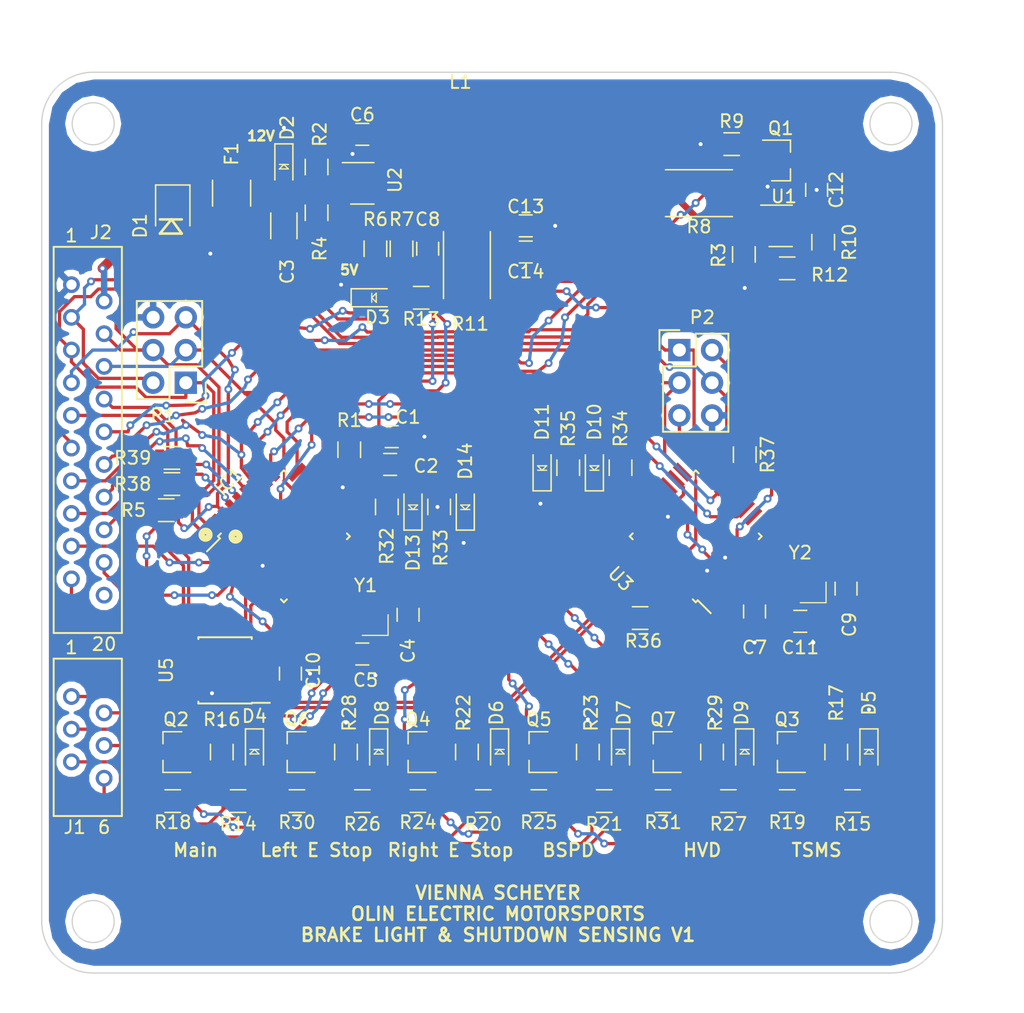
<source format=kicad_pcb>
(kicad_pcb (version 4) (host pcbnew 4.0.7)
  (layers (0 F.Cu signal) (31 B.Cu signal) (34 B.Paste user) (35 F.Paste user) (36 B.SilkS user) (37 F.SilkS user) (38 B.Mask user) (39 F.Mask user) (44 Edge.Cuts user))
  (net 0 "")
  (net 1 VCC)
  (net 2 GND)
  (net 3 "Net-(C2-Pad1)")
  (net 4 "Net-(C3-Pad1)")
  (net 5 "Net-(C4-Pad1)")
  (net 6 "Net-(C5-Pad1)")
  (net 7 "Net-(C6-Pad1)")
  (net 8 "Net-(C6-Pad2)")
  (net 9 +5V)
  (net 10 +12V)
  (net 11 "Net-(D2-Pad2)")
  (net 12 "Net-(D3-Pad2)")
  (net 13 "Net-(D4-Pad2)")
  (net 14 "Net-(D5-Pad2)")
  (net 15 "Net-(D6-Pad2)")
  (net 16 "Net-(D7-Pad2)")
  (net 17 "Net-(D8-Pad2)")
  (net 18 "Net-(D9-Pad2)")
  (net 19 "Net-(D10-Pad2)")
  (net 20 "Net-(D11-Pad2)")
  (net 21 /MISO)
  (net 22 /MOSI)
  (net 23 /TXCAN)
  (net 24 /RXCAN)
  (net 25 /SCK)
  (net 26 /Brake_Switch-)
  (net 27 /Brake_Light_Gate)
  (net 28 /Main_Shut_Fuse)
  (net 29 /L_E-Stop_Pin)
  (net 30 /R_EStop_Pin)
  (net 31 /BSPD_Pin)
  (net 32 /HVD_Pin)
  (net 33 /TSMS_Pin)
  (net 34 /RESET)
  (net 35 /TSMS_Sense)
  (net 36 /BSPD_Sense)
  (net 37 /SCL)
  (net 38 /R_E-Stop_Sense)
  (net 39 /HVD_Sense)
  (net 40 /SDA)
  (net 41 /Brake_Light_LSD)
  (net 42 /CAN_high)
  (net 43 /CAN_low)
  (net 44 /LED_1)
  (net 45 /LED_2)
  (net 46 /BSPD_Out)
  (net 47 /Main_Sense)
  (net 48 /L_E-Stop_Sense)
  (net 49 "Net-(R4-Pad2)")
  (net 50 "Net-(R6-Pad1)")
  (net 51 "Net-(R10-Pad1)")
  (net 52 /BSPD_Stat_Out)
  (net 53 "Net-(D13-Pad2)")
  (net 54 "Net-(D14-Pad2)")
  (net 55 /Analog_Brake_Sense)
  (net 56 /LED_3)
  (net 57 /LED_4)
  (net 58 "Net-(IC1-Pad29)")
  (net 59 /XTAL2)
  (net 60 /XTAL1)
  (net 61 /data2)
  (net 62 /data1)
  (net 63 /data4)
  (net 64 /data3)
  (net 65 /RST32)
  (net 66 /LED5)
  (net 67 /LED6)
  (net 68 "Net-(C13-Pad1)")
  (net 69 "Net-(IC1-Pad30)")
  (net 70 "Net-(IC1-Pad21)")
  (net 71 "Net-(IC1-Pad32)")
  (net 72 "Net-(J2-Pad20)")
  (net 73 "Net-(U3-Pad1)")
  (net 74 "Net-(U3-Pad2)")
  (net 75 "Net-(U3-Pad9)")
  (net 76 "Net-(U3-Pad10)")
  (net 77 "Net-(U3-Pad12)")
  (net 78 "Net-(U3-Pad13)")
  (net 79 "Net-(U3-Pad19)")
  (net 80 "Net-(U3-Pad22)")
  (net 81 "Net-(U3-Pad30)")
  (net 82 "Net-(U3-Pad31)")
  (net 83 "Net-(U3-Pad32)")
  (net 84 "Net-(U5-Pad5)")
  (module footprints:TQFP-32_7x7mm_Pitch0.8mm (layer F.Cu) (at 158.9532 115.8748 45)
    (fp_text reference IC1 (at 0 -6.05 45) (layer F.SilkS))
    (fp_text value ATMEGA16M1 hide)
    (pad 1 smd rect (at -4.25 -2.8 45) (size 1.6 0.55) (layers F.Cu F.Paste F.Mask) (net 21 /MISO))
    (pad 2 smd rect (at -4.25 -2 45) (size 1.6 0.55) (layers F.Cu F.Paste F.Mask) (net 22 /MOSI))
    (pad 3 smd rect (at -4.25 -1.2 45) (size 1.6 0.55) (layers F.Cu F.Paste F.Mask) (net 52 /BSPD_Stat_Out))
    (pad 4 smd rect (at -4.25 -0.4 45) (size 1.6 0.55) (layers F.Cu F.Paste F.Mask) (net 1 VCC))
    (pad 5 smd rect (at -4.25 0.4 45) (size 1.6 0.55) (layers F.Cu F.Paste F.Mask) (net 2 GND))
    (pad 6 smd rect (at -4.25 1.2 45) (size 1.6 0.55) (layers F.Cu F.Paste F.Mask) (net 23 /TXCAN))
    (pad 7 smd rect (at -4.25 2 45) (size 1.6 0.55) (layers F.Cu F.Paste F.Mask) (net 24 /RXCAN))
    (pad 8 smd rect (at -4.25 2.8 45) (size 1.6 0.55) (layers F.Cu F.Paste F.Mask) (net 28 /Main_Shut_Fuse))
    (pad 9 smd rect (at -2.8 4.25 135) (size 1.6 0.55) (layers F.Cu F.Paste F.Mask) (net 29 /L_E-Stop_Pin))
    (pad 10 smd rect (at -2 4.25 135) (size 1.6 0.55) (layers F.Cu F.Paste F.Mask) (net 6 "Net-(C5-Pad1)"))
    (pad 11 smd rect (at -1.2 4.25 135) (size 1.6 0.55) (layers F.Cu F.Paste F.Mask) (net 5 "Net-(C4-Pad1)"))
    (pad 12 smd rect (at -0.4 4.25 135) (size 1.6 0.55) (layers F.Cu F.Paste F.Mask) (net 25 /SCK))
    (pad 13 smd rect (at 0.4 4.25 135) (size 1.6 0.55) (layers F.Cu F.Paste F.Mask) (net 30 /R_EStop_Pin))
    (pad 14 smd rect (at 1.2 4.25 135) (size 1.6 0.55) (layers F.Cu F.Paste F.Mask) (net 31 /BSPD_Pin))
    (pad 15 smd rect (at 2 4.25 135) (size 1.6 0.55) (layers F.Cu F.Paste F.Mask) (net 32 /HVD_Pin))
    (pad 16 smd rect (at 2.8 4.25 135) (size 1.6 0.55) (layers F.Cu F.Paste F.Mask) (net 33 /TSMS_Pin))
    (pad 17 smd rect (at 4.25 2.8 45) (size 1.6 0.55) (layers F.Cu F.Paste F.Mask) (net 57 /LED_4))
    (pad 18 smd rect (at 4.25 2 45) (size 1.6 0.55) (layers F.Cu F.Paste F.Mask) (net 56 /LED_3))
    (pad 19 smd rect (at 4.25 1.2 45) (size 1.6 0.55) (layers F.Cu F.Paste F.Mask) (net 3 "Net-(C2-Pad1)"))
    (pad 20 smd rect (at 4.25 0.4 45) (size 1.6 0.55) (layers F.Cu F.Paste F.Mask) (net 2 GND))
    (pad 21 smd rect (at 4.25 -0.4 45) (size 1.6 0.55) (layers F.Cu F.Paste F.Mask) (net 70 "Net-(IC1-Pad21)"))
    (pad 22 smd rect (at 4.25 -1.2 45) (size 1.6 0.55) (layers F.Cu F.Paste F.Mask) (net 61 /data2))
    (pad 23 smd rect (at 4.25 -2 45) (size 1.6 0.55) (layers F.Cu F.Paste F.Mask) (net 64 /data3))
    (pad 24 smd rect (at 4.25 -2.8 45) (size 1.6 0.55) (layers F.Cu F.Paste F.Mask) (net 62 /data1))
    (pad 25 smd rect (at 2.8 -4.25 135) (size 1.6 0.55) (layers F.Cu F.Paste F.Mask) (net 63 /data4))
    (pad 26 smd rect (at 2 -4.25 135) (size 1.6 0.55) (layers F.Cu F.Paste F.Mask) (net 27 /Brake_Light_Gate))
    (pad 27 smd rect (at 1.2 -4.25 135) (size 1.6 0.55) (layers F.Cu F.Paste F.Mask) (net 46 /BSPD_Out))
    (pad 28 smd rect (at 0.4 -4.25 135) (size 1.6 0.55) (layers F.Cu F.Paste F.Mask) (net 55 /Analog_Brake_Sense))
    (pad 29 smd rect (at -0.4 -4.25 135) (size 1.6 0.55) (layers F.Cu F.Paste F.Mask) (net 58 "Net-(IC1-Pad29)"))
    (pad 30 smd rect (at -1.2 -4.25 135) (size 1.6 0.55) (layers F.Cu F.Paste F.Mask) (net 69 "Net-(IC1-Pad30)"))
    (pad 31 smd rect (at -2 -4.25 135) (size 1.6 0.55) (layers F.Cu F.Paste F.Mask) (net 34 /RESET))
    (pad 32 smd rect (at -2.8 -4.25 135) (size 1.6 0.55) (layers F.Cu F.Paste F.Mask) (net 71 "Net-(IC1-Pad32)"))
  )
  (module footprints:C_0805_OEM (layer F.Cu) (at 167.3352 108.1278)
    (fp_text reference C1 (at 1.27 -1.524) (layer F.SilkS))
    (fp_text value C_0.1uF hide)
    (pad 1 smd rect (at -1 0) (size 1 1.25) (layers F.Cu F.Paste F.Mask) (net 1 VCC))
    (pad 2 smd rect (at 1 0) (size 1 1.25) (layers F.Cu F.Paste F.Mask) (net 2 GND))
  )
  (module footprints:C_0805_OEM (layer F.Cu) (at 167.2082 110.2868)
    (fp_text reference C2 (at 2.794 0.127) (layer F.SilkS))
    (fp_text value C_100pF hide)
    (pad 1 smd rect (at -1 0) (size 1 1.25) (layers F.Cu F.Paste F.Mask) (net 3 "Net-(C2-Pad1)"))
    (pad 2 smd rect (at 1 0) (size 1 1.25) (layers F.Cu F.Paste F.Mask) (net 2 GND))
  )
  (module footprints:C_1206_OEM (layer F.Cu) (at 158.9532 91.7448 270)
    (fp_text reference C3 (at 3.556 -0.254 270) (layer F.SilkS))
    (fp_text value C_22uF hide)
    (pad 1 smd rect (at -1.5 0 270) (size 1 1.6) (layers F.Cu F.Paste F.Mask) (net 4 "Net-(C3-Pad1)"))
    (pad 2 smd rect (at 1.5 0 270) (size 1 1.6) (layers F.Cu F.Paste F.Mask) (net 2 GND))
  )
  (module footprints:C_0805_OEM (layer F.Cu) (at 168.6052 121.9708 270)
    (fp_text reference C4 (at 2.794 0 270) (layer F.SilkS))
    (fp_text value C_30pF hide)
    (pad 1 smd rect (at -1 0 270) (size 1 1.25) (layers F.Cu F.Paste F.Mask) (net 5 "Net-(C4-Pad1)"))
    (pad 2 smd rect (at 1 0 270) (size 1 1.25) (layers F.Cu F.Paste F.Mask) (net 2 GND))
  )
  (module footprints:C_0805_OEM (layer F.Cu) (at 165.0492 125.0188)
    (fp_text reference C5 (at 0.254 2.032) (layer F.SilkS))
    (fp_text value C_30pF hide)
    (pad 1 smd rect (at -1 0) (size 1 1.25) (layers F.Cu F.Paste F.Mask) (net 6 "Net-(C5-Pad1)"))
    (pad 2 smd rect (at 1 0) (size 1 1.25) (layers F.Cu F.Paste F.Mask) (net 2 GND))
  )
  (module footprints:C_0805_OEM (layer F.Cu) (at 165.0492 84.6328 180)
    (fp_text reference C6 (at 0 1.524 180) (layer F.SilkS))
    (fp_text value C_0.1uF hide)
    (pad 1 smd rect (at -1 0 180) (size 1 1.25) (layers F.Cu F.Paste F.Mask) (net 7 "Net-(C6-Pad1)"))
    (pad 2 smd rect (at 1 0 180) (size 1 1.25) (layers F.Cu F.Paste F.Mask) (net 8 "Net-(C6-Pad2)"))
  )
  (module footprints:C_0805_OEM (layer F.Cu) (at 195.5292 121.7168 270)
    (fp_text reference C7 (at 2.794 0 360) (layer F.SilkS))
    (fp_text value C_0.1uF hide)
    (pad 1 smd rect (at -1 0 270) (size 1 1.25) (layers F.Cu F.Paste F.Mask) (net 1 VCC))
    (pad 2 smd rect (at 1 0 270) (size 1 1.25) (layers F.Cu F.Paste F.Mask) (net 2 GND))
  )
  (module footprints:C_0805_OEM (layer F.Cu) (at 170.1292 93.5228 270)
    (fp_text reference C8 (at -2.286 0 360) (layer F.SilkS))
    (fp_text value C_47uF hide)
    (pad 1 smd rect (at -1 0 270) (size 1 1.25) (layers F.Cu F.Paste F.Mask) (net 68 "Net-(C13-Pad1)"))
    (pad 2 smd rect (at 1 0 270) (size 1 1.25) (layers F.Cu F.Paste F.Mask) (net 2 GND))
  )
  (module footprints:C_0805_OEM (layer F.Cu) (at 202.6412 119.9388 270)
    (fp_text reference C9 (at 2.794 -0.254 270) (layer F.SilkS))
    (fp_text value C_30pF hide)
    (pad 1 smd rect (at -1 0 270) (size 1 1.25) (layers F.Cu F.Paste F.Mask) (net 59 /XTAL2))
    (pad 2 smd rect (at 1 0 270) (size 1 1.25) (layers F.Cu F.Paste F.Mask) (net 2 GND))
  )
  (module footprints:C_0805_OEM (layer F.Cu) (at 159.4612 126.5428 270)
    (fp_text reference C10 (at -0.254 -1.778 270) (layer F.SilkS))
    (fp_text value C_0.1uF hide)
    (pad 1 smd rect (at -1 0 270) (size 1 1.25) (layers F.Cu F.Paste F.Mask) (net 1 VCC))
    (pad 2 smd rect (at 1 0 270) (size 1 1.25) (layers F.Cu F.Paste F.Mask) (net 2 GND))
  )
  (module footprints:C_0805_OEM (layer F.Cu) (at 199.0852 122.4788)
    (fp_text reference C11 (at 0 2.032) (layer F.SilkS))
    (fp_text value C_30pF hide)
    (pad 1 smd rect (at -1 0) (size 1 1.25) (layers F.Cu F.Paste F.Mask) (net 60 /XTAL1))
    (pad 2 smd rect (at 1 0) (size 1 1.25) (layers F.Cu F.Paste F.Mask) (net 2 GND))
  )
  (module footprints:DO-214AA (layer F.Cu) (at 150.3172 91.7448 270)
    (fp_text reference D1 (at 0 2.54 270) (layer F.SilkS))
    (fp_text value D_Zener_18V hide)
    (pad 2 smd rect (at 2.032 0 90) (size 1.778 2.159) (layers F.Cu F.Paste F.Mask) (net 2 GND))
    (pad 1 smd rect (at -2.032 0 90) (size 1.778 2.159) (layers F.Cu F.Paste F.Mask) (net 10 +12V))
  )
  (module footprints:LED_0805_OEM (layer F.Cu) (at 158.9532 87.1728 270)
    (fp_text reference D2 (at -3.048 -0.254 270) (layer F.SilkS))
    (fp_text value LED_0805 hide)
    (pad 2 smd rect (at 1.1 0 90) (size 1.2 1.2) (layers F.Cu F.Paste F.Mask) (net 11 "Net-(D2-Pad2)"))
    (pad 1 smd rect (at -1.1 0 90) (size 1.2 1.2) (layers F.Cu F.Paste F.Mask) (net 2 GND))
  )
  (module footprints:LED_0805_OEM (layer F.Cu) (at 165.9812 97.3328)
    (fp_text reference D3 (at 0.254 1.524) (layer F.SilkS))
    (fp_text value LED_0805 hide)
    (pad 2 smd rect (at 1.1 0 180) (size 1.2 1.2) (layers F.Cu F.Paste F.Mask) (net 12 "Net-(D3-Pad2)"))
    (pad 1 smd rect (at -1.1 0 180) (size 1.2 1.2) (layers F.Cu F.Paste F.Mask) (net 2 GND))
  )
  (module footprints:LED_0805_OEM (layer F.Cu) (at 156.6672 132.6388 270)
    (fp_text reference D4 (at -2.794 0 360) (layer F.SilkS))
    (fp_text value LED_0805 hide)
    (pad 2 smd rect (at 1.1 0 90) (size 1.2 1.2) (layers F.Cu F.Paste F.Mask) (net 13 "Net-(D4-Pad2)"))
    (pad 1 smd rect (at -1.1 0 90) (size 1.2 1.2) (layers F.Cu F.Paste F.Mask) (net 2 GND))
  )
  (module footprints:LED_0805_OEM (layer F.Cu) (at 204.4192 132.6388 270)
    (fp_text reference D5 (at -3.81 0 270) (layer F.SilkS))
    (fp_text value LED_0805 hide)
    (pad 2 smd rect (at 1.1 0 90) (size 1.2 1.2) (layers F.Cu F.Paste F.Mask) (net 14 "Net-(D5-Pad2)"))
    (pad 1 smd rect (at -1.1 0 90) (size 1.2 1.2) (layers F.Cu F.Paste F.Mask) (net 2 GND))
  )
  (module footprints:LED_0805_OEM (layer F.Cu) (at 175.7172 132.6388 270)
    (fp_text reference D6 (at -3.048 0.254 270) (layer F.SilkS))
    (fp_text value LED_0805 hide)
    (pad 2 smd rect (at 1.1 0 90) (size 1.2 1.2) (layers F.Cu F.Paste F.Mask) (net 15 "Net-(D6-Pad2)"))
    (pad 1 smd rect (at -1.1 0 90) (size 1.2 1.2) (layers F.Cu F.Paste F.Mask) (net 2 GND))
  )
  (module footprints:LED_0805_OEM (layer F.Cu) (at 185.1152 132.6388 270)
    (fp_text reference D7 (at -3.048 -0.254 270) (layer F.SilkS))
    (fp_text value LED_0805 hide)
    (pad 2 smd rect (at 1.1 0 90) (size 1.2 1.2) (layers F.Cu F.Paste F.Mask) (net 16 "Net-(D7-Pad2)"))
    (pad 1 smd rect (at -1.1 0 90) (size 1.2 1.2) (layers F.Cu F.Paste F.Mask) (net 2 GND))
  )
  (module footprints:LED_0805_OEM (layer F.Cu) (at 166.3192 132.6388 270)
    (fp_text reference D8 (at -3.048 -0.254 270) (layer F.SilkS))
    (fp_text value LED_0805 hide)
    (pad 2 smd rect (at 1.1 0 90) (size 1.2 1.2) (layers F.Cu F.Paste F.Mask) (net 17 "Net-(D8-Pad2)"))
    (pad 1 smd rect (at -1.1 0 90) (size 1.2 1.2) (layers F.Cu F.Paste F.Mask) (net 2 GND))
  )
  (module footprints:LED_0805_OEM (layer F.Cu) (at 194.7672 132.6388 270)
    (fp_text reference D9 (at -3.048 0.254 270) (layer F.SilkS))
    (fp_text value LED_0805 hide)
    (pad 2 smd rect (at 1.1 0 90) (size 1.2 1.2) (layers F.Cu F.Paste F.Mask) (net 18 "Net-(D9-Pad2)"))
    (pad 1 smd rect (at -1.1 0 90) (size 1.2 1.2) (layers F.Cu F.Paste F.Mask) (net 2 GND))
  )
  (module footprints:LED_0805_OEM (layer F.Cu) (at 183.0832 110.5408 90)
    (fp_text reference D10 (at 3.556 0 90) (layer F.SilkS))
    (fp_text value LED_0805 hide)
    (pad 2 smd rect (at 1.1 0 270) (size 1.2 1.2) (layers F.Cu F.Paste F.Mask) (net 19 "Net-(D10-Pad2)"))
    (pad 1 smd rect (at -1.1 0 270) (size 1.2 1.2) (layers F.Cu F.Paste F.Mask) (net 2 GND))
  )
  (module footprints:LED_0805_OEM (layer F.Cu) (at 179.0192 110.5408 90)
    (fp_text reference D11 (at 3.556 0 90) (layer F.SilkS))
    (fp_text value LED_0805 hide)
    (pad 2 smd rect (at 1.1 0 270) (size 1.2 1.2) (layers F.Cu F.Paste F.Mask) (net 20 "Net-(D11-Pad2)"))
    (pad 1 smd rect (at -1.1 0 270) (size 1.2 1.2) (layers F.Cu F.Paste F.Mask) (net 2 GND))
  )
  (module footprints:LED_0805_OEM (layer F.Cu) (at 168.9862 113.5888 90)
    (fp_text reference D13 (at -3.556 0 90) (layer F.SilkS))
    (fp_text value LED_0805 hide)
    (pad 2 smd rect (at 1.1 0 270) (size 1.2 1.2) (layers F.Cu F.Paste F.Mask) (net 53 "Net-(D13-Pad2)"))
    (pad 1 smd rect (at -1.1 0 270) (size 1.2 1.2) (layers F.Cu F.Paste F.Mask) (net 2 GND))
  )
  (module footprints:LED_0805_OEM (layer F.Cu) (at 173.0502 113.5888 90)
    (fp_text reference D14 (at 3.556 0 90) (layer F.SilkS))
    (fp_text value LED_0805 hide)
    (pad 2 smd rect (at 1.1 0 270) (size 1.2 1.2) (layers F.Cu F.Paste F.Mask) (net 54 "Net-(D14-Pad2)"))
    (pad 1 smd rect (at -1.1 0 270) (size 1.2 1.2) (layers F.Cu F.Paste F.Mask) (net 2 GND))
  )
  (module footprints:Fuse_1210 (layer F.Cu) (at 154.8892 89.2048 270)
    (fp_text reference F1 (at -3.048 0 270) (layer F.SilkS))
    (fp_text value F_500mA_16V hide)
    (pad 1 smd rect (at -1.45 0 270) (size 0.9 2.5) (layers F.Cu F.Paste F.Mask) (net 10 +12V))
    (pad 2 smd rect (at 1.45 0 270) (size 0.9 2.5) (layers F.Cu F.Paste F.Mask) (net 4 "Net-(C3-Pad1)"))
  )
  (module footprints:micromatch_female_ra_6 (layer F.Cu) (at 142.4432 133.4008)
    (fp_text reference J1 (at 0.254 5.08) (layer F.SilkS))
    (fp_text value micromatch_female_RA_6 hide)
    (fp_text user 6 (at 2.54 5.08) (layer F.SilkS))
    (fp_text user 1 (at 0 -8.89) (layer F.SilkS))
    (pad 5 thru_hole circle (at 0 0) (size 1.3 1.3) (drill 0.8) (layers *.Cu *.Mask) (net 39 /HVD_Sense))
    (pad 3 thru_hole circle (at 0 -2.54) (size 1.3 1.3) (drill 0.8) (layers *.Cu *.Mask) (net 38 /R_E-Stop_Sense))
    (pad 1 thru_hole circle (at 0 -5.08) (size 1.3 1.3) (drill 0.8) (layers *.Cu *.Mask) (net 47 /Main_Sense))
    (pad 2 thru_hole circle (at 2.54 -3.81) (size 1.3 1.3) (drill 0.8) (layers *.Cu *.Mask) (net 48 /L_E-Stop_Sense))
    (pad 4 thru_hole circle (at 2.54 -1.27) (size 1.3 1.3) (drill 0.8) (layers *.Cu *.Mask) (net 36 /BSPD_Sense))
    (pad 6 thru_hole circle (at 2.54 1.27) (size 1.3 1.3) (drill 0.8) (layers *.Cu *.Mask) (net 35 /TSMS_Sense))
  )
  (module footprints:micromatch_female_ra_20 (layer F.Cu) (at 142.4432 101.3968)
    (fp_text reference J2 (at 2.286 -9.144) (layer F.SilkS))
    (fp_text value micromatch_female_RA_20 hide)
    (fp_text user 20 (at 2.54 22.86) (layer F.SilkS))
    (fp_text user 1 (at 0 -8.89) (layer F.SilkS))
    (pad 5 thru_hole circle (at 0 0) (size 1.3 1.3) (drill 0.8) (layers *.Cu *.Mask) (net 21 /MISO))
    (pad 3 thru_hole circle (at 0 -2.54) (size 1.3 1.3) (drill 0.8) (layers *.Cu *.Mask) (net 1 VCC))
    (pad 1 thru_hole circle (at 0 -5.08) (size 1.3 1.3) (drill 0.8) (layers *.Cu *.Mask) (net 2 GND))
    (pad 7 thru_hole circle (at 0 2.54) (size 1.3 1.3) (drill 0.8) (layers *.Cu *.Mask) (net 34 /RESET))
    (pad 2 thru_hole circle (at 2.54 -3.81) (size 1.3 1.3) (drill 0.8) (layers *.Cu *.Mask) (net 10 +12V))
    (pad 4 thru_hole circle (at 2.54 -1.27) (size 1.3 1.3) (drill 0.8) (layers *.Cu *.Mask) (net 22 /MOSI))
    (pad 6 thru_hole circle (at 2.54 1.27) (size 1.3 1.3) (drill 0.8) (layers *.Cu *.Mask) (net 25 /SCK))
    (pad 8 thru_hole circle (at 2.54 3.81) (size 1.3 1.3) (drill 0.8) (layers *.Cu *.Mask) (net 42 /CAN_high))
    (pad 9 thru_hole circle (at 0 5.08) (size 1.3 1.3) (drill 0.8) (layers *.Cu *.Mask) (net 43 /CAN_low))
    (pad 10 thru_hole circle (at 2.54 6.35) (size 1.3 1.3) (drill 0.8) (layers *.Cu *.Mask) (net 41 /Brake_Light_LSD))
    (pad 11 thru_hole circle (at 0 7.62) (size 1.3 1.3) (drill 0.8) (layers *.Cu *.Mask) (net 9 +5V))
    (pad 12 thru_hole circle (at 2.54 8.89) (size 1.3 1.3) (drill 0.8) (layers *.Cu *.Mask) (net 26 /Brake_Switch-))
    (pad 13 thru_hole circle (at 0 10.16) (size 1.3 1.3) (drill 0.8) (layers *.Cu *.Mask) (net 46 /BSPD_Out))
    (pad 14 thru_hole circle (at 2.54 11.43) (size 1.3 1.3) (drill 0.8) (layers *.Cu *.Mask) (net 55 /Analog_Brake_Sense))
    (pad 15 thru_hole circle (at 0 12.7) (size 1.3 1.3) (drill 0.8) (layers *.Cu *.Mask) (net 44 /LED_1))
    (pad 16 thru_hole circle (at 2.54 13.97) (size 1.3 1.3) (drill 0.8) (layers *.Cu *.Mask) (net 45 /LED_2))
    (pad 17 thru_hole circle (at 0 15.24) (size 1.3 1.3) (drill 0.8) (layers *.Cu *.Mask) (net 52 /BSPD_Stat_Out))
    (pad 18 thru_hole circle (at 2.54 16.51) (size 1.3 1.3) (drill 0.8) (layers *.Cu *.Mask) (net 40 /SDA))
    (pad 19 thru_hole circle (at 0 17.78) (size 1.3 1.3) (drill 0.8) (layers *.Cu *.Mask) (net 37 /SCL))
    (pad 20 thru_hole circle (at 2.54 19.05) (size 1.3 1.3) (drill 0.8) (layers *.Cu *.Mask) (net 72 "Net-(J2-Pad20)"))
  )
  (module footprints:4.7uH_Inductor_OEM (layer F.Cu) (at 172.6692 85.9028)
    (fp_text reference L1 (at 0 -5.334) (layer F.SilkS))
    (fp_text value L_4.7uH hide)
    (pad 1 smd rect (at -2.35 0) (size 3.3 8.2) (layers F.Cu F.Paste F.Mask) (net 8 "Net-(C6-Pad2)"))
    (pad 2 smd rect (at 2.35 0) (size 3.3 8.2) (layers F.Cu F.Paste F.Mask) (net 68 "Net-(C13-Pad1)"))
  )
  (module footprints:Pin_Header_Straight_2x03 (layer F.Cu) (at 151.3332 103.9368 180)
    (fp_text reference P1 (at 1.778 -2.54 180) (layer F.SilkS))
    (fp_text value CONN_02X03 hide)
    (pad 1 thru_hole rect (at 0 0 180) (size 1.7272 1.7272) (drill 1.016) (layers *.Cu *.Mask) (net 21 /MISO))
    (pad 2 thru_hole oval (at 2.54 0 180) (size 1.7272 1.7272) (drill 1.016) (layers *.Cu *.Mask) (net 1 VCC))
    (pad 3 thru_hole oval (at 0 2.54 180) (size 1.7272 1.7272) (drill 1.016) (layers *.Cu *.Mask) (net 25 /SCK))
    (pad 4 thru_hole oval (at 2.54 2.54 180) (size 1.7272 1.7272) (drill 1.016) (layers *.Cu *.Mask) (net 22 /MOSI))
    (pad 5 thru_hole oval (at 0 5.08 180) (size 1.7272 1.7272) (drill 1.016) (layers *.Cu *.Mask) (net 34 /RESET))
    (pad 6 thru_hole oval (at 2.54 5.08 180) (size 1.7272 1.7272) (drill 1.016) (layers *.Cu *.Mask) (net 2 GND))
  )
  (module footprints:Pin_Header_Straight_2x03 (layer F.Cu) (at 189.6872 101.3968)
    (fp_text reference P2 (at 1.778 -2.54) (layer F.SilkS))
    (fp_text value CONN_02X03 hide)
    (pad 1 thru_hole rect (at 0 0) (size 1.7272 1.7272) (drill 1.016) (layers *.Cu *.Mask) (net 21 /MISO))
    (pad 2 thru_hole oval (at 2.54 0) (size 1.7272 1.7272) (drill 1.016) (layers *.Cu *.Mask) (net 1 VCC))
    (pad 3 thru_hole oval (at 0 2.54) (size 1.7272 1.7272) (drill 1.016) (layers *.Cu *.Mask) (net 25 /SCK))
    (pad 4 thru_hole oval (at 2.54 2.54) (size 1.7272 1.7272) (drill 1.016) (layers *.Cu *.Mask) (net 22 /MOSI))
    (pad 5 thru_hole oval (at 0 5.08) (size 1.7272 1.7272) (drill 1.016) (layers *.Cu *.Mask) (net 65 /RST32))
    (pad 6 thru_hole oval (at 2.54 5.08) (size 1.7272 1.7272) (drill 1.016) (layers *.Cu *.Mask) (net 2 GND))
  )
  (module footprints:SOT-23F (layer F.Cu) (at 197.5612 86.6648)
    (fp_text reference Q1 (at 0 -2.5) (layer F.SilkS))
    (fp_text value SSM3K333R hide)
    (pad 1 smd rect (at -1.05 -0.95) (size 0.9 0.8) (layers F.Cu F.Paste F.Mask) (net 27 /Brake_Light_Gate))
    (pad 2 smd rect (at -1.05 0.95) (size 0.9 0.8) (layers F.Cu F.Paste F.Mask) (net 2 GND))
    (pad 3 smd rect (at 1.05 0) (size 0.9 0.8) (layers F.Cu F.Paste F.Mask) (net 41 /Brake_Light_LSD))
  )
  (module footprints:SOT-23F (layer F.Cu) (at 150.3172 132.6388 180)
    (fp_text reference Q2 (at -0.254 2.54 180) (layer F.SilkS))
    (fp_text value SSM3K333R hide)
    (pad 1 smd rect (at -1.05 -0.95 180) (size 0.9 0.8) (layers F.Cu F.Paste F.Mask) (net 47 /Main_Sense))
    (pad 2 smd rect (at -1.05 0.95 180) (size 0.9 0.8) (layers F.Cu F.Paste F.Mask) (net 2 GND))
    (pad 3 smd rect (at 1.05 0 180) (size 0.9 0.8) (layers F.Cu F.Paste F.Mask) (net 28 /Main_Shut_Fuse))
  )
  (module footprints:SOT-23F (layer F.Cu) (at 198.0692 132.6388 180)
    (fp_text reference Q3 (at 0 2.54 180) (layer F.SilkS))
    (fp_text value SSM3K333R hide)
    (pad 1 smd rect (at -1.05 -0.95 180) (size 0.9 0.8) (layers F.Cu F.Paste F.Mask) (net 35 /TSMS_Sense))
    (pad 2 smd rect (at -1.05 0.95 180) (size 0.9 0.8) (layers F.Cu F.Paste F.Mask) (net 2 GND))
    (pad 3 smd rect (at 1.05 0 180) (size 0.9 0.8) (layers F.Cu F.Paste F.Mask) (net 33 /TSMS_Pin))
  )
  (module footprints:SOT-23F (layer F.Cu) (at 169.3672 132.6388 180)
    (fp_text reference Q4 (at 0 2.54 180) (layer F.SilkS))
    (fp_text value SSM3K333R hide)
    (pad 1 smd rect (at -1.05 -0.95 180) (size 0.9 0.8) (layers F.Cu F.Paste F.Mask) (net 38 /R_E-Stop_Sense))
    (pad 2 smd rect (at -1.05 0.95 180) (size 0.9 0.8) (layers F.Cu F.Paste F.Mask) (net 2 GND))
    (pad 3 smd rect (at 1.05 0 180) (size 0.9 0.8) (layers F.Cu F.Paste F.Mask) (net 30 /R_EStop_Pin))
  )
  (module footprints:SOT-23F (layer F.Cu) (at 178.7652 132.6388 180)
    (fp_text reference Q5 (at 0 2.54 180) (layer F.SilkS))
    (fp_text value SSM3K333R hide)
    (pad 1 smd rect (at -1.05 -0.95 180) (size 0.9 0.8) (layers F.Cu F.Paste F.Mask) (net 36 /BSPD_Sense))
    (pad 2 smd rect (at -1.05 0.95 180) (size 0.9 0.8) (layers F.Cu F.Paste F.Mask) (net 2 GND))
    (pad 3 smd rect (at 1.05 0 180) (size 0.9 0.8) (layers F.Cu F.Paste F.Mask) (net 31 /BSPD_Pin))
  )
  (module footprints:SOT-23F (layer F.Cu) (at 159.9692 132.6388 180)
    (fp_text reference Q6 (at 0 2.54 180) (layer F.SilkS))
    (fp_text value SSM3K333R hide)
    (pad 1 smd rect (at -1.05 -0.95 180) (size 0.9 0.8) (layers F.Cu F.Paste F.Mask) (net 48 /L_E-Stop_Sense))
    (pad 2 smd rect (at -1.05 0.95 180) (size 0.9 0.8) (layers F.Cu F.Paste F.Mask) (net 2 GND))
    (pad 3 smd rect (at 1.05 0 180) (size 0.9 0.8) (layers F.Cu F.Paste F.Mask) (net 29 /L_E-Stop_Pin))
  )
  (module footprints:SOT-23F (layer F.Cu) (at 188.4172 132.6388 180)
    (fp_text reference Q7 (at 0 2.54 180) (layer F.SilkS))
    (fp_text value SSM3K333R hide)
    (pad 1 smd rect (at -1.05 -0.95 180) (size 0.9 0.8) (layers F.Cu F.Paste F.Mask) (net 39 /HVD_Sense))
    (pad 2 smd rect (at -1.05 0.95 180) (size 0.9 0.8) (layers F.Cu F.Paste F.Mask) (net 2 GND))
    (pad 3 smd rect (at 1.05 0 180) (size 0.9 0.8) (layers F.Cu F.Paste F.Mask) (net 32 /HVD_Pin))
  )
  (module footprints:R_0805_OEM (layer F.Cu) (at 164.0332 109.1438 270)
    (fp_text reference R1 (at -2.286 0 360) (layer F.SilkS))
    (fp_text value R_100 hide)
    (pad 1 smd rect (at -0.95 0 270) (size 0.7 1.3) (layers F.Cu F.Paste F.Mask) (net 1 VCC))
    (pad 2 smd rect (at 0.95 0 270) (size 0.7 1.3) (layers F.Cu F.Paste F.Mask) (net 3 "Net-(C2-Pad1)"))
  )
  (module footprints:R_0805_OEM (layer F.Cu) (at 161.4932 87.1728 90)
    (fp_text reference R2 (at 2.54 0.254 90) (layer F.SilkS))
    (fp_text value R_1K hide)
    (pad 1 smd rect (at -0.95 0 90) (size 0.7 1.3) (layers F.Cu F.Paste F.Mask) (net 4 "Net-(C3-Pad1)"))
    (pad 2 smd rect (at 0.95 0 90) (size 0.7 1.3) (layers F.Cu F.Paste F.Mask) (net 11 "Net-(D2-Pad2)"))
  )
  (module footprints:R_0805_OEM (layer F.Cu) (at 194.7012 93.9648 90)
    (fp_text reference R3 (at -0.066 -1.966 90) (layer F.SilkS))
    (fp_text value R_10k hide)
    (pad 1 smd rect (at -0.95 0 90) (size 0.7 1.3) (layers F.Cu F.Paste F.Mask) (net 2 GND))
    (pad 2 smd rect (at 0.95 0 90) (size 0.7 1.3) (layers F.Cu F.Paste F.Mask) (net 26 /Brake_Switch-))
  )
  (module footprints:R_0805_OEM (layer F.Cu) (at 161.4932 90.7288 270)
    (fp_text reference R4 (at 2.794 -0.254 270) (layer F.SilkS))
    (fp_text value R_10k hide)
    (pad 1 smd rect (at -0.95 0 270) (size 0.7 1.3) (layers F.Cu F.Paste F.Mask) (net 4 "Net-(C3-Pad1)"))
    (pad 2 smd rect (at 0.95 0 270) (size 0.7 1.3) (layers F.Cu F.Paste F.Mask) (net 49 "Net-(R4-Pad2)"))
  )
  (module footprints:R_0805_OEM (layer F.Cu) (at 149.8092 113.8428)
    (fp_text reference R5 (at -2.54 0) (layer F.SilkS))
    (fp_text value R_10k hide)
    (pad 1 smd rect (at -0.95 0) (size 0.7 1.3) (layers F.Cu F.Paste F.Mask) (net 1 VCC))
    (pad 2 smd rect (at 0.95 0) (size 0.7 1.3) (layers F.Cu F.Paste F.Mask) (net 34 /RESET))
  )
  (module footprints:R_0805_OEM (layer F.Cu) (at 166.0652 93.5228 270)
    (fp_text reference R6 (at -2.286 0 360) (layer F.SilkS))
    (fp_text value R_10k hide)
    (pad 1 smd rect (at -0.95 0 270) (size 0.7 1.3) (layers F.Cu F.Paste F.Mask) (net 50 "Net-(R6-Pad1)"))
    (pad 2 smd rect (at 0.95 0 270) (size 0.7 1.3) (layers F.Cu F.Paste F.Mask) (net 2 GND))
  )
  (module footprints:R_0805_OEM (layer F.Cu) (at 168.0972 93.5228 90)
    (fp_text reference R7 (at 2.286 0 180) (layer F.SilkS))
    (fp_text value 55.1K hide)
    (pad 1 smd rect (at -0.95 0 90) (size 0.7 1.3) (layers F.Cu F.Paste F.Mask) (net 50 "Net-(R6-Pad1)"))
    (pad 2 smd rect (at 0.95 0 90) (size 0.7 1.3) (layers F.Cu F.Paste F.Mask) (net 68 "Net-(C13-Pad1)"))
  )
  (module footprints:R_2512_OEM (layer F.Cu) (at 191.2112 89.2048 180)
    (fp_text reference R8 (at 0 -2.6 180) (layer F.SilkS))
    (fp_text value R_0_Jumper hide)
    (pad 1 smd rect (at -3.1 0 180) (size 1 3.2) (layers F.Cu F.Paste F.Mask) (net 27 /Brake_Light_Gate))
    (pad 2 smd rect (at 3.1 0 180) (size 1 3.2) (layers F.Cu F.Paste F.Mask) (net 46 /BSPD_Out))
  )
  (module footprints:R_0805_OEM (layer F.Cu) (at 193.7512 85.3948 180)
    (fp_text reference R9 (at 0 1.778 180) (layer F.SilkS))
    (fp_text value R_10k hide)
    (pad 1 smd rect (at -0.95 0 180) (size 0.7 1.3) (layers F.Cu F.Paste F.Mask) (net 27 /Brake_Light_Gate))
    (pad 2 smd rect (at 0.95 0 180) (size 0.7 1.3) (layers F.Cu F.Paste F.Mask) (net 2 GND))
  )
  (module footprints:R_0805_OEM (layer F.Cu) (at 200.8632 93.0148 90)
    (fp_text reference R10 (at 0 2.032 90) (layer F.SilkS))
    (fp_text value R_10k hide)
    (pad 1 smd rect (at -0.95 0 90) (size 0.7 1.3) (layers F.Cu F.Paste F.Mask) (net 51 "Net-(R10-Pad1)"))
    (pad 2 smd rect (at 0.95 0 90) (size 0.7 1.3) (layers F.Cu F.Paste F.Mask) (net 9 +5V))
  )
  (module footprints:R_2512_OEM (layer F.Cu) (at 173.1772 94.7928 90)
    (fp_text reference R11 (at -4.572 0.254 180) (layer F.SilkS))
    (fp_text value R_0_Jumper hide)
    (pad 1 smd rect (at -3.1 0 90) (size 1 3.2) (layers F.Cu F.Paste F.Mask) (net 1 VCC))
    (pad 2 smd rect (at 3.1 0 90) (size 1 3.2) (layers F.Cu F.Paste F.Mask) (net 68 "Net-(C13-Pad1)"))
  )
  (module footprints:R_0805_OEM (layer F.Cu) (at 198.0692 95.0468)
    (fp_text reference R12 (at 3.302 0.508) (layer F.SilkS))
    (fp_text value R_10k hide)
    (pad 1 smd rect (at -0.95 0) (size 0.7 1.3) (layers F.Cu F.Paste F.Mask) (net 2 GND))
    (pad 2 smd rect (at 0.95 0) (size 0.7 1.3) (layers F.Cu F.Paste F.Mask) (net 51 "Net-(R10-Pad1)"))
  )
  (module footprints:R_0805_OEM (layer F.Cu) (at 169.6212 97.3328 180)
    (fp_text reference R13 (at 0 -1.65 180) (layer F.SilkS))
    (fp_text value R_200 hide)
    (pad 1 smd rect (at -0.95 0 180) (size 0.7 1.3) (layers F.Cu F.Paste F.Mask) (net 1 VCC))
    (pad 2 smd rect (at 0.95 0 180) (size 0.7 1.3) (layers F.Cu F.Paste F.Mask) (net 12 "Net-(D3-Pad2)"))
  )
  (module footprints:R_0805_OEM (layer F.Cu) (at 155.3972 136.4488)
    (fp_text reference R14 (at 0 1.778) (layer F.SilkS))
    (fp_text value R_1k hide)
    (pad 1 smd rect (at -0.95 0) (size 0.7 1.3) (layers F.Cu F.Paste F.Mask) (net 47 /Main_Sense))
    (pad 2 smd rect (at 0.95 0) (size 0.7 1.3) (layers F.Cu F.Paste F.Mask) (net 13 "Net-(D4-Pad2)"))
  )
  (module footprints:R_0805_OEM (layer F.Cu) (at 203.1492 136.4488)
    (fp_text reference R15 (at 0 1.778) (layer F.SilkS))
    (fp_text value R_1k hide)
    (pad 1 smd rect (at -0.95 0) (size 0.7 1.3) (layers F.Cu F.Paste F.Mask) (net 35 /TSMS_Sense))
    (pad 2 smd rect (at 0.95 0) (size 0.7 1.3) (layers F.Cu F.Paste F.Mask) (net 14 "Net-(D5-Pad2)"))
  )
  (module footprints:R_0805_OEM (layer F.Cu) (at 154.1272 132.6388 90)
    (fp_text reference R16 (at 2.54 0 180) (layer F.SilkS))
    (fp_text value R_100k hide)
    (pad 1 smd rect (at -0.95 0 90) (size 0.7 1.3) (layers F.Cu F.Paste F.Mask) (net 47 /Main_Sense))
    (pad 2 smd rect (at 0.95 0 90) (size 0.7 1.3) (layers F.Cu F.Paste F.Mask) (net 2 GND))
  )
  (module footprints:R_0805_OEM (layer F.Cu) (at 201.8792 132.6388 90)
    (fp_text reference R17 (at 3.81 0 90) (layer F.SilkS))
    (fp_text value R_100k hide)
    (pad 1 smd rect (at -0.95 0 90) (size 0.7 1.3) (layers F.Cu F.Paste F.Mask) (net 35 /TSMS_Sense))
    (pad 2 smd rect (at 0.95 0 90) (size 0.7 1.3) (layers F.Cu F.Paste F.Mask) (net 2 GND))
  )
  (module footprints:R_0805_OEM (layer F.Cu) (at 150.3172 136.4488 180)
    (fp_text reference R18 (at 0 -1.65 180) (layer F.SilkS))
    (fp_text value R_10k hide)
    (pad 1 smd rect (at -0.95 0 180) (size 0.7 1.3) (layers F.Cu F.Paste F.Mask) (net 9 +5V))
    (pad 2 smd rect (at 0.95 0 180) (size 0.7 1.3) (layers F.Cu F.Paste F.Mask) (net 28 /Main_Shut_Fuse))
  )
  (module footprints:R_0805_OEM (layer F.Cu) (at 198.0692 136.4488 180)
    (fp_text reference R19 (at 0 -1.65 180) (layer F.SilkS))
    (fp_text value R_10k hide)
    (pad 1 smd rect (at -0.95 0 180) (size 0.7 1.3) (layers F.Cu F.Paste F.Mask) (net 9 +5V))
    (pad 2 smd rect (at 0.95 0 180) (size 0.7 1.3) (layers F.Cu F.Paste F.Mask) (net 33 /TSMS_Pin))
  )
  (module footprints:R_0805_OEM (layer F.Cu) (at 174.4472 136.4488)
    (fp_text reference R20 (at 0 1.778) (layer F.SilkS))
    (fp_text value R_1k hide)
    (pad 1 smd rect (at -0.95 0) (size 0.7 1.3) (layers F.Cu F.Paste F.Mask) (net 38 /R_E-Stop_Sense))
    (pad 2 smd rect (at 0.95 0) (size 0.7 1.3) (layers F.Cu F.Paste F.Mask) (net 15 "Net-(D6-Pad2)"))
  )
  (module footprints:R_0805_OEM (layer F.Cu) (at 183.8452 136.4488)
    (fp_text reference R21 (at 0 1.778) (layer F.SilkS))
    (fp_text value R_1k hide)
    (pad 1 smd rect (at -0.95 0) (size 0.7 1.3) (layers F.Cu F.Paste F.Mask) (net 36 /BSPD_Sense))
    (pad 2 smd rect (at 0.95 0) (size 0.7 1.3) (layers F.Cu F.Paste F.Mask) (net 16 "Net-(D7-Pad2)"))
  )
  (module footprints:R_0805_OEM (layer F.Cu) (at 173.1772 132.6388 90)
    (fp_text reference R22 (at 3.048 -0.254 90) (layer F.SilkS))
    (fp_text value R_100k hide)
    (pad 1 smd rect (at -0.95 0 90) (size 0.7 1.3) (layers F.Cu F.Paste F.Mask) (net 38 /R_E-Stop_Sense))
    (pad 2 smd rect (at 0.95 0 90) (size 0.7 1.3) (layers F.Cu F.Paste F.Mask) (net 2 GND))
  )
  (module footprints:R_0805_OEM (layer F.Cu) (at 182.5752 132.6388 90)
    (fp_text reference R23 (at 3.048 0.254 90) (layer F.SilkS))
    (fp_text value R_100k hide)
    (pad 1 smd rect (at -0.95 0 90) (size 0.7 1.3) (layers F.Cu F.Paste F.Mask) (net 36 /BSPD_Sense))
    (pad 2 smd rect (at 0.95 0 90) (size 0.7 1.3) (layers F.Cu F.Paste F.Mask) (net 2 GND))
  )
  (module footprints:R_0805_OEM (layer F.Cu) (at 169.3672 136.4488 180)
    (fp_text reference R24 (at 0 -1.65 180) (layer F.SilkS))
    (fp_text value R_10k hide)
    (pad 1 smd rect (at -0.95 0 180) (size 0.7 1.3) (layers F.Cu F.Paste F.Mask) (net 9 +5V))
    (pad 2 smd rect (at 0.95 0 180) (size 0.7 1.3) (layers F.Cu F.Paste F.Mask) (net 30 /R_EStop_Pin))
  )
  (module footprints:R_0805_OEM (layer F.Cu) (at 178.7652 136.4488 180)
    (fp_text reference R25 (at 0 -1.65 180) (layer F.SilkS))
    (fp_text value R_10k hide)
    (pad 1 smd rect (at -0.95 0 180) (size 0.7 1.3) (layers F.Cu F.Paste F.Mask) (net 9 +5V))
    (pad 2 smd rect (at 0.95 0 180) (size 0.7 1.3) (layers F.Cu F.Paste F.Mask) (net 31 /BSPD_Pin))
  )
  (module footprints:R_0805_OEM (layer F.Cu) (at 165.0492 136.4488)
    (fp_text reference R26 (at 0 1.778) (layer F.SilkS))
    (fp_text value R_1k hide)
    (pad 1 smd rect (at -0.95 0) (size 0.7 1.3) (layers F.Cu F.Paste F.Mask) (net 48 /L_E-Stop_Sense))
    (pad 2 smd rect (at 0.95 0) (size 0.7 1.3) (layers F.Cu F.Paste F.Mask) (net 17 "Net-(D8-Pad2)"))
  )
  (module footprints:R_0805_OEM (layer F.Cu) (at 193.4972 136.4488)
    (fp_text reference R27 (at 0 1.778) (layer F.SilkS))
    (fp_text value R_1k hide)
    (pad 1 smd rect (at -0.95 0) (size 0.7 1.3) (layers F.Cu F.Paste F.Mask) (net 39 /HVD_Sense))
    (pad 2 smd rect (at 0.95 0) (size 0.7 1.3) (layers F.Cu F.Paste F.Mask) (net 18 "Net-(D9-Pad2)"))
  )
  (module footprints:R_0805_OEM (layer F.Cu) (at 163.7792 132.6388 90)
    (fp_text reference R28 (at 3.048 0.254 90) (layer F.SilkS))
    (fp_text value R_100k hide)
    (pad 1 smd rect (at -0.95 0 90) (size 0.7 1.3) (layers F.Cu F.Paste F.Mask) (net 48 /L_E-Stop_Sense))
    (pad 2 smd rect (at 0.95 0 90) (size 0.7 1.3) (layers F.Cu F.Paste F.Mask) (net 2 GND))
  )
  (module footprints:R_0805_OEM (layer F.Cu) (at 192.2272 132.6388 90)
    (fp_text reference R29 (at 3.048 0.254 90) (layer F.SilkS))
    (fp_text value R_100k hide)
    (pad 1 smd rect (at -0.95 0 90) (size 0.7 1.3) (layers F.Cu F.Paste F.Mask) (net 39 /HVD_Sense))
    (pad 2 smd rect (at 0.95 0 90) (size 0.7 1.3) (layers F.Cu F.Paste F.Mask) (net 2 GND))
  )
  (module footprints:R_0805_OEM (layer F.Cu) (at 159.9692 136.4488 180)
    (fp_text reference R30 (at 0 -1.65 180) (layer F.SilkS))
    (fp_text value R_10k hide)
    (pad 1 smd rect (at -0.95 0 180) (size 0.7 1.3) (layers F.Cu F.Paste F.Mask) (net 9 +5V))
    (pad 2 smd rect (at 0.95 0 180) (size 0.7 1.3) (layers F.Cu F.Paste F.Mask) (net 29 /L_E-Stop_Pin))
  )
  (module footprints:R_0805_OEM (layer F.Cu) (at 188.4172 136.4488 180)
    (fp_text reference R31 (at 0 -1.65 180) (layer F.SilkS))
    (fp_text value R_10k hide)
    (pad 1 smd rect (at -0.95 0 180) (size 0.7 1.3) (layers F.Cu F.Paste F.Mask) (net 9 +5V))
    (pad 2 smd rect (at 0.95 0 180) (size 0.7 1.3) (layers F.Cu F.Paste F.Mask) (net 32 /HVD_Pin))
  )
  (module footprints:R_0805_OEM (layer F.Cu) (at 166.9542 113.5888 90)
    (fp_text reference R32 (at -3.048 0 90) (layer F.SilkS))
    (fp_text value R_200 hide)
    (pad 1 smd rect (at -0.95 0 90) (size 0.7 1.3) (layers F.Cu F.Paste F.Mask) (net 56 /LED_3))
    (pad 2 smd rect (at 0.95 0 90) (size 0.7 1.3) (layers F.Cu F.Paste F.Mask) (net 53 "Net-(D13-Pad2)"))
  )
  (module footprints:R_0805_OEM (layer F.Cu) (at 171.0182 113.5888 90)
    (fp_text reference R33 (at -3.175 0.127 90) (layer F.SilkS))
    (fp_text value R_200 hide)
    (pad 1 smd rect (at -0.95 0 90) (size 0.7 1.3) (layers F.Cu F.Paste F.Mask) (net 57 /LED_4))
    (pad 2 smd rect (at 0.95 0 90) (size 0.7 1.3) (layers F.Cu F.Paste F.Mask) (net 54 "Net-(D14-Pad2)"))
  )
  (module footprints:R_0805_OEM (layer F.Cu) (at 185.1152 110.5408 90)
    (fp_text reference R34 (at 3.048 0 90) (layer F.SilkS))
    (fp_text value R_200 hide)
    (pad 1 smd rect (at -0.95 0 90) (size 0.7 1.3) (layers F.Cu F.Paste F.Mask) (net 66 /LED5))
    (pad 2 smd rect (at 0.95 0 90) (size 0.7 1.3) (layers F.Cu F.Paste F.Mask) (net 19 "Net-(D10-Pad2)"))
  )
  (module footprints:R_0805_OEM (layer F.Cu) (at 181.0512 110.5408 90)
    (fp_text reference R35 (at 3.048 0 90) (layer F.SilkS))
    (fp_text value R_200 hide)
    (pad 1 smd rect (at -0.95 0 90) (size 0.7 1.3) (layers F.Cu F.Paste F.Mask) (net 67 /LED6))
    (pad 2 smd rect (at 0.95 0 90) (size 0.7 1.3) (layers F.Cu F.Paste F.Mask) (net 20 "Net-(D11-Pad2)"))
  )
  (module footprints:R_0805_OEM (layer F.Cu) (at 186.6392 122.2248)
    (fp_text reference R36 (at 0.254 1.778) (layer F.SilkS))
    (fp_text value R_10k hide)
    (pad 1 smd rect (at -0.95 0) (size 0.7 1.3) (layers F.Cu F.Paste F.Mask) (net 1 VCC))
    (pad 2 smd rect (at 0.95 0) (size 0.7 1.3) (layers F.Cu F.Paste F.Mask) (net 65 /RST32))
  )
  (module footprints:R_0805_OEM (layer F.Cu) (at 194.7672 109.5248 270)
    (fp_text reference R37 (at 0 -1.778 270) (layer F.SilkS))
    (fp_text value R_10k hide)
    (pad 1 smd rect (at -0.95 0 270) (size 0.7 1.3) (layers F.Cu F.Paste F.Mask) (net 1 VCC))
    (pad 2 smd rect (at 0.95 0 270) (size 0.7 1.3) (layers F.Cu F.Paste F.Mask) (net 62 /data1))
  )
  (module footprints:R_0805_OEM (layer F.Cu) (at 150.2512 111.8108)
    (fp_text reference R38 (at -3.048 0) (layer F.SilkS))
    (fp_text value R_200 hide)
    (pad 1 smd rect (at -0.95 0) (size 0.7 1.3) (layers F.Cu F.Paste F.Mask) (net 45 /LED_2))
    (pad 2 smd rect (at 0.95 0) (size 0.7 1.3) (layers F.Cu F.Paste F.Mask) (net 69 "Net-(IC1-Pad30)"))
  )
  (module footprints:R_0805_OEM (layer F.Cu) (at 150.2512 109.7788)
    (fp_text reference R39 (at -3.048 0) (layer F.SilkS))
    (fp_text value R_200 hide)
    (pad 1 smd rect (at -0.95 0) (size 0.7 1.3) (layers F.Cu F.Paste F.Mask) (net 44 /LED_1))
    (pad 2 smd rect (at 0.95 0) (size 0.7 1.3) (layers F.Cu F.Paste F.Mask) (net 58 "Net-(IC1-Pad29)"))
  )
  (module footprints:SOT-23-5_OEM (layer F.Cu) (at 197.5612 91.7448)
    (fp_text reference U1 (at 0.254 -2.286) (layer F.SilkS))
    (fp_text value MCP6001RT hide)
    (pad 1 smd rect (at -1.1 -0.95) (size 1.06 0.65) (layers F.Cu F.Paste F.Mask) (net 46 /BSPD_Out))
    (pad 2 smd rect (at -1.1 0) (size 1.06 0.65) (layers F.Cu F.Paste F.Mask) (net 9 +5V))
    (pad 3 smd rect (at -1.1 0.95) (size 1.06 0.65) (layers F.Cu F.Paste F.Mask) (net 26 /Brake_Switch-))
    (pad 4 smd rect (at 1.1 0.95) (size 1.06 0.65) (layers F.Cu F.Paste F.Mask) (net 51 "Net-(R10-Pad1)"))
    (pad 5 smd rect (at 1.1 -0.95) (size 1.06 0.65) (layers F.Cu F.Paste F.Mask) (net 2 GND))
  )
  (module footprints:SOT-23-6_OEM (layer F.Cu) (at 165.0492 88.4428)
    (fp_text reference U2 (at 2.54 -0.254 90) (layer F.SilkS))
    (fp_text value TPS561201 hide)
    (pad 1 smd rect (at -1.1 -0.95) (size 1.06 0.65) (layers F.Cu F.Paste F.Mask) (net 2 GND))
    (pad 2 smd rect (at -1.1 0) (size 1.06 0.65) (layers F.Cu F.Paste F.Mask) (net 8 "Net-(C6-Pad2)"))
    (pad 3 smd rect (at -1.1 0.95) (size 1.06 0.65) (layers F.Cu F.Paste F.Mask) (net 4 "Net-(C3-Pad1)"))
    (pad 4 smd rect (at 1.1 0.95) (size 1.06 0.65) (layers F.Cu F.Paste F.Mask) (net 50 "Net-(R6-Pad1)"))
    (pad 6 smd rect (at 1.1 -0.95) (size 1.06 0.65) (layers F.Cu F.Paste F.Mask) (net 7 "Net-(C6-Pad1)"))
    (pad 5 smd rect (at 1.1 0) (size 1.06 0.65) (layers F.Cu F.Paste F.Mask) (net 49 "Net-(R4-Pad2)"))
  )
  (module Housings_QFP:TQFP-32_7x7mm_Pitch0.8mm (layer F.Cu) (at 190.9572 115.8748 135)
    (fp_text reference U3 (at 1.796051 -6.465784 135) (layer F.SilkS))
    (fp_text value ATMEGA328P-AU hide)
    (pad 1 smd rect (at -4.25 -2.8 135) (size 1.6 0.55) (layers F.Cu F.Paste F.Mask) (net 73 "Net-(U3-Pad1)"))
    (pad 2 smd rect (at -4.25 -2 135) (size 1.6 0.55) (layers F.Cu F.Paste F.Mask) (net 74 "Net-(U3-Pad2)"))
    (pad 3 smd rect (at -4.25 -1.2 135) (size 1.6 0.55) (layers F.Cu F.Paste F.Mask) (net 2 GND))
    (pad 4 smd rect (at -4.25 -0.4 135) (size 1.6 0.55) (layers F.Cu F.Paste F.Mask) (net 1 VCC))
    (pad 5 smd rect (at -4.25 0.4 135) (size 1.6 0.55) (layers F.Cu F.Paste F.Mask) (net 2 GND))
    (pad 6 smd rect (at -4.25 1.2 135) (size 1.6 0.55) (layers F.Cu F.Paste F.Mask) (net 1 VCC))
    (pad 7 smd rect (at -4.25 2 135) (size 1.6 0.55) (layers F.Cu F.Paste F.Mask) (net 60 /XTAL1))
    (pad 8 smd rect (at -4.25 2.8 135) (size 1.6 0.55) (layers F.Cu F.Paste F.Mask) (net 59 /XTAL2))
    (pad 9 smd rect (at -2.8 4.25 225) (size 1.6 0.55) (layers F.Cu F.Paste F.Mask) (net 75 "Net-(U3-Pad9)"))
    (pad 10 smd rect (at -2 4.25 225) (size 1.6 0.55) (layers F.Cu F.Paste F.Mask) (net 76 "Net-(U3-Pad10)"))
    (pad 11 smd rect (at -1.2 4.25 225) (size 1.6 0.55) (layers F.Cu F.Paste F.Mask) (net 63 /data4))
    (pad 12 smd rect (at -0.4 4.25 225) (size 1.6 0.55) (layers F.Cu F.Paste F.Mask) (net 77 "Net-(U3-Pad12)"))
    (pad 13 smd rect (at 0.4 4.25 225) (size 1.6 0.55) (layers F.Cu F.Paste F.Mask) (net 78 "Net-(U3-Pad13)"))
    (pad 14 smd rect (at 1.2 4.25 225) (size 1.6 0.55) (layers F.Cu F.Paste F.Mask) (net 62 /data1))
    (pad 15 smd rect (at 2 4.25 225) (size 1.6 0.55) (layers F.Cu F.Paste F.Mask) (net 22 /MOSI))
    (pad 16 smd rect (at 2.8 4.25 225) (size 1.6 0.55) (layers F.Cu F.Paste F.Mask) (net 21 /MISO))
    (pad 17 smd rect (at 4.25 2.8 135) (size 1.6 0.55) (layers F.Cu F.Paste F.Mask) (net 25 /SCK))
    (pad 18 smd rect (at 4.25 2 135) (size 1.6 0.55) (layers F.Cu F.Paste F.Mask) (net 1 VCC))
    (pad 19 smd rect (at 4.25 1.2 135) (size 1.6 0.55) (layers F.Cu F.Paste F.Mask) (net 79 "Net-(U3-Pad19)"))
    (pad 20 smd rect (at 4.25 0.4 135) (size 1.6 0.55) (layers F.Cu F.Paste F.Mask) (net 1 VCC))
    (pad 21 smd rect (at 4.25 -0.4 135) (size 1.6 0.55) (layers F.Cu F.Paste F.Mask) (net 2 GND))
    (pad 22 smd rect (at 4.25 -1.2 135) (size 1.6 0.55) (layers F.Cu F.Paste F.Mask) (net 80 "Net-(U3-Pad22)"))
    (pad 23 smd rect (at 4.25 -2 135) (size 1.6 0.55) (layers F.Cu F.Paste F.Mask) (net 66 /LED5))
    (pad 24 smd rect (at 4.25 -2.8 135) (size 1.6 0.55) (layers F.Cu F.Paste F.Mask) (net 67 /LED6))
    (pad 25 smd rect (at 2.8 -4.25 225) (size 1.6 0.55) (layers F.Cu F.Paste F.Mask) (net 64 /data3))
    (pad 26 smd rect (at 2 -4.25 225) (size 1.6 0.55) (layers F.Cu F.Paste F.Mask) (net 61 /data2))
    (pad 27 smd rect (at 1.2 -4.25 225) (size 1.6 0.55) (layers F.Cu F.Paste F.Mask) (net 40 /SDA))
    (pad 28 smd rect (at 0.4 -4.25 225) (size 1.6 0.55) (layers F.Cu F.Paste F.Mask) (net 37 /SCL))
    (pad 29 smd rect (at -0.4 -4.25 225) (size 1.6 0.55) (layers F.Cu F.Paste F.Mask) (net 65 /RST32))
    (pad 30 smd rect (at -1.2 -4.25 225) (size 1.6 0.55) (layers F.Cu F.Paste F.Mask) (net 81 "Net-(U3-Pad30)"))
    (pad 31 smd rect (at -2 -4.25 225) (size 1.6 0.55) (layers F.Cu F.Paste F.Mask) (net 82 "Net-(U3-Pad31)"))
    (pad 32 smd rect (at -2.8 -4.25 225) (size 1.6 0.55) (layers F.Cu F.Paste F.Mask) (net 83 "Net-(U3-Pad32)"))
  )
  (module footprints:SOIC-8_3.9x4.9mm_Pitch1.27mm_OEM (layer F.Cu) (at 154.3812 126.2888 180)
    (fp_text reference U5 (at 4.572 0 270) (layer F.SilkS))
    (fp_text value CAN_Transceiver hide)
    (pad 1 smd rect (at -2.7 -1.905 180) (size 1.55 0.6) (layers F.Cu F.Paste F.Mask) (net 23 /TXCAN))
    (pad 2 smd rect (at -2.7 -0.635 180) (size 1.55 0.6) (layers F.Cu F.Paste F.Mask) (net 2 GND))
    (pad 3 smd rect (at -2.7 0.635 180) (size 1.55 0.6) (layers F.Cu F.Paste F.Mask) (net 1 VCC))
    (pad 4 smd rect (at -2.7 1.905 180) (size 1.55 0.6) (layers F.Cu F.Paste F.Mask) (net 24 /RXCAN))
    (pad 5 smd rect (at 2.7 1.905 180) (size 1.55 0.6) (layers F.Cu F.Paste F.Mask) (net 84 "Net-(U5-Pad5)"))
    (pad 6 smd rect (at 2.7 0.635 180) (size 1.55 0.6) (layers F.Cu F.Paste F.Mask) (net 43 /CAN_low))
    (pad 7 smd rect (at 2.7 -0.635 180) (size 1.55 0.6) (layers F.Cu F.Paste F.Mask) (net 42 /CAN_high))
    (pad 8 smd rect (at 2.7 -1.905 180) (size 1.55 0.6) (layers F.Cu F.Paste F.Mask) (net 2 GND))
  )
  (module footprints:Crystal_SMD_FA238 (layer F.Cu) (at 165.0492 121.9708 180)
    (fp_text reference Y1 (at -0.254 2.286 180) (layer F.SilkS))
    (fp_text value Crystal_SMD hide)
    (pad 1 smd rect (at -1.1 0.8 180) (size 1.4 1.2) (layers F.Cu F.Mask) (net 5 "Net-(C4-Pad1)"))
    (pad 2 smd rect (at 1.1 0.8 180) (size 1.4 1.2) (layers F.Cu F.Mask) (net 2 GND))
    (pad 3 smd rect (at 1.1 -0.8 180) (size 1.4 1.2) (layers F.Cu F.Mask) (net 6 "Net-(C5-Pad1)"))
    (pad 4 smd rect (at -1.1 -0.8 180) (size 1.4 1.2) (layers F.Cu F.Mask) (net 2 GND))
  )
  (module footprints:Crystal_SMD_FA238 (layer F.Cu) (at 199.0852 119.4308 180)
    (fp_text reference Y2 (at 0 2.286 180) (layer F.SilkS))
    (fp_text value Crystal_SMD hide)
    (pad 1 smd rect (at -1.1 0.8 180) (size 1.4 1.2) (layers F.Cu F.Mask) (net 59 /XTAL2))
    (pad 2 smd rect (at 1.1 0.8 180) (size 1.4 1.2) (layers F.Cu F.Mask) (net 2 GND))
    (pad 3 smd rect (at 1.1 -0.8 180) (size 1.4 1.2) (layers F.Cu F.Mask) (net 60 /XTAL1))
    (pad 4 smd rect (at -1.1 -0.8 180) (size 1.4 1.2) (layers F.Cu F.Mask) (net 2 GND))
  )
  (module footprints:C_0805_OEM (layer F.Cu) (at 200.3552 88.9508 270)
    (fp_text reference C12 (at 0 -1.524 270) (layer F.SilkS))
    (fp_text value C_0.1uF hide)
    (pad 1 smd rect (at -1 0 270) (size 1 1.25) (layers F.Cu F.Paste F.Mask) (net 9 +5V))
    (pad 2 smd rect (at 1 0 270) (size 1 1.25) (layers F.Cu F.Paste F.Mask) (net 2 GND))
  )
  (module footprints:C_0805_OEM (layer F.Cu) (at 177.7492 91.7448)
    (fp_text reference C13 (at 0 -1.5) (layer F.SilkS))
    (fp_text value C_1uF hide)
    (pad 1 smd rect (at -1 0) (size 1 1.25) (layers F.Cu F.Paste F.Mask) (net 68 "Net-(C13-Pad1)"))
    (pad 2 smd rect (at 1 0) (size 1 1.25) (layers F.Cu F.Paste F.Mask) (net 2 GND))
  )
  (module footprints:C_0805_OEM (layer F.Cu) (at 177.7492 93.7768)
    (fp_text reference C14 (at 0 1.524) (layer F.SilkS))
    (fp_text value C_0.1uF hide)
    (pad 1 smd rect (at -1 0) (size 1 1.25) (layers F.Cu F.Paste F.Mask) (net 68 "Net-(C13-Pad1)"))
    (pad 2 smd rect (at 1 0) (size 1 1.25) (layers F.Cu F.Paste F.Mask) (net 2 GND))
  )
  (gr_text "12V\n" (at 157.1752 84.7598) (layer F.SilkS) (effects (font (size 0.762 0.762) (thickness 0.1905))))
  (gr_text 5V (at 164.0332 95.1738) (layer F.SilkS) (effects (font (size 0.762 0.762) (thickness 0.1905))))
  (gr_text "VIENNA SCHEYER\nOLIN ELECTRIC MOTORSPORTS\nBRAKE LIGHT & SHUTDOWN SENSING V1" (at 175.5902 145.2118) (layer F.SilkS) (effects (font (size 1.016 1.016) (thickness 0.2032))))
  (gr_text TSMS (at 200.3552 140.2588) (layer F.SilkS) (effects (font (size 1.016 1.016) (thickness 0.1778))))
  (gr_text HVD (at 191.4652 140.2588) (layer F.SilkS) (effects (font (size 1.016 1.016) (thickness 0.1778))))
  (gr_text BSPD (at 181.0512 140.2588) (layer F.SilkS) (effects (font (size 1.016 1.016) (thickness 0.1778))))
  (gr_text "Right E Stop" (at 171.9072 140.2588) (layer F.SilkS) (effects (font (size 1.016 1.016) (thickness 0.1778))))
  (gr_text "Left E Stop" (at 161.4932 140.2588) (layer F.SilkS) (effects (font (size 1.016 1.016) (thickness 0.1778))))
  (gr_text Main (at 152.0952 140.2588) (layer F.SilkS) (effects (font (size 1.016 1.016) (thickness 0.1778))))
  (gr_arc (start 144.133 145.808) (end 140.133 145.808) (angle -90) (layer Edge.Cuts) (width 0.1))
  (gr_circle (center 144.133 145.808) (end 145.76495 145.808) (layer Edge.Cuts) (width 0.1))
  (gr_arc (start 206.133 83.808) (end 210.133 83.808) (angle -90) (layer Edge.Cuts) (width 0.1))
  (gr_circle (center 206.133 83.808) (end 207.76495 83.808) (layer Edge.Cuts) (width 0.1))
  (gr_arc (start 206.133 145.808) (end 206.133 149.808) (angle -90) (layer Edge.Cuts) (width 0.1))
  (gr_circle (center 206.133 145.808) (end 207.76495 145.808) (layer Edge.Cuts) (width 0.1))
  (gr_arc (start 144.133 83.808) (end 144.133 79.808) (angle -90) (layer Edge.Cuts) (width 0.1))
  (gr_circle (center 144.133 83.808) (end 145.76495 83.808) (layer Edge.Cuts) (width 0.1))
  (gr_line (start 206.133 149.808) (end 144.133 149.808) (layer Edge.Cuts) (width 0.1))
  (gr_line (start 140.133 83.808) (end 140.133 145.808) (layer Edge.Cuts) (width 0.1))
  (gr_line (start 206.133 79.808) (end 144.133 79.808) (layer Edge.Cuts) (width 0.1))
  (gr_line (start 210.133 83.808) (end 210.133 145.808) (layer Edge.Cuts) (width 0.1))
  (segment (start 161.1122 108.7628) (end 161.1122 107.4928) (width 0.254) (layer F.Cu) (net 1))
  (segment (start 164.7952 103.8098) (end 166.1922 103.8098) (width 0.254) (layer F.Cu) (net 1))
  (segment (start 161.1122 107.4928) (end 164.7952 103.8098) (width 0.254) (layer F.Cu) (net 1))
  (segment (start 166.3352 108.1278) (end 166.3352 105.3178) (width 0.254) (layer F.Cu) (net 1))
  (segment (start 170.8912 104.5718) (end 171.5262 103.9368) (width 0.254) (layer F.Cu) (net 1))
  (segment (start 167.0812 104.5718) (end 170.8912 104.5718) (width 0.254) (layer F.Cu) (net 1))
  (segment (start 166.3352 105.3178) (end 167.0812 104.5718) (width 0.254) (layer F.Cu) (net 1))
  (segment (start 170.5712 97.3328) (end 170.5712 98.2828) (width 0.254) (layer F.Cu) (net 1))
  (via (at 171.5262 103.9368) (size 0.6096) (drill 0.3048) (layers F.Cu B.Cu) (net 1))
  (segment (start 171.5262 99.4918) (end 171.5262 103.9368) (width 0.254) (layer B.Cu) (net 1))
  (segment (start 171.6532 99.3648) (end 171.5262 99.4918) (width 0.254) (layer B.Cu) (net 1))
  (via (at 171.6532 99.3648) (size 0.6096) (drill 0.3048) (layers F.Cu B.Cu) (net 1))
  (segment (start 170.5712 98.2828) (end 171.6532 99.3648) (width 0.254) (layer F.Cu) (net 1))
  (segment (start 166.3352 108.1278) (end 164.0992 108.1278) (width 0.254) (layer F.Cu) (net 1))
  (segment (start 164.0992 108.1278) (end 164.0332 108.1938) (width 0.254) (layer F.Cu) (net 1))
  (segment (start 170.5102 103.8098) (end 166.1922 103.8098) (width 0.254) (layer F.Cu) (net 1))
  (segment (start 170.5102 99.3648) (end 170.5102 103.8098) (width 0.254) (layer B.Cu) (net 1))
  (via (at 170.5102 103.8098) (size 0.6096) (drill 0.3048) (layers F.Cu B.Cu) (net 1))
  (segment (start 170.5712 97.3328) (end 170.5712 99.3038) (width 0.254) (layer F.Cu) (net 1))
  (segment (start 170.5712 99.3038) (end 170.5102 99.3648) (width 0.254) (layer F.Cu) (net 1))
  (via (at 170.5102 99.3648) (size 0.6096) (drill 0.3048) (layers F.Cu B.Cu) (net 1))
  (segment (start 150.4442 120.4468) (end 148.9812 120.4468) (width 0.254) (layer F.Cu) (net 1))
  (segment (start 148.9812 120.4468) (end 148.2852 119.7508) (width 0.254) (layer F.Cu) (net 1))
  (segment (start 158.6992 112.1918) (end 158.6992 115.563114) (width 0.254) (layer F.Cu) (net 1))
  (segment (start 158.6992 115.563114) (end 155.665153 118.597161) (width 0.254) (layer F.Cu) (net 1))
  (segment (start 193.679561 119.162847) (end 192.296514 117.7798) (width 0.254) (layer F.Cu) (net 1))
  (segment (start 192.296514 117.7798) (end 191.4652 116.948486) (width 0.254) (layer F.Cu) (net 1))
  (segment (start 192.7352 116.7638) (end 192.296514 117.202486) (width 0.254) (layer F.Cu) (net 1))
  (segment (start 192.296514 117.202486) (end 192.296514 117.7798) (width 0.254) (layer F.Cu) (net 1))
  (segment (start 193.543256 116.7638) (end 192.7352 116.7638) (width 0.254) (layer F.Cu) (net 1))
  (segment (start 194.810932 118.031476) (end 193.543256 116.7638) (width 0.254) (layer F.Cu) (net 1))
  (segment (start 194.7672 108.5748) (end 194.5792 108.5748) (width 0.254) (layer F.Cu) (net 1))
  (segment (start 194.5792 108.5748) (end 194.0052 108.0008) (width 0.254) (layer F.Cu) (net 1))
  (segment (start 194.0052 103.1748) (end 192.2272 101.3968) (width 0.254) (layer F.Cu) (net 1))
  (segment (start 194.0052 108.0008) (end 194.0052 103.1748) (width 0.254) (layer F.Cu) (net 1))
  (segment (start 170.5712 97.3328) (end 170.5712 97.3988) (width 0.254) (layer F.Cu) (net 1))
  (segment (start 170.5712 97.3988) (end 168.9862 98.9838) (width 0.254) (layer F.Cu) (net 1))
  (segment (start 143.4592 97.8408) (end 142.4432 98.8568) (width 0.254) (layer B.Cu) (net 1))
  (segment (start 143.4592 96.5708) (end 143.4592 97.8408) (width 0.254) (layer B.Cu) (net 1))
  (segment (start 143.9672 96.0628) (end 143.4592 96.5708) (width 0.254) (layer B.Cu) (net 1))
  (via (at 143.9672 96.0628) (size 0.6096) (drill 0.3048) (layers F.Cu B.Cu) (net 1))
  (segment (start 144.0942 95.9358) (end 143.9672 96.0628) (width 0.254) (layer F.Cu) (net 1))
  (segment (start 160.0962 95.9358) (end 144.0942 95.9358) (width 0.254) (layer F.Cu) (net 1))
  (segment (start 163.1442 98.9838) (end 160.0962 95.9358) (width 0.254) (layer F.Cu) (net 1))
  (segment (start 168.9862 98.9838) (end 163.1442 98.9838) (width 0.254) (layer F.Cu) (net 1))
  (segment (start 148.2852 119.7508) (end 148.2852 117.3988) (width 0.254) (layer F.Cu) (net 1))
  (via (at 148.2852 117.3988) (size 0.6096) (drill 0.3048) (layers F.Cu B.Cu) (net 1))
  (segment (start 148.2852 117.3988) (end 148.2852 115.8748) (width 0.254) (layer B.Cu) (net 1))
  (via (at 148.2852 115.8748) (size 0.6096) (drill 0.3048) (layers F.Cu B.Cu) (net 1))
  (segment (start 148.2852 115.8748) (end 148.8592 115.3008) (width 0.254) (layer F.Cu) (net 1))
  (segment (start 148.8592 115.3008) (end 148.8592 113.8428) (width 0.254) (layer F.Cu) (net 1))
  (segment (start 190.3222 115.7478) (end 190.3222 114.674114) (width 0.254) (layer F.Cu) (net 1))
  (segment (start 190.3222 114.674114) (end 188.234839 112.586753) (width 0.254) (layer F.Cu) (net 1))
  (segment (start 191.4652 116.8908) (end 190.3222 115.7478) (width 0.254) (layer B.Cu) (net 1))
  (via (at 190.3222 115.7478) (size 0.6096) (drill 0.3048) (layers F.Cu B.Cu) (net 1))
  (segment (start 191.4652 116.948486) (end 191.4652 116.8908) (width 0.254) (layer F.Cu) (net 1))
  (via (at 191.4652 116.8908) (size 0.6096) (drill 0.3048) (layers F.Cu B.Cu) (net 1))
  (segment (start 190.002605 112.638395) (end 189.417852 113.223148) (width 0.254) (layer F.Cu) (net 1))
  (segment (start 189.417852 113.223148) (end 188.871234 113.223148) (width 0.254) (layer F.Cu) (net 1))
  (segment (start 188.871234 113.223148) (end 188.234839 112.586753) (width 0.254) (layer F.Cu) (net 1))
  (segment (start 189.36621 111.455383) (end 190.002605 112.091778) (width 0.254) (layer F.Cu) (net 1))
  (segment (start 190.002605 112.091778) (end 190.002605 112.638395) (width 0.254) (layer F.Cu) (net 1))
  (segment (start 194.174537 117.395081) (end 194.810932 118.031476) (width 0.254) (layer F.Cu) (net 1))
  (segment (start 193.679561 119.162847) (end 192.9892 118.472486) (width 0.254) (layer F.Cu) (net 1))
  (segment (start 179.9082 96.8248) (end 178.8402 97.8928) (width 0.254) (layer F.Cu) (net 1))
  (segment (start 178.8402 97.8928) (end 173.1772 97.8928) (width 0.254) (layer F.Cu) (net 1))
  (segment (start 180.9242 96.8248) (end 179.9082 96.8248) (width 0.254) (layer F.Cu) (net 1))
  (segment (start 183.2102 98.0948) (end 182.1942 98.0948) (width 0.254) (layer B.Cu) (net 1))
  (segment (start 182.1942 98.0948) (end 180.9242 96.8248) (width 0.254) (layer B.Cu) (net 1))
  (via (at 180.9242 96.8248) (size 0.6096) (drill 0.3048) (layers F.Cu B.Cu) (net 1))
  (segment (start 194.7672 100.6348) (end 192.2272 98.0948) (width 0.254) (layer F.Cu) (net 1))
  (segment (start 192.2272 98.0948) (end 183.2102 98.0948) (width 0.254) (layer F.Cu) (net 1))
  (via (at 183.2102 98.0948) (size 0.6096) (drill 0.3048) (layers F.Cu B.Cu) (net 1))
  (segment (start 194.7672 108.5748) (end 194.7672 100.6348) (width 0.254) (layer F.Cu) (net 1))
  (segment (start 196.5452 112.9538) (end 196.849999 112.649001) (width 0.254) (layer F.Cu) (net 1))
  (segment (start 196.849999 112.649001) (end 196.849999 110.357599) (width 0.254) (layer F.Cu) (net 1))
  (segment (start 196.849999 110.357599) (end 195.0672 108.5748) (width 0.254) (layer F.Cu) (net 1))
  (segment (start 195.0672 108.5748) (end 194.7672 108.5748) (width 0.254) (layer F.Cu) (net 1))
  (segment (start 194.3862 115.1128) (end 196.5452 112.9538) (width 0.254) (layer B.Cu) (net 1))
  (via (at 196.5452 112.9538) (size 0.6096) (drill 0.3048) (layers F.Cu B.Cu) (net 1))
  (segment (start 194.174537 117.395081) (end 194.174537 115.324463) (width 0.254) (layer F.Cu) (net 1))
  (segment (start 194.174537 115.324463) (end 194.3862 115.1128) (width 0.254) (layer F.Cu) (net 1))
  (via (at 194.3862 115.1128) (size 0.6096) (drill 0.3048) (layers F.Cu B.Cu) (net 1))
  (segment (start 154.7622 120.5738) (end 155.1432 119.119114) (width 0.254) (layer F.Cu) (net 1))
  (segment (start 155.1432 119.119114) (end 155.665153 118.597161) (width 0.254) (layer F.Cu) (net 1))
  (segment (start 157.3022 122.4788) (end 154.806955 120.5738) (width 0.254) (layer B.Cu) (net 1))
  (segment (start 154.806955 120.5738) (end 154.7622 120.5738) (width 0.254) (layer B.Cu) (net 1))
  (via (at 154.7622 120.5738) (size 0.6096) (drill 0.3048) (layers F.Cu B.Cu) (net 1))
  (segment (start 159.4612 125.5428) (end 159.4612 124.720045) (width 0.254) (layer F.Cu) (net 1))
  (segment (start 159.4612 124.720045) (end 157.3022 122.4788) (width 0.254) (layer F.Cu) (net 1))
  (via (at 157.3022 122.4788) (size 0.6096) (drill 0.3048) (layers F.Cu B.Cu) (net 1))
  (via (at 153.3652 120.4468) (size 0.6096) (drill 0.3048) (layers F.Cu B.Cu) (net 1))
  (segment (start 153.815514 120.4468) (end 153.3652 120.4468) (width 0.254) (layer F.Cu) (net 1))
  (segment (start 155.665153 118.597161) (end 153.815514 120.4468) (width 0.254) (layer F.Cu) (net 1))
  (via (at 150.4442 120.4468) (size 0.6096) (drill 0.3048) (layers F.Cu B.Cu) (net 1))
  (segment (start 153.3652 120.4468) (end 150.4442 120.4468) (width 0.254) (layer B.Cu) (net 1))
  (segment (start 161.1122 108.7628) (end 158.6992 112.0648) (width 0.254) (layer B.Cu) (net 1))
  (segment (start 158.6992 112.0648) (end 158.6992 112.1918) (width 0.254) (layer B.Cu) (net 1))
  (via (at 158.6992 112.1918) (size 0.6096) (drill 0.3048) (layers F.Cu B.Cu) (net 1))
  (via (at 161.1122 108.7628) (size 0.6096) (drill 0.3048) (layers F.Cu B.Cu) (net 1))
  (segment (start 185.6892 122.2248) (end 185.6892 123.3068) (width 0.254) (layer F.Cu) (net 1))
  (segment (start 194.7512 120.7168) (end 195.5292 120.7168) (width 0.254) (layer F.Cu) (net 1))
  (segment (start 191.7192 123.7488) (end 194.7512 120.7168) (width 0.254) (layer F.Cu) (net 1))
  (segment (start 186.1312 123.7488) (end 191.7192 123.7488) (width 0.254) (layer F.Cu) (net 1))
  (segment (start 185.6892 123.3068) (end 186.1312 123.7488) (width 0.254) (layer F.Cu) (net 1))
  (segment (start 148.7932 103.9368) (end 148.452601 103.596201) (width 0.254) (layer F.Cu) (net 1))
  (segment (start 148.452601 103.596201) (end 144.537087 103.596201) (width 0.254) (layer F.Cu) (net 1))
  (segment (start 143.372601 99.786201) (end 143.093199 99.506799) (width 0.254) (layer F.Cu) (net 1))
  (segment (start 144.537087 103.596201) (end 143.372601 102.431715) (width 0.254) (layer F.Cu) (net 1))
  (segment (start 143.093199 99.506799) (end 142.4432 98.8568) (width 0.254) (layer F.Cu) (net 1))
  (segment (start 143.372601 102.431715) (end 143.372601 99.786201) (width 0.254) (layer F.Cu) (net 1))
  (segment (start 195.5292 120.7168) (end 195.5292 118.749744) (width 0.254) (layer F.Cu) (net 1))
  (segment (start 195.5292 118.749744) (end 194.810932 118.031476) (width 0.254) (layer F.Cu) (net 1))
  (segment (start 195.5292 120.7168) (end 195.233514 120.7168) (width 0.254) (layer F.Cu) (net 1))
  (segment (start 195.233514 120.7168) (end 193.679561 119.162847) (width 0.254) (layer F.Cu) (net 1))
  (segment (start 159.4612 125.5428) (end 157.1922 125.5428) (width 0.254) (layer F.Cu) (net 1))
  (segment (start 157.1922 125.5428) (end 157.0812 125.6538) (width 0.254) (layer F.Cu) (net 1))
  (segment (start 170.5712 97.3328) (end 172.6172 97.3328) (width 0.508) (layer F.Cu) (net 1))
  (segment (start 172.6172 97.3328) (end 173.1772 97.8928) (width 0.508) (layer F.Cu) (net 1))
  (segment (start 150.3172 93.7768) (end 153.1112 93.7768) (width 0.762) (layer F.Cu) (net 2))
  (segment (start 153.1112 93.7768) (end 153.2382 93.9038) (width 0.762) (layer F.Cu) (net 2))
  (segment (start 168.9862 114.6888) (end 168.9862 113.8348) (width 0.254) (layer F.Cu) (net 2))
  (segment (start 168.9862 113.8348) (end 169.2322 113.5888) (width 0.254) (layer F.Cu) (net 2))
  (segment (start 169.2322 113.5888) (end 170.8912 113.5888) (width 0.254) (layer F.Cu) (net 2))
  (via (at 170.8912 113.5888) (size 0.6096) (drill 0.3048) (layers F.Cu B.Cu) (net 2))
  (segment (start 168.3352 108.1278) (end 169.8752 108.1278) (width 0.254) (layer F.Cu) (net 2))
  (via (at 169.8752 108.1278) (size 0.6096) (drill 0.3048) (layers F.Cu B.Cu) (net 2))
  (segment (start 168.2082 110.2868) (end 168.2082 108.2548) (width 0.254) (layer F.Cu) (net 2))
  (segment (start 168.2082 108.2548) (end 168.3352 108.1278) (width 0.254) (layer F.Cu) (net 2))
  (segment (start 173.0502 114.6888) (end 173.0502 116.2558) (width 0.254) (layer F.Cu) (net 2))
  (via (at 172.9232 116.3828) (size 0.6096) (drill 0.3048) (layers F.Cu B.Cu) (net 2))
  (segment (start 173.0502 116.2558) (end 172.9232 116.3828) (width 0.254) (layer F.Cu) (net 2))
  (segment (start 151.6812 128.1938) (end 153.2382 128.1938) (width 0.254) (layer F.Cu) (net 2))
  (via (at 153.3652 128.0668) (size 0.6096) (drill 0.3048) (layers F.Cu B.Cu) (net 2))
  (segment (start 153.2382 128.1938) (end 153.3652 128.0668) (width 0.254) (layer F.Cu) (net 2))
  (segment (start 158.9532 86.0728) (end 158.9532 84.1248) (width 0.254) (layer F.Cu) (net 2))
  (via (at 158.9532 84.1248) (size 0.6096) (drill 0.3048) (layers F.Cu B.Cu) (net 2))
  (segment (start 187.669153 113.152439) (end 187.669153 113.221753) (width 0.254) (layer F.Cu) (net 2))
  (segment (start 187.669153 113.221753) (end 188.7982 114.3508) (width 0.254) (layer F.Cu) (net 2))
  (via (at 188.7982 114.3508) (size 0.6096) (drill 0.3048) (layers F.Cu B.Cu) (net 2))
  (segment (start 193.113876 119.728532) (end 193.032932 119.728532) (width 0.254) (layer F.Cu) (net 2))
  (segment (start 193.032932 119.728532) (end 191.8462 118.5418) (width 0.254) (layer F.Cu) (net 2))
  (via (at 191.8462 118.5418) (size 0.6096) (drill 0.3048) (layers F.Cu B.Cu) (net 2))
  (segment (start 162.241247 113.152439) (end 162.437561 113.152439) (width 0.254) (layer F.Cu) (net 2))
  (segment (start 162.437561 113.152439) (end 163.5252 112.0648) (width 0.254) (layer F.Cu) (net 2))
  (via (at 163.5252 112.0648) (size 0.6096) (drill 0.3048) (layers F.Cu B.Cu) (net 2))
  (segment (start 179.0192 111.6408) (end 179.0192 113.2078) (width 0.254) (layer F.Cu) (net 2))
  (segment (start 178.8922 113.3348) (end 179.0192 113.3348) (width 0.254) (layer B.Cu) (net 2))
  (via (at 178.8922 113.3348) (size 0.6096) (drill 0.3048) (layers F.Cu B.Cu) (net 2))
  (segment (start 179.0192 113.2078) (end 178.8922 113.3348) (width 0.254) (layer F.Cu) (net 2))
  (segment (start 166.0492 125.0188) (end 166.0492 126.6538) (width 0.254) (layer F.Cu) (net 2))
  (via (at 166.0652 126.6698) (size 0.6096) (drill 0.3048) (layers F.Cu B.Cu) (net 2))
  (segment (start 166.0492 126.6538) (end 166.0652 126.6698) (width 0.254) (layer F.Cu) (net 2))
  (segment (start 159.4612 127.5428) (end 159.9852 127.5428) (width 0.254) (layer F.Cu) (net 2))
  (segment (start 159.9852 127.5428) (end 160.9852 126.5428) (width 0.254) (layer F.Cu) (net 2))
  (via (at 160.9852 126.5428) (size 0.6096) (drill 0.3048) (layers F.Cu B.Cu) (net 2))
  (segment (start 156.230839 119.162847) (end 156.300153 119.162847) (width 0.254) (layer F.Cu) (net 2))
  (segment (start 156.300153 119.162847) (end 157.3022 118.1608) (width 0.254) (layer F.Cu) (net 2))
  (via (at 157.3022 118.1608) (size 0.6096) (drill 0.3048) (layers F.Cu B.Cu) (net 2))
  (segment (start 154.1272 131.6888) (end 154.1272 130.6068) (width 0.254) (layer F.Cu) (net 2))
  (via (at 154.1272 130.6068) (size 0.6096) (drill 0.3048) (layers F.Cu B.Cu) (net 2))
  (segment (start 163.7792 131.6888) (end 163.7792 130.3528) (width 0.254) (layer F.Cu) (net 2))
  (via (at 163.7792 130.3528) (size 0.6096) (drill 0.3048) (layers F.Cu B.Cu) (net 2))
  (segment (start 173.1772 131.6888) (end 173.1772 130.2258) (width 0.254) (layer F.Cu) (net 2))
  (via (at 173.1772 130.2258) (size 0.6096) (drill 0.3048) (layers F.Cu B.Cu) (net 2))
  (segment (start 182.5752 131.6888) (end 182.5752 130.0988) (width 0.254) (layer F.Cu) (net 2))
  (via (at 182.5752 130.0988) (size 0.6096) (drill 0.3048) (layers F.Cu B.Cu) (net 2))
  (segment (start 192.2272 131.6888) (end 192.2272 130.0988) (width 0.254) (layer F.Cu) (net 2))
  (via (at 192.2272 130.0988) (size 0.6096) (drill 0.3048) (layers F.Cu B.Cu) (net 2))
  (segment (start 204.4192 131.5388) (end 204.4192 129.3368) (width 0.254) (layer F.Cu) (net 2))
  (via (at 204.4192 129.3368) (size 0.6096) (drill 0.3048) (layers F.Cu B.Cu) (net 2))
  (segment (start 200.0852 122.4788) (end 200.0852 124.1138) (width 0.254) (layer F.Cu) (net 2))
  (segment (start 200.0852 124.1138) (end 200.1012 124.1298) (width 0.254) (layer F.Cu) (net 2))
  (via (at 200.1012 124.1298) (size 0.6096) (drill 0.3048) (layers F.Cu B.Cu) (net 2))
  (segment (start 195.5292 122.7168) (end 195.5292 124.1298) (width 0.254) (layer F.Cu) (net 2))
  (via (at 195.5292 124.1298) (size 0.6096) (drill 0.3048) (layers F.Cu B.Cu) (net 2))
  (segment (start 194.245247 118.597161) (end 194.245247 118.527847) (width 0.254) (layer F.Cu) (net 2))
  (segment (start 194.245247 118.527847) (end 193.2432 117.5258) (width 0.254) (layer F.Cu) (net 2))
  (via (at 193.2432 117.5258) (size 0.6096) (drill 0.3048) (layers F.Cu B.Cu) (net 2))
  (segment (start 194.7012 94.9148) (end 194.7012 96.5048) (width 0.254) (layer F.Cu) (net 2))
  (segment (start 194.7012 96.5048) (end 194.7672 96.5708) (width 0.254) (layer F.Cu) (net 2))
  (via (at 194.7672 96.5708) (size 0.6096) (drill 0.3048) (layers F.Cu B.Cu) (net 2))
  (segment (start 200.3552 89.9508) (end 200.3552 88.9508) (width 0.254) (layer F.Cu) (net 2))
  (via (at 200.3552 88.9508) (size 0.6096) (drill 0.3048) (layers F.Cu B.Cu) (net 2))
  (segment (start 196.5112 87.6148) (end 196.5112 88.6628) (width 0.254) (layer F.Cu) (net 2))
  (segment (start 196.5112 88.6628) (end 196.5452 88.6968) (width 0.254) (layer F.Cu) (net 2))
  (via (at 196.5452 88.6968) (size 0.6096) (drill 0.3048) (layers F.Cu B.Cu) (net 2))
  (segment (start 192.8012 85.3948) (end 191.3382 85.3948) (width 0.254) (layer F.Cu) (net 2))
  (via (at 191.3382 85.3948) (size 0.6096) (drill 0.3048) (layers F.Cu B.Cu) (net 2))
  (segment (start 178.7492 91.7448) (end 180.0352 91.7448) (width 0.254) (layer F.Cu) (net 2))
  (via (at 180.0352 91.7448) (size 0.6096) (drill 0.3048) (layers F.Cu B.Cu) (net 2))
  (segment (start 164.8812 97.3328) (end 164.4142 97.3328) (width 0.254) (layer F.Cu) (net 2))
  (segment (start 164.4142 97.3328) (end 163.3982 96.3168) (width 0.254) (layer F.Cu) (net 2))
  (via (at 163.3982 96.3168) (size 0.6096) (drill 0.3048) (layers F.Cu B.Cu) (net 2))
  (segment (start 163.9492 87.4928) (end 163.9492 86.4948) (width 0.254) (layer F.Cu) (net 2))
  (via (at 164.2872 86.1568) (size 0.6096) (drill 0.3048) (layers F.Cu B.Cu) (net 2))
  (segment (start 163.9492 86.4948) (end 164.2872 86.1568) (width 0.254) (layer F.Cu) (net 2))
  (segment (start 158.9532 93.2448) (end 150.8492 93.2448) (width 0.254) (layer F.Cu) (net 2))
  (segment (start 150.8492 93.2448) (end 150.3172 93.7768) (width 0.254) (layer F.Cu) (net 2))
  (via (at 153.2382 93.9038) (size 0.6096) (drill 0.3048) (layers F.Cu B.Cu) (net 2))
  (segment (start 168.9862 114.6888) (end 169.1562 114.6888) (width 0.254) (layer F.Cu) (net 2))
  (segment (start 200.0852 122.4788) (end 200.0852 120.3308) (width 0.254) (layer F.Cu) (net 2))
  (segment (start 200.0852 120.3308) (end 200.1852 120.2308) (width 0.254) (layer F.Cu) (net 2))
  (segment (start 202.6412 120.9388) (end 200.8932 120.9388) (width 0.254) (layer F.Cu) (net 2))
  (segment (start 200.8932 120.9388) (end 200.1852 120.2308) (width 0.254) (layer F.Cu) (net 2))
  (segment (start 197.9852 118.6308) (end 198.2852 118.6308) (width 0.254) (layer F.Cu) (net 2))
  (segment (start 198.2852 118.6308) (end 199.8852 120.2308) (width 0.254) (layer F.Cu) (net 2))
  (segment (start 199.8852 120.2308) (end 200.1852 120.2308) (width 0.254) (layer F.Cu) (net 2))
  (segment (start 179.0192 111.6408) (end 179.0192 111.3028) (width 0.254) (layer F.Cu) (net 2))
  (segment (start 179.0192 111.3028) (end 179.7812 110.5408) (width 0.254) (layer F.Cu) (net 2))
  (segment (start 179.7812 110.5408) (end 181.9832 110.5408) (width 0.254) (layer F.Cu) (net 2))
  (segment (start 181.9832 110.5408) (end 183.0832 111.6408) (width 0.254) (layer F.Cu) (net 2))
  (segment (start 159.4612 127.5428) (end 159.1912 127.5428) (width 0.254) (layer F.Cu) (net 2))
  (segment (start 159.1912 127.5428) (end 158.5722 126.9238) (width 0.254) (layer F.Cu) (net 2))
  (segment (start 158.5722 126.9238) (end 157.0812 126.9238) (width 0.254) (layer F.Cu) (net 2))
  (segment (start 163.9492 121.1708) (end 164.2492 121.1708) (width 0.254) (layer F.Cu) (net 2))
  (segment (start 164.2492 121.1708) (end 165.8492 122.7708) (width 0.254) (layer F.Cu) (net 2))
  (segment (start 165.8492 122.7708) (end 166.1492 122.7708) (width 0.254) (layer F.Cu) (net 2))
  (segment (start 166.1492 122.7708) (end 168.4052 122.7708) (width 0.254) (layer F.Cu) (net 2))
  (segment (start 168.4052 122.7708) (end 168.6052 122.9708) (width 0.254) (layer F.Cu) (net 2))
  (segment (start 166.0492 125.0188) (end 166.0492 122.8708) (width 0.254) (layer F.Cu) (net 2))
  (segment (start 166.0492 122.8708) (end 166.1492 122.7708) (width 0.254) (layer F.Cu) (net 2))
  (segment (start 178.7492 91.7448) (end 178.7492 93.7768) (width 0.254) (layer F.Cu) (net 2))
  (segment (start 154.1272 131.6888) (end 156.5172 131.6888) (width 0.508) (layer F.Cu) (net 2))
  (segment (start 156.5172 131.6888) (end 156.6672 131.5388) (width 0.508) (layer F.Cu) (net 2))
  (segment (start 151.3672 131.6888) (end 154.1272 131.6888) (width 0.508) (layer F.Cu) (net 2))
  (segment (start 173.1772 131.6888) (end 175.5672 131.6888) (width 0.508) (layer F.Cu) (net 2))
  (segment (start 175.5672 131.6888) (end 175.7172 131.5388) (width 0.508) (layer F.Cu) (net 2))
  (segment (start 170.4172 131.6888) (end 173.1772 131.6888) (width 0.508) (layer F.Cu) (net 2))
  (segment (start 163.7792 131.6888) (end 166.1692 131.6888) (width 0.508) (layer F.Cu) (net 2))
  (segment (start 166.1692 131.6888) (end 166.3192 131.5388) (width 0.508) (layer F.Cu) (net 2))
  (segment (start 161.0192 131.6888) (end 163.7792 131.6888) (width 0.508) (layer F.Cu) (net 2))
  (segment (start 192.2272 131.6888) (end 194.6172 131.6888) (width 0.508) (layer F.Cu) (net 2))
  (segment (start 194.6172 131.6888) (end 194.7672 131.5388) (width 0.508) (layer F.Cu) (net 2))
  (segment (start 189.4672 131.6888) (end 192.2272 131.6888) (width 0.508) (layer F.Cu) (net 2))
  (segment (start 182.5752 131.6888) (end 184.9652 131.6888) (width 0.508) (layer F.Cu) (net 2))
  (segment (start 184.9652 131.6888) (end 185.1152 131.5388) (width 0.508) (layer F.Cu) (net 2))
  (segment (start 179.8152 131.6888) (end 182.5752 131.6888) (width 0.508) (layer F.Cu) (net 2))
  (segment (start 199.1192 131.6888) (end 201.8792 131.6888) (width 0.508) (layer F.Cu) (net 2))
  (segment (start 204.4192 131.5388) (end 202.0292 131.5388) (width 0.508) (layer F.Cu) (net 2))
  (segment (start 202.0292 131.5388) (end 201.8792 131.6888) (width 0.508) (layer F.Cu) (net 2))
  (segment (start 164.8812 97.3328) (end 164.8812 95.6568) (width 0.508) (layer F.Cu) (net 2))
  (segment (start 164.8812 95.6568) (end 166.0652 94.4728) (width 0.508) (layer F.Cu) (net 2))
  (segment (start 166.0652 94.4728) (end 166.3652 94.4728) (width 0.508) (layer F.Cu) (net 2))
  (segment (start 166.3652 94.4728) (end 167.4232 95.5308) (width 0.508) (layer F.Cu) (net 2))
  (segment (start 167.4232 95.5308) (end 168.9962 95.5308) (width 0.508) (layer F.Cu) (net 2))
  (segment (start 168.9962 95.5308) (end 170.0042 94.5228) (width 0.508) (layer F.Cu) (net 2))
  (segment (start 170.0042 94.5228) (end 170.1292 94.5228) (width 0.508) (layer F.Cu) (net 2))
  (segment (start 194.7012 94.9148) (end 196.9872 94.9148) (width 0.508) (layer F.Cu) (net 2))
  (segment (start 196.9872 94.9148) (end 197.1192 95.0468) (width 0.508) (layer F.Cu) (net 2))
  (segment (start 198.6612 90.7948) (end 199.5112 90.7948) (width 0.508) (layer F.Cu) (net 2))
  (segment (start 199.5112 90.7948) (end 200.3552 89.9508) (width 0.508) (layer F.Cu) (net 2))
  (segment (start 166.2082 110.2868) (end 164.2262 110.2868) (width 0.254) (layer F.Cu) (net 3))
  (segment (start 164.2262 110.2868) (end 164.0332 110.0938) (width 0.254) (layer F.Cu) (net 3))
  (segment (start 162.806932 113.718124) (end 162.806932 113.688068) (width 0.254) (layer F.Cu) (net 3))
  (segment (start 162.806932 113.688068) (end 166.2082 110.2868) (width 0.254) (layer F.Cu) (net 3))
  (segment (start 163.9492 89.3928) (end 161.8792 89.3928) (width 0.762) (layer F.Cu) (net 4))
  (segment (start 161.8792 89.3928) (end 161.4932 89.7788) (width 0.508) (layer F.Cu) (net 4))
  (segment (start 161.4932 89.7788) (end 161.4932 88.1228) (width 0.762) (layer F.Cu) (net 4))
  (segment (start 158.9532 90.2448) (end 161.0272 90.2448) (width 0.762) (layer F.Cu) (net 4))
  (segment (start 161.0272 90.2448) (end 161.4932 89.7788) (width 0.762) (layer F.Cu) (net 4))
  (segment (start 154.8892 90.6548) (end 158.5432 90.6548) (width 0.762) (layer F.Cu) (net 4))
  (segment (start 158.5432 90.6548) (end 158.9532 90.2448) (width 0.762) (layer F.Cu) (net 4))
  (segment (start 166.1492 121.1708) (end 166.0272 121.1708) (width 0.254) (layer F.Cu) (net 5))
  (segment (start 166.0272 121.1708) (end 165.0492 120.1928) (width 0.254) (layer F.Cu) (net 5))
  (segment (start 161.828144 120.4468) (end 161.109876 119.728532) (width 0.254) (layer F.Cu) (net 5))
  (segment (start 162.2552 120.4468) (end 161.828144 120.4468) (width 0.254) (layer F.Cu) (net 5))
  (segment (start 162.5092 120.1928) (end 162.2552 120.4468) (width 0.254) (layer F.Cu) (net 5))
  (segment (start 165.0492 120.1928) (end 162.5092 120.1928) (width 0.254) (layer F.Cu) (net 5))
  (segment (start 168.6052 120.9708) (end 166.3492 120.9708) (width 0.254) (layer F.Cu) (net 5))
  (segment (start 166.3492 120.9708) (end 166.1492 121.1708) (width 0.254) (layer F.Cu) (net 5))
  (segment (start 163.9492 122.7708) (end 163.020773 122.7708) (width 0.254) (layer F.Cu) (net 6))
  (segment (start 163.020773 122.7708) (end 160.54419 120.294217) (width 0.254) (layer F.Cu) (net 6))
  (segment (start 163.9492 122.7708) (end 163.9492 124.9188) (width 0.254) (layer F.Cu) (net 6))
  (segment (start 163.9492 124.9188) (end 164.0492 125.0188) (width 0.254) (layer F.Cu) (net 6))
  (segment (start 166.0492 84.6328) (end 166.0492 87.3928) (width 0.762) (layer F.Cu) (net 7))
  (segment (start 166.0492 87.3928) (end 166.1492 87.4928) (width 0.762) (layer F.Cu) (net 7))
  (segment (start 167.4622 85.2038) (end 167.4622 83.9978) (width 0.762) (layer F.Cu) (net 8))
  (segment (start 167.4622 83.9978) (end 166.0652 82.6008) (width 0.762) (layer F.Cu) (net 8))
  (segment (start 170.3192 85.9028) (end 168.1612 85.9028) (width 0.762) (layer F.Cu) (net 8))
  (segment (start 168.1612 85.9028) (end 167.4622 85.2038) (width 0.762) (layer F.Cu) (net 8))
  (segment (start 166.0652 82.6008) (end 164.5412 82.6008) (width 0.762) (layer F.Cu) (net 8))
  (segment (start 164.0492 83.0928) (end 164.0492 84.6328) (width 0.762) (layer F.Cu) (net 8))
  (segment (start 164.5412 82.6008) (end 164.0492 83.0928) (width 0.762) (layer F.Cu) (net 8))
  (segment (start 164.0492 84.6328) (end 164.0332 84.6328) (width 0.762) (layer F.Cu) (net 8))
  (segment (start 164.0332 84.6328) (end 162.885799 85.780201) (width 0.762) (layer F.Cu) (net 8))
  (segment (start 163.084078 88.4428) (end 163.9492 88.4428) (width 0.762) (layer F.Cu) (net 8))
  (segment (start 162.885799 85.780201) (end 162.885799 88.244521) (width 0.762) (layer F.Cu) (net 8))
  (segment (start 162.885799 88.244521) (end 163.084078 88.4428) (width 0.762) (layer F.Cu) (net 8))
  (segment (start 142.4432 109.0168) (end 142.4432 108.6358) (width 0.254) (layer F.Cu) (net 9))
  (segment (start 142.4432 108.6358) (end 140.9192 107.1118) (width 0.254) (layer F.Cu) (net 9))
  (segment (start 140.9192 107.1118) (end 140.9192 93.7768) (width 0.254) (layer F.Cu) (net 9))
  (segment (start 140.9192 93.7768) (end 153.7462 80.9498) (width 0.254) (layer F.Cu) (net 9))
  (segment (start 153.7462 80.9498) (end 195.9102 80.9498) (width 0.254) (layer F.Cu) (net 9))
  (segment (start 195.9102 80.9498) (end 200.3552 85.3948) (width 0.254) (layer F.Cu) (net 9))
  (segment (start 200.3552 85.3948) (end 200.3552 87.9508) (width 0.254) (layer F.Cu) (net 9))
  (segment (start 199.0192 136.4488) (end 199.0192 135.6208) (width 0.254) (layer F.Cu) (net 9))
  (segment (start 204.1652 95.3668) (end 200.8632 92.0648) (width 0.254) (layer F.Cu) (net 9))
  (segment (start 204.1652 124.5108) (end 204.1652 95.3668) (width 0.254) (layer F.Cu) (net 9))
  (segment (start 198.0692 130.6068) (end 204.1652 124.5108) (width 0.254) (layer F.Cu) (net 9))
  (segment (start 198.0692 134.6708) (end 198.0692 130.6068) (width 0.254) (layer F.Cu) (net 9))
  (segment (start 199.0192 135.6208) (end 198.0692 134.6708) (width 0.254) (layer F.Cu) (net 9))
  (segment (start 170.3172 136.4488) (end 170.3172 136.5098) (width 0.254) (layer F.Cu) (net 9))
  (segment (start 170.3172 136.5098) (end 171.9072 138.0998) (width 0.254) (layer F.Cu) (net 9))
  (segment (start 177.3022 138.8618) (end 179.7152 136.4488) (width 0.254) (layer F.Cu) (net 9))
  (segment (start 173.4312 138.8618) (end 177.3022 138.8618) (width 0.254) (layer F.Cu) (net 9))
  (segment (start 173.3042 138.9888) (end 173.4312 138.8618) (width 0.254) (layer F.Cu) (net 9))
  (via (at 173.3042 138.9888) (size 0.6096) (drill 0.3048) (layers F.Cu B.Cu) (net 9))
  (segment (start 172.7962 138.9888) (end 173.3042 138.9888) (width 0.254) (layer B.Cu) (net 9))
  (segment (start 171.9072 138.0998) (end 172.7962 138.9888) (width 0.254) (layer B.Cu) (net 9))
  (via (at 171.9072 138.0998) (size 0.6096) (drill 0.3048) (layers F.Cu B.Cu) (net 9))
  (segment (start 160.9192 136.4488) (end 160.9192 137.0228) (width 0.254) (layer F.Cu) (net 9))
  (segment (start 160.9192 137.0228) (end 159.4612 138.4808) (width 0.254) (layer F.Cu) (net 9))
  (segment (start 151.7142 136.4488) (end 151.2672 136.4488) (width 0.254) (layer F.Cu) (net 9))
  (segment (start 152.7302 137.4648) (end 151.7142 136.4488) (width 0.254) (layer F.Cu) (net 9))
  (via (at 152.7302 137.4648) (size 0.6096) (drill 0.3048) (layers F.Cu B.Cu) (net 9))
  (segment (start 154.0002 137.4648) (end 152.7302 137.4648) (width 0.254) (layer B.Cu) (net 9))
  (segment (start 155.0162 138.4808) (end 154.0002 137.4648) (width 0.254) (layer B.Cu) (net 9))
  (via (at 155.0162 138.4808) (size 0.6096) (drill 0.3048) (layers F.Cu B.Cu) (net 9))
  (segment (start 159.4612 138.4808) (end 155.0162 138.4808) (width 0.254) (layer F.Cu) (net 9))
  (segment (start 189.3672 136.4488) (end 189.3672 137.4038) (width 0.254) (layer F.Cu) (net 9))
  (segment (start 181.8132 138.9888) (end 179.7152 136.8908) (width 0.254) (layer F.Cu) (net 9))
  (via (at 181.8132 138.9888) (size 0.6096) (drill 0.3048) (layers F.Cu B.Cu) (net 9))
  (segment (start 183.0832 138.9888) (end 181.8132 138.9888) (width 0.254) (layer B.Cu) (net 9))
  (segment (start 183.8452 139.7508) (end 183.0832 138.9888) (width 0.254) (layer B.Cu) (net 9))
  (via (at 183.8452 139.7508) (size 0.6096) (drill 0.3048) (layers F.Cu B.Cu) (net 9))
  (segment (start 187.0202 139.7508) (end 183.8452 139.7508) (width 0.254) (layer F.Cu) (net 9))
  (segment (start 189.3672 137.4038) (end 187.0202 139.7508) (width 0.254) (layer F.Cu) (net 9))
  (segment (start 179.7152 136.8908) (end 179.7152 136.4488) (width 0.254) (layer F.Cu) (net 9))
  (segment (start 189.3672 136.4488) (end 189.3672 138.0338) (width 0.254) (layer F.Cu) (net 9))
  (segment (start 199.0192 137.7848) (end 199.0192 136.4488) (width 0.254) (layer F.Cu) (net 9))
  (segment (start 198.3232 138.4808) (end 199.0192 137.7848) (width 0.254) (layer F.Cu) (net 9))
  (segment (start 189.8142 138.4808) (end 198.3232 138.4808) (width 0.254) (layer F.Cu) (net 9))
  (segment (start 189.3672 138.0338) (end 189.8142 138.4808) (width 0.254) (layer F.Cu) (net 9))
  (segment (start 160.9192 136.4488) (end 160.9192 137.7798) (width 0.254) (layer F.Cu) (net 9))
  (segment (start 170.3172 137.7848) (end 170.3172 136.4488) (width 0.254) (layer F.Cu) (net 9))
  (segment (start 169.7482 138.3538) (end 170.3172 137.7848) (width 0.254) (layer F.Cu) (net 9))
  (segment (start 161.4932 138.3538) (end 169.7482 138.3538) (width 0.254) (layer F.Cu) (net 9))
  (segment (start 160.9192 137.7798) (end 161.4932 138.3538) (width 0.254) (layer F.Cu) (net 9))
  (segment (start 200.8632 92.0648) (end 200.8632 91.2068) (width 0.508) (layer F.Cu) (net 9))
  (segment (start 201.4882 88.9588) (end 200.4802 87.9508) (width 0.508) (layer F.Cu) (net 9))
  (segment (start 201.4882 90.5818) (end 201.4882 88.9588) (width 0.508) (layer F.Cu) (net 9))
  (segment (start 200.8632 91.2068) (end 201.4882 90.5818) (width 0.508) (layer F.Cu) (net 9))
  (segment (start 200.4802 87.9508) (end 200.3552 87.9508) (width 0.508) (layer F.Cu) (net 9))
  (segment (start 200.3552 87.9508) (end 199.2222 87.9508) (width 0.508) (layer F.Cu) (net 9))
  (segment (start 199.2222 87.9508) (end 197.724799 89.448201) (width 0.508) (layer F.Cu) (net 9))
  (segment (start 197.724799 89.448201) (end 197.724799 91.519201) (width 0.508) (layer F.Cu) (net 9))
  (segment (start 197.724799 91.519201) (end 197.4992 91.7448) (width 0.508) (layer F.Cu) (net 9))
  (segment (start 197.4992 91.7448) (end 196.4612 91.7448) (width 0.508) (layer F.Cu) (net 9))
  (segment (start 144.8562 95.0468) (end 150.1902 89.7128) (width 0.762) (layer F.Cu) (net 10))
  (segment (start 150.1902 89.7128) (end 150.3172 89.7128) (width 0.762) (layer F.Cu) (net 10))
  (segment (start 144.9832 97.5868) (end 144.9832 95.1738) (width 0.508) (layer B.Cu) (net 10))
  (via (at 144.8562 95.0468) (size 0.6096) (drill 0.3048) (layers F.Cu B.Cu) (net 10))
  (segment (start 144.9832 95.1738) (end 144.8562 95.0468) (width 0.508) (layer B.Cu) (net 10))
  (segment (start 150.3172 89.7128) (end 152.9312 89.7128) (width 0.762) (layer F.Cu) (net 10))
  (segment (start 152.9312 89.7128) (end 154.8892 87.7548) (width 0.762) (layer F.Cu) (net 10))
  (segment (start 161.4932 86.2228) (end 161.0032 86.2228) (width 0.508) (layer F.Cu) (net 11))
  (segment (start 161.0032 86.2228) (end 158.9532 88.2728) (width 0.508) (layer F.Cu) (net 11))
  (segment (start 168.6712 97.3328) (end 167.0812 97.3328) (width 0.508) (layer F.Cu) (net 12))
  (segment (start 156.3472 136.4488) (end 156.3472 134.0588) (width 0.508) (layer F.Cu) (net 13))
  (segment (start 156.3472 134.0588) (end 156.6672 133.7388) (width 0.508) (layer F.Cu) (net 13))
  (segment (start 156.3472 134.0588) (end 156.6672 133.7388) (width 0.254) (layer F.Cu) (net 13))
  (segment (start 204.0992 136.4488) (end 204.0992 134.0588) (width 0.508) (layer F.Cu) (net 14))
  (segment (start 204.0992 134.0588) (end 204.4192 133.7388) (width 0.508) (layer F.Cu) (net 14))
  (segment (start 175.7172 133.7388) (end 175.7172 136.1288) (width 0.508) (layer F.Cu) (net 15))
  (segment (start 175.7172 136.1288) (end 175.3972 136.4488) (width 0.508) (layer F.Cu) (net 15))
  (segment (start 185.1152 133.7388) (end 185.1152 136.1288) (width 0.508) (layer F.Cu) (net 16))
  (segment (start 185.1152 136.1288) (end 184.7952 136.4488) (width 0.508) (layer F.Cu) (net 16))
  (segment (start 166.3192 133.7388) (end 166.3192 136.1288) (width 0.508) (layer F.Cu) (net 17))
  (segment (start 166.3192 136.1288) (end 165.9992 136.4488) (width 0.508) (layer F.Cu) (net 17))
  (segment (start 194.4472 136.4488) (end 194.4472 134.0588) (width 0.508) (layer F.Cu) (net 18))
  (segment (start 194.4472 134.0588) (end 194.7672 133.7388) (width 0.508) (layer F.Cu) (net 18))
  (segment (start 183.0832 109.4408) (end 184.9652 109.4408) (width 0.254) (layer F.Cu) (net 19))
  (segment (start 184.9652 109.4408) (end 185.1152 109.5908) (width 0.254) (layer F.Cu) (net 19))
  (segment (start 179.0192 109.4408) (end 180.9012 109.4408) (width 0.254) (layer F.Cu) (net 20))
  (segment (start 180.9012 109.4408) (end 181.0512 109.5908) (width 0.254) (layer F.Cu) (net 20))
  (segment (start 164.4142 100.405086) (end 163.422486 100.405086) (width 0.254) (layer F.Cu) (net 21))
  (segment (start 163.422486 100.405086) (end 160.8582 97.8408) (width 0.254) (layer F.Cu) (net 21))
  (segment (start 153.6192 96.657399) (end 154.112201 96.657399) (width 0.254) (layer F.Cu) (net 21))
  (segment (start 144.537087 96.657399) (end 153.6192 96.657399) (width 0.254) (layer F.Cu) (net 21))
  (segment (start 143.948285 97.246201) (end 144.537087 96.657399) (width 0.254) (layer F.Cu) (net 21))
  (segment (start 142.678285 97.246201) (end 143.948285 97.246201) (width 0.254) (layer F.Cu) (net 21))
  (segment (start 141.513799 98.410687) (end 142.678285 97.246201) (width 0.254) (layer F.Cu) (net 21))
  (segment (start 141.513799 100.467399) (end 141.513799 98.410687) (width 0.254) (layer F.Cu) (net 21))
  (segment (start 142.4432 101.3968) (end 141.513799 100.467399) (width 0.254) (layer F.Cu) (net 21))
  (segment (start 154.112201 96.657399) (end 155.295602 97.8408) (width 0.254) (layer F.Cu) (net 21))
  (segment (start 155.295602 97.8408) (end 160.8582 97.8408) (width 0.254) (layer F.Cu) (net 21))
  (segment (start 187.5536 100.3808) (end 188.5696 101.3968) (width 0.254) (layer F.Cu) (net 21))
  (segment (start 164.4142 100.405086) (end 170.915486 100.405086) (width 0.254) (layer F.Cu) (net 21))
  (segment (start 170.915486 100.405086) (end 170.939772 100.3808) (width 0.254) (layer F.Cu) (net 21))
  (segment (start 170.939772 100.3808) (end 187.5536 100.3808) (width 0.254) (layer F.Cu) (net 21))
  (segment (start 188.5696 101.3968) (end 189.6872 101.3968) (width 0.254) (layer F.Cu) (net 21))
  (segment (start 152.845009 112.179609) (end 152.361391 112.179609) (width 0.254) (layer F.Cu) (net 21))
  (segment (start 151.8412 114.773208) (end 152.0952 115.027208) (width 0.254) (layer F.Cu) (net 21))
  (segment (start 151.8412 112.6998) (end 151.8412 114.773208) (width 0.254) (layer F.Cu) (net 21))
  (segment (start 152.361391 112.179609) (end 151.8412 112.6998) (width 0.254) (layer F.Cu) (net 21))
  (segment (start 191.982505 110.889697) (end 190.830201 109.737393) (width 0.254) (layer F.Cu) (net 21))
  (segment (start 190.830201 109.737393) (end 190.830201 101.422201) (width 0.254) (layer F.Cu) (net 21))
  (segment (start 190.830201 101.422201) (end 190.8048 101.3968) (width 0.254) (layer F.Cu) (net 21))
  (segment (start 190.8048 101.3968) (end 189.6872 101.3968) (width 0.254) (layer F.Cu) (net 21))
  (segment (start 153.968097 116.900105) (end 152.0952 115.027208) (width 0.254) (layer F.Cu) (net 21))
  (segment (start 152.741035 103.9368) (end 151.3332 103.9368) (width 0.254) (layer F.Cu) (net 21))
  (segment (start 152.845009 112.179609) (end 153.503035 111.521583) (width 0.254) (layer F.Cu) (net 21))
  (segment (start 153.503035 111.521583) (end 153.503035 104.6988) (width 0.254) (layer F.Cu) (net 21))
  (segment (start 153.503035 104.6988) (end 152.741035 103.9368) (width 0.254) (layer F.Cu) (net 21))
  (segment (start 151.3332 105.0544) (end 151.3332 103.9368) (width 0.254) (layer F.Cu) (net 21))
  (segment (start 142.4432 101.3968) (end 142.4432 102.316038) (width 0.254) (layer F.Cu) (net 21))
  (segment (start 142.4432 102.316038) (end 144.404561 104.277399) (width 0.254) (layer F.Cu) (net 21))
  (segment (start 144.404561 104.277399) (end 147.442157 104.277399) (width 0.254) (layer F.Cu) (net 21))
  (segment (start 147.442157 104.277399) (end 148.244559 105.079801) (width 0.254) (layer F.Cu) (net 21))
  (segment (start 151.307799 105.079801) (end 151.3332 105.0544) (width 0.254) (layer F.Cu) (net 21))
  (segment (start 148.244559 105.079801) (end 151.307799 105.079801) (width 0.254) (layer F.Cu) (net 21))
  (segment (start 164.4142 100.8888) (end 163.2712 100.8888) (width 0.254) (layer F.Cu) (net 22))
  (segment (start 163.2712 100.8888) (end 160.7312 98.3488) (width 0.254) (layer F.Cu) (net 22))
  (segment (start 150.6982 97.063809) (end 153.604209 97.063809) (width 0.254) (layer F.Cu) (net 22))
  (segment (start 147.364993 97.063809) (end 150.6982 97.063809) (width 0.254) (layer F.Cu) (net 22))
  (segment (start 145.912601 98.516201) (end 147.364993 97.063809) (width 0.254) (layer F.Cu) (net 22))
  (segment (start 145.912601 99.737515) (end 145.912601 98.516201) (width 0.254) (layer F.Cu) (net 22))
  (segment (start 147.571886 101.3968) (end 145.912601 99.737515) (width 0.254) (layer F.Cu) (net 22))
  (segment (start 148.7932 101.3968) (end 147.571886 101.3968) (width 0.254) (layer F.Cu) (net 22))
  (segment (start 153.604209 97.063809) (end 154.8892 98.3488) (width 0.254) (layer F.Cu) (net 22))
  (segment (start 154.8892 98.3488) (end 160.7312 98.3488) (width 0.254) (layer F.Cu) (net 22))
  (segment (start 152.9842 112.6998) (end 152.6032 112.6998) (width 0.254) (layer F.Cu) (net 22))
  (segment (start 152.3492 114.3508) (end 153.3652 115.3668) (width 0.254) (layer F.Cu) (net 22))
  (segment (start 152.3492 112.9538) (end 152.3492 114.3508) (width 0.254) (layer F.Cu) (net 22))
  (segment (start 152.6032 112.6998) (end 152.3492 112.9538) (width 0.254) (layer F.Cu) (net 22))
  (segment (start 154.720743 115.8748) (end 153.8732 115.8748) (width 0.1524) (layer F.Cu) (net 22))
  (segment (start 153.8732 115.8748) (end 153.3652 115.3668) (width 0.254) (layer F.Cu) (net 22))
  (segment (start 186.8932 100.832922) (end 183.789322 100.832922) (width 0.254) (layer F.Cu) (net 22))
  (segment (start 183.789322 100.832922) (end 183.733444 100.8888) (width 0.254) (layer F.Cu) (net 22))
  (segment (start 183.733444 100.8888) (end 164.4142 100.8888) (width 0.254) (layer F.Cu) (net 22))
  (segment (start 188.9252 102.717602) (end 188.77788 102.717602) (width 0.254) (layer F.Cu) (net 22))
  (segment (start 188.77788 102.717602) (end 186.8932 100.832922) (width 0.254) (layer F.Cu) (net 22))
  (segment (start 188.9252 102.717602) (end 191.008002 102.717602) (width 0.254) (layer B.Cu) (net 22))
  (segment (start 191.008002 102.717602) (end 192.2272 103.9368) (width 0.254) (layer B.Cu) (net 22))
  (via (at 188.9252 102.717602) (size 0.6096) (drill 0.3048) (layers F.Cu B.Cu) (net 22))
  (segment (start 149.656799 102.260399) (end 148.7932 101.3968) (width 0.254) (layer F.Cu) (net 22))
  (segment (start 149.936201 102.539801) (end 149.656799 102.260399) (width 0.254) (layer F.Cu) (net 22))
  (segment (start 152.166323 102.539801) (end 149.936201 102.539801) (width 0.254) (layer F.Cu) (net 22))
  (segment (start 153.909445 111.774555) (end 153.909445 104.282923) (width 0.254) (layer F.Cu) (net 22))
  (segment (start 152.9842 112.6998) (end 153.909445 111.774555) (width 0.254) (layer F.Cu) (net 22))
  (segment (start 153.909445 104.282923) (end 152.166323 102.539801) (width 0.254) (layer F.Cu) (net 22))
  (segment (start 192.2272 103.9368) (end 193.370201 105.079801) (width 0.254) (layer F.Cu) (net 22))
  (segment (start 193.370201 105.079801) (end 193.370201 110.633372) (width 0.254) (layer F.Cu) (net 22))
  (segment (start 193.370201 110.633372) (end 193.184585 110.818988) (width 0.254) (layer F.Cu) (net 22))
  (segment (start 193.184585 110.818988) (end 192.54819 111.455383) (width 0.254) (layer F.Cu) (net 22))
  (segment (start 154.533783 117.46579) (end 154.533783 117.403118) (width 0.254) (layer F.Cu) (net 22))
  (segment (start 154.533783 117.403118) (end 155.138842 116.798059) (width 0.254) (layer F.Cu) (net 22))
  (segment (start 155.138842 116.292899) (end 154.720743 115.8748) (width 0.254) (layer F.Cu) (net 22))
  (segment (start 155.138842 116.292899) (end 155.138842 116.798059) (width 0.254) (layer F.Cu) (net 22))
  (segment (start 154.720743 115.8748) (end 154.736411 115.859132) (width 0.1524) (layer F.Cu) (net 22))
  (segment (start 148.7932 101.3968) (end 146.2532 101.3968) (width 0.254) (layer F.Cu) (net 22))
  (segment (start 146.2532 101.3968) (end 144.9832 100.1268) (width 0.254) (layer F.Cu) (net 22))
  (segment (start 157.0812 128.1938) (end 156.6062 128.1938) (width 0.254) (layer F.Cu) (net 23))
  (segment (start 155.975345 127.562945) (end 155.975345 120.549711) (width 0.254) (layer F.Cu) (net 23))
  (segment (start 156.6062 128.1938) (end 155.975345 127.562945) (width 0.254) (layer F.Cu) (net 23))
  (segment (start 156.160129 120.364927) (end 156.796524 119.728532) (width 0.254) (layer F.Cu) (net 23))
  (segment (start 155.975345 120.549711) (end 156.160129 120.364927) (width 0.254) (layer F.Cu) (net 23))
  (segment (start 157.0812 124.3838) (end 157.0812 123.8298) (width 0.254) (layer F.Cu) (net 24))
  (segment (start 157.0812 123.8298) (end 156.381755 123.130355) (width 0.254) (layer F.Cu) (net 24))
  (segment (start 156.381755 123.130355) (end 156.381755 121.274672) (width 0.254) (layer F.Cu) (net 24))
  (segment (start 156.381755 121.274672) (end 156.447627 121.2088) (width 0.254) (layer F.Cu) (net 24))
  (segment (start 156.447627 121.2088) (end 157.36221 120.294217) (width 0.254) (layer F.Cu) (net 24))
  (segment (start 158.9532 109.2708) (end 158.9532 108.2548) (width 0.254) (layer F.Cu) (net 25))
  (segment (start 158.3182 107.6198) (end 158.3182 107.1118) (width 0.254) (layer F.Cu) (net 25))
  (segment (start 158.9532 108.2548) (end 158.3182 107.6198) (width 0.254) (layer F.Cu) (net 25))
  (segment (start 158.9532 111.5568) (end 158.9532 110.7948) (width 0.1524) (layer F.Cu) (net 25))
  (segment (start 185.925886 101.3968) (end 160.2232 101.3968) (width 0.254) (layer F.Cu) (net 25))
  (segment (start 160.2232 101.3968) (end 157.6832 103.9368) (width 0.254) (layer F.Cu) (net 25))
  (segment (start 189.6872 103.9368) (end 188.465886 103.9368) (width 0.254) (layer F.Cu) (net 25))
  (segment (start 188.465886 103.9368) (end 185.925886 101.3968) (width 0.254) (layer F.Cu) (net 25))
  (segment (start 156.6672 105.4608) (end 156.9212 105.7148) (width 0.254) (layer F.Cu) (net 25))
  (segment (start 156.9212 105.7148) (end 158.3182 107.1118) (width 0.254) (layer F.Cu) (net 25))
  (segment (start 156.9212 104.6988) (end 156.9212 105.7148) (width 0.254) (layer F.Cu) (net 25))
  (segment (start 156.9212 104.6988) (end 156.6672 104.9528) (width 0.254) (layer F.Cu) (net 25))
  (segment (start 156.02923 104.6988) (end 155.942872 104.785158) (width 0.254) (layer F.Cu) (net 25))
  (segment (start 157.6832 103.9368) (end 156.9212 104.6988) (width 0.254) (layer F.Cu) (net 25))
  (segment (start 156.9212 104.6988) (end 156.02923 104.6988) (width 0.254) (layer F.Cu) (net 25))
  (segment (start 156.4132 105.2068) (end 156.6672 105.4608) (width 0.254) (layer F.Cu) (net 25))
  (segment (start 156.6672 104.9528) (end 156.6672 105.4608) (width 0.254) (layer F.Cu) (net 25))
  (segment (start 156.4132 104.9528) (end 156.6672 104.9528) (width 0.254) (layer F.Cu) (net 25))
  (segment (start 156.6672 104.9528) (end 156.4132 105.2068) (width 0.254) (layer F.Cu) (net 25))
  (segment (start 156.245558 104.785158) (end 156.4132 104.9528) (width 0.254) (layer F.Cu) (net 25))
  (segment (start 155.942872 104.785158) (end 156.245558 104.785158) (width 0.254) (layer F.Cu) (net 25))
  (segment (start 155.991558 104.785158) (end 156.4132 105.2068) (width 0.254) (layer F.Cu) (net 25))
  (segment (start 158.9532 110.7948) (end 158.9532 109.2708) (width 0.254) (layer F.Cu) (net 25))
  (segment (start 155.942872 104.785158) (end 155.991558 104.785158) (width 0.254) (layer F.Cu) (net 25))
  (segment (start 155.942872 104.785158) (end 152.554514 101.3968) (width 0.254) (layer F.Cu) (net 25))
  (segment (start 152.554514 101.3968) (end 151.3332 101.3968) (width 0.254) (layer F.Cu) (net 25))
  (segment (start 189.6872 103.9368) (end 188.544199 105.079801) (width 0.254) (layer F.Cu) (net 25))
  (segment (start 188.544199 109.502001) (end 189.2955 110.253302) (width 0.254) (layer F.Cu) (net 25))
  (segment (start 188.544199 105.079801) (end 188.544199 109.502001) (width 0.254) (layer F.Cu) (net 25))
  (segment (start 189.2955 110.253302) (end 189.931895 110.889697) (width 0.254) (layer F.Cu) (net 25))
  (segment (start 158.9532 111.5568) (end 161.039166 113.642766) (width 0.254) (layer F.Cu) (net 25))
  (segment (start 161.039166 113.642766) (end 161.039166 118.526452) (width 0.254) (layer F.Cu) (net 25))
  (segment (start 161.039166 118.526452) (end 161.675561 119.162847) (width 0.254) (layer F.Cu) (net 25))
  (segment (start 144.9832 102.6668) (end 150.0632 102.6668) (width 0.254) (layer B.Cu) (net 25))
  (segment (start 150.0632 102.6668) (end 151.3332 101.3968) (width 0.254) (layer B.Cu) (net 25))
  (segment (start 165.0492 99.6188) (end 165.429076 99.998676) (width 0.254) (layer F.Cu) (net 26))
  (segment (start 165.429076 99.998676) (end 170.747146 99.998676) (width 0.254) (layer F.Cu) (net 26))
  (segment (start 178.1302 99.819887) (end 181.358113 99.819887) (width 0.254) (layer F.Cu) (net 26))
  (segment (start 181.358113 99.819887) (end 182.5752 98.6028) (width 0.254) (layer F.Cu) (net 26))
  (segment (start 170.747146 99.998676) (end 170.771432 99.97439) (width 0.254) (layer F.Cu) (net 26))
  (segment (start 170.771432 99.97439) (end 178.0032 99.97439) (width 0.254) (layer F.Cu) (net 26))
  (segment (start 178.0032 99.97439) (end 178.0032 99.946887) (width 0.254) (layer F.Cu) (net 26))
  (segment (start 182.5752 98.6028) (end 182.5752 97.8408) (width 0.254) (layer F.Cu) (net 26))
  (segment (start 193.7972 93.0148) (end 194.7012 93.0148) (width 0.254) (layer F.Cu) (net 26))
  (segment (start 178.0032 99.946887) (end 178.1302 99.819887) (width 0.254) (layer F.Cu) (net 26))
  (segment (start 182.5752 97.8408) (end 186.360905 94.055095) (width 0.254) (layer F.Cu) (net 26))
  (segment (start 186.360905 94.055095) (end 192.756905 94.055095) (width 0.254) (layer F.Cu) (net 26))
  (segment (start 192.756905 94.055095) (end 193.7972 93.0148) (width 0.254) (layer F.Cu) (net 26))
  (segment (start 162.1282 100.6348) (end 163.733556 100.680444) (width 0.254) (layer B.Cu) (net 26))
  (segment (start 163.733556 100.680444) (end 165.0492 99.6188) (width 0.254) (layer B.Cu) (net 26))
  (via (at 165.0492 99.6188) (size 0.6096) (drill 0.3048) (layers F.Cu B.Cu) (net 26))
  (segment (start 156.1592 103.6828) (end 159.161556 100.680444) (width 0.254) (layer F.Cu) (net 26))
  (segment (start 159.161556 100.680444) (end 162.1282 100.6348) (width 0.254) (layer F.Cu) (net 26))
  (via (at 162.1282 100.6348) (size 0.6096) (drill 0.3048) (layers F.Cu B.Cu) (net 26))
  (segment (start 152.6032 105.9688) (end 154.733665 105.464953) (width 0.254) (layer B.Cu) (net 26))
  (segment (start 154.733665 105.464953) (end 155.912949 104.285669) (width 0.254) (layer B.Cu) (net 26))
  (segment (start 155.912949 104.285669) (end 156.1592 103.6828) (width 0.254) (layer B.Cu) (net 26))
  (via (at 156.1592 103.6828) (size 0.6096) (drill 0.3048) (layers F.Cu B.Cu) (net 26))
  (segment (start 150.5712 106.4768) (end 152.049307 106.276999) (width 0.254) (layer F.Cu) (net 26))
  (segment (start 152.049307 106.276999) (end 152.6032 105.9688) (width 0.254) (layer F.Cu) (net 26))
  (via (at 152.6032 105.9688) (size 0.6096) (drill 0.3048) (layers F.Cu B.Cu) (net 26))
  (segment (start 148.2852 107.2388) (end 149.287127 107.093092) (width 0.254) (layer B.Cu) (net 26))
  (segment (start 149.287127 107.093092) (end 150.5712 106.4768) (width 0.254) (layer B.Cu) (net 26))
  (via (at 150.5712 106.4768) (size 0.6096) (drill 0.3048) (layers F.Cu B.Cu) (net 26))
  (segment (start 144.9832 110.2868) (end 145.633199 109.636801) (width 0.254) (layer F.Cu) (net 26))
  (segment (start 145.633199 109.636801) (end 145.773583 109.636801) (width 0.254) (layer F.Cu) (net 26))
  (segment (start 145.773583 109.636801) (end 148.2852 107.2388) (width 0.254) (layer F.Cu) (net 26))
  (via (at 148.2852 107.2388) (size 0.6096) (drill 0.3048) (layers F.Cu B.Cu) (net 26))
  (segment (start 194.7012 93.0148) (end 196.1412 93.0148) (width 0.508) (layer F.Cu) (net 26))
  (segment (start 196.1412 93.0148) (end 196.4612 92.6948) (width 0.508) (layer F.Cu) (net 26))
  (segment (start 158.6992 106.4768) (end 160.2232 104.9528) (width 0.254) (layer F.Cu) (net 27))
  (segment (start 176.27602 102.20962) (end 162.96638 102.20962) (width 0.254) (layer F.Cu) (net 27))
  (segment (start 162.96638 102.20962) (end 160.2232 104.9528) (width 0.254) (layer F.Cu) (net 27))
  (segment (start 177.1142 103.0478) (end 176.27602 102.20962) (width 0.254) (layer F.Cu) (net 27))
  (segment (start 178.745662 103.0478) (end 177.1142 103.0478) (width 0.254) (layer F.Cu) (net 27))
  (segment (start 178.8922 102.901262) (end 179.5272 102.4128) (width 0.254) (layer F.Cu) (net 27))
  (segment (start 178.8922 102.901262) (end 178.745662 103.0478) (width 0.254) (layer F.Cu) (net 27))
  (segment (start 190.9572 89.9668) (end 191.7192 89.2048) (width 0.254) (layer F.Cu) (net 27))
  (segment (start 191.7192 89.2048) (end 194.3112 89.2048) (width 0.254) (layer F.Cu) (net 27))
  (segment (start 189.789305 90.880695) (end 190.043305 90.880695) (width 0.254) (layer B.Cu) (net 27))
  (segment (start 190.043305 90.880695) (end 190.9572 89.9668) (width 0.254) (layer B.Cu) (net 27))
  (via (at 190.9572 89.9668) (size 0.6096) (drill 0.3048) (layers F.Cu B.Cu) (net 27))
  (segment (start 180.7972 98.8568) (end 186.1312 93.648685) (width 0.254) (layer F.Cu) (net 27))
  (via (at 189.789305 90.880695) (size 0.6096) (drill 0.3048) (layers F.Cu B.Cu) (net 27))
  (segment (start 186.1312 93.648685) (end 187.021315 93.648685) (width 0.254) (layer F.Cu) (net 27))
  (segment (start 187.021315 93.648685) (end 189.789305 90.880695) (width 0.254) (layer F.Cu) (net 27))
  (segment (start 193.5572 89.2048) (end 194.3112 89.2048) (width 0.254) (layer F.Cu) (net 27))
  (segment (start 179.5272 102.4128) (end 180.5432 100.711) (width 0.254) (layer B.Cu) (net 27))
  (segment (start 180.5432 100.711) (end 180.7972 98.8568) (width 0.254) (layer B.Cu) (net 27))
  (via (at 180.7972 98.8568) (size 0.6096) (drill 0.3048) (layers F.Cu B.Cu) (net 27))
  (via (at 179.5272 102.4128) (size 0.6096) (drill 0.3048) (layers F.Cu B.Cu) (net 27))
  (segment (start 157.6832 107.7468) (end 158.6992 106.4768) (width 0.254) (layer B.Cu) (net 27))
  (via (at 158.6992 106.4768) (size 0.6096) (drill 0.3048) (layers F.Cu B.Cu) (net 27))
  (segment (start 157.36221 111.455383) (end 156.725815 110.818988) (width 0.254) (layer F.Cu) (net 27))
  (segment (start 156.725815 110.818988) (end 156.9212 108.5088) (width 0.254) (layer F.Cu) (net 27))
  (segment (start 156.9212 108.5088) (end 157.6832 107.7468) (width 0.254) (layer F.Cu) (net 27))
  (via (at 157.6832 107.7468) (size 0.6096) (drill 0.3048) (layers F.Cu B.Cu) (net 27))
  (segment (start 194.7012 85.3948) (end 196.1912 85.3948) (width 0.508) (layer F.Cu) (net 27))
  (segment (start 196.1912 85.3948) (end 196.5112 85.7148) (width 0.508) (layer F.Cu) (net 27))
  (segment (start 194.3112 89.2048) (end 194.3112 85.7848) (width 0.508) (layer F.Cu) (net 27))
  (segment (start 194.3112 85.7848) (end 194.7012 85.3948) (width 0.508) (layer F.Cu) (net 27))
  (segment (start 161.1122 128.0668) (end 161.1122 127.9398) (width 0.254) (layer F.Cu) (net 28))
  (segment (start 162.0012 124.933208) (end 157.927895 120.859903) (width 0.254) (layer F.Cu) (net 28))
  (segment (start 162.0012 127.0508) (end 162.0012 124.933208) (width 0.254) (layer F.Cu) (net 28))
  (segment (start 161.1122 127.9398) (end 162.0012 127.0508) (width 0.254) (layer F.Cu) (net 28))
  (segment (start 151.5872 129.5908) (end 149.2672 131.9108) (width 0.254) (layer F.Cu) (net 28))
  (segment (start 149.2672 131.9108) (end 149.2672 132.6388) (width 0.254) (layer F.Cu) (net 28))
  (segment (start 159.619137 129.8448) (end 151.5872 129.5908) (width 0.254) (layer F.Cu) (net 28))
  (segment (start 159.7152 130.0988) (end 159.792148 130.017811) (width 0.254) (layer F.Cu) (net 28))
  (segment (start 159.792148 130.017811) (end 159.619137 129.8448) (width 0.254) (layer F.Cu) (net 28))
  (segment (start 161.1122 128.0668) (end 160.7312 129.255811) (width 0.254) (layer B.Cu) (net 28))
  (segment (start 160.7312 129.255811) (end 159.7152 130.0988) (width 0.254) (layer B.Cu) (net 28))
  (via (at 159.7152 130.0988) (size 0.6096) (drill 0.3048) (layers F.Cu B.Cu) (net 28))
  (via (at 161.1122 128.0668) (size 0.6096) (drill 0.3048) (layers F.Cu B.Cu) (net 28))
  (segment (start 149.2672 132.6388) (end 149.2672 136.3488) (width 0.508) (layer F.Cu) (net 28))
  (segment (start 149.2672 136.3488) (end 149.3672 136.4488) (width 0.508) (layer F.Cu) (net 28))
  (segment (start 162.0012 128.0668) (end 162.7632 127.3048) (width 0.254) (layer F.Cu) (net 29))
  (segment (start 162.7632 123.644598) (end 161.4932 122.374598) (width 0.254) (layer F.Cu) (net 29))
  (segment (start 162.7632 127.3048) (end 162.7632 123.644598) (width 0.254) (layer F.Cu) (net 29))
  (segment (start 161.4932 122.374598) (end 159.978505 120.859903) (width 0.254) (layer F.Cu) (net 29))
  (segment (start 161.7472 128.8288) (end 162.0012 128.0668) (width 0.254) (layer B.Cu) (net 29))
  (via (at 162.0012 128.0668) (size 0.6096) (drill 0.3048) (layers F.Cu B.Cu) (net 29))
  (segment (start 161.4932 129.3368) (end 161.7472 128.8288) (width 0.254) (layer B.Cu) (net 29))
  (segment (start 160.9852 129.8448) (end 161.4932 129.3368) (width 0.254) (layer B.Cu) (net 29))
  (segment (start 158.9192 132.6388) (end 158.9192 131.9108) (width 0.254) (layer F.Cu) (net 29))
  (segment (start 158.9192 131.9108) (end 160.9852 129.8448) (width 0.254) (layer F.Cu) (net 29))
  (via (at 160.9852 129.8448) (size 0.6096) (drill 0.3048) (layers F.Cu B.Cu) (net 29))
  (segment (start 159.0192 136.4488) (end 159.0192 132.7388) (width 0.508) (layer F.Cu) (net 29))
  (segment (start 159.0192 132.7388) (end 158.9192 132.6388) (width 0.508) (layer F.Cu) (net 29))
  (segment (start 168.3512 127.8128) (end 169.509601 127.0306) (width 0.254) (layer F.Cu) (net 30))
  (segment (start 169.509601 127.0306) (end 169.509601 120.247279) (width 0.254) (layer F.Cu) (net 30))
  (segment (start 169.509601 120.247279) (end 169.048712 119.78639) (width 0.254) (layer F.Cu) (net 30))
  (segment (start 169.048712 119.78639) (end 163.430476 119.78639) (width 0.254) (layer F.Cu) (net 30))
  (segment (start 163.430476 119.78639) (end 162.877642 119.233556) (width 0.254) (layer F.Cu) (net 30))
  (segment (start 162.877642 119.233556) (end 162.241247 118.597161) (width 0.254) (layer F.Cu) (net 30))
  (segment (start 168.3512 130.0988) (end 168.3512 127.8128) (width 0.254) (layer B.Cu) (net 30))
  (via (at 168.3512 127.8128) (size 0.6096) (drill 0.3048) (layers F.Cu B.Cu) (net 30))
  (segment (start 168.3172 132.6388) (end 168.3172 130.1328) (width 0.254) (layer F.Cu) (net 30))
  (segment (start 168.3172 130.1328) (end 168.3512 130.0988) (width 0.254) (layer F.Cu) (net 30))
  (via (at 168.3512 130.0988) (size 0.6096) (drill 0.3048) (layers F.Cu B.Cu) (net 30))
  (segment (start 168.4172 136.4488) (end 168.4172 132.7388) (width 0.508) (layer F.Cu) (net 30))
  (segment (start 168.4172 132.7388) (end 168.3172 132.6388) (width 0.508) (layer F.Cu) (net 30))
  (segment (start 176.7332 127.3048) (end 176.428401 127.000001) (width 0.254) (layer F.Cu) (net 31))
  (segment (start 176.428401 127.000001) (end 176.428401 126.591329) (width 0.254) (layer F.Cu) (net 31))
  (segment (start 176.428401 126.591329) (end 168.504943 118.667871) (width 0.254) (layer F.Cu) (net 31))
  (segment (start 168.504943 118.667871) (end 163.443327 118.667871) (width 0.254) (layer F.Cu) (net 31))
  (segment (start 163.443327 118.667871) (end 162.806932 118.031476) (width 0.254) (layer F.Cu) (net 31))
  (segment (start 178.0032 129.0828) (end 176.7332 127.3048) (width 0.254) (layer B.Cu) (net 31))
  (via (at 176.7332 127.3048) (size 0.6096) (drill 0.3048) (layers F.Cu B.Cu) (net 31))
  (segment (start 177.7152 132.6388) (end 177.810108 129.275892) (width 0.254) (layer F.Cu) (net 31))
  (segment (start 177.810108 129.275892) (end 178.0032 129.0828) (width 0.254) (layer F.Cu) (net 31))
  (via (at 178.0032 129.0828) (size 0.6096) (drill 0.3048) (layers F.Cu B.Cu) (net 31))
  (segment (start 177.7152 132.6388) (end 177.7152 136.3488) (width 0.508) (layer F.Cu) (net 31))
  (segment (start 177.7152 136.3488) (end 177.8152 136.4488) (width 0.508) (layer F.Cu) (net 31))
  (segment (start 179.5272 124.2568) (end 173.372585 118.102185) (width 0.254) (layer F.Cu) (net 32))
  (segment (start 173.372585 118.102185) (end 164.009012 118.102185) (width 0.254) (layer F.Cu) (net 32))
  (segment (start 164.009012 118.102185) (end 163.372617 117.46579) (width 0.254) (layer F.Cu) (net 32))
  (segment (start 181.0512 125.7808) (end 179.5272 124.2568) (width 0.254) (layer B.Cu) (net 32))
  (via (at 179.5272 124.2568) (size 0.6096) (drill 0.3048) (layers F.Cu B.Cu) (net 32))
  (segment (start 187.3672 132.6388) (end 187.3672 131.9848) (width 0.254) (layer F.Cu) (net 32))
  (segment (start 187.3672 131.9848) (end 181.1632 125.7808) (width 0.254) (layer F.Cu) (net 32))
  (segment (start 181.1632 125.7808) (end 181.0512 125.7808) (width 0.254) (layer F.Cu) (net 32))
  (via (at 181.0512 125.7808) (size 0.6096) (drill 0.3048) (layers F.Cu B.Cu) (net 32))
  (segment (start 187.4672 136.4488) (end 187.4672 132.7388) (width 0.508) (layer F.Cu) (net 32))
  (segment (start 187.4672 132.7388) (end 187.3672 132.6388) (width 0.508) (layer F.Cu) (net 32))
  (segment (start 181.5592 122.2248) (end 177.030175 117.695775) (width 0.254) (layer F.Cu) (net 33))
  (segment (start 177.030175 117.695775) (end 164.733973 117.695775) (width 0.254) (layer F.Cu) (net 33))
  (segment (start 164.733973 117.695775) (end 163.938303 116.900105) (width 0.254) (layer F.Cu) (net 33))
  (segment (start 183.0832 123.7488) (end 181.5592 122.2248) (width 0.254) (layer B.Cu) (net 33))
  (via (at 181.5592 122.2248) (size 0.6096) (drill 0.3048) (layers F.Cu B.Cu) (net 33))
  (segment (start 192.0852 127.0508) (end 186.3852 127.0508) (width 0.254) (layer F.Cu) (net 33))
  (segment (start 186.3852 127.0508) (end 183.0832 123.7488) (width 0.254) (layer F.Cu) (net 33))
  (via (at 183.0832 123.7488) (size 0.6096) (drill 0.3048) (layers F.Cu B.Cu) (net 33))
  (segment (start 197.0192 132.6388) (end 197.0192 131.9848) (width 0.254) (layer F.Cu) (net 33))
  (segment (start 197.0192 131.9848) (end 192.0852 127.0508) (width 0.254) (layer F.Cu) (net 33))
  (segment (start 197.0192 132.6388) (end 197.0192 136.3488) (width 0.508) (layer F.Cu) (net 33))
  (segment (start 197.0192 136.3488) (end 197.1192 136.4488) (width 0.508) (layer F.Cu) (net 33))
  (segment (start 142.4432 103.9368) (end 142.4432 103.0478) (width 0.254) (layer B.Cu) (net 34))
  (segment (start 150.0632 100.1268) (end 151.3332 98.8568) (width 0.254) (layer F.Cu) (net 34))
  (segment (start 147.3962 100.1268) (end 150.0632 100.1268) (width 0.254) (layer F.Cu) (net 34))
  (segment (start 147.2692 99.9998) (end 147.3962 100.1268) (width 0.254) (layer F.Cu) (net 34))
  (via (at 147.2692 99.9998) (size 0.6096) (drill 0.3048) (layers F.Cu B.Cu) (net 34))
  (segment (start 145.8722 101.3968) (end 147.2692 99.9998) (width 0.254) (layer B.Cu) (net 34))
  (segment (start 144.0942 101.3968) (end 145.8722 101.3968) (width 0.254) (layer B.Cu) (net 34))
  (segment (start 142.4432 103.0478) (end 144.0942 101.3968) (width 0.254) (layer B.Cu) (net 34))
  (segment (start 154.533783 114.28381) (end 153.796999 113.547026) (width 0.254) (layer F.Cu) (net 34))
  (segment (start 153.796999 113.547026) (end 153.152974 113.547026) (width 0.254) (layer F.Cu) (net 34))
  (segment (start 150.7592 114.7928) (end 150.7592 113.8428) (width 0.254) (layer F.Cu) (net 34))
  (segment (start 151.2062 115.2398) (end 150.7592 114.7928) (width 0.254) (layer F.Cu) (net 34))
  (via (at 151.2062 115.2398) (size 0.6096) (drill 0.3048) (layers F.Cu B.Cu) (net 34))
  (segment (start 151.4602 115.2398) (end 151.2062 115.2398) (width 0.254) (layer B.Cu) (net 34))
  (segment (start 153.1112 113.5888) (end 151.4602 115.2398) (width 0.254) (layer B.Cu) (net 34))
  (via (at 153.1112 113.5888) (size 0.6096) (drill 0.3048) (layers F.Cu B.Cu) (net 34))
  (segment (start 153.152974 113.547026) (end 153.1112 113.5888) (width 0.254) (layer F.Cu) (net 34))
  (segment (start 154.6352 105.129852) (end 154.6352 104.4448) (width 0.254) (layer F.Cu) (net 34))
  (segment (start 154.6352 105.129852) (end 154.6352 105.129852) (width 0.254) (layer F.Cu) (net 34))
  (segment (start 154.6352 105.129852) (end 154.6352 111.708182) (width 0.254) (layer F.Cu) (net 34))
  (segment (start 154.6352 111.708182) (end 153.796999 112.546383) (width 0.254) (layer F.Cu) (net 34))
  (segment (start 153.796999 112.546383) (end 153.796999 113.547026) (width 0.254) (layer F.Cu) (net 34))
  (segment (start 155.1432 102.9208) (end 154.572384 104.381984) (width 0.254) (layer B.Cu) (net 34))
  (segment (start 154.572384 104.381984) (end 154.6352 104.4448) (width 0.254) (layer B.Cu) (net 34))
  (via (at 154.6352 104.4448) (size 0.6096) (drill 0.3048) (layers F.Cu B.Cu) (net 34))
  (segment (start 154.6352 102.1588) (end 155.008451 102.786051) (width 0.254) (layer F.Cu) (net 34))
  (segment (start 155.008451 102.786051) (end 155.1432 102.9208) (width 0.254) (layer F.Cu) (net 34))
  (via (at 155.1432 102.9208) (size 0.6096) (drill 0.3048) (layers F.Cu B.Cu) (net 34))
  (segment (start 154.533783 114.28381) (end 154.39041 114.28381) (width 0.254) (layer F.Cu) (net 34))
  (segment (start 151.3332 98.8568) (end 154.6352 102.1588) (width 0.254) (layer F.Cu) (net 34))
  (segment (start 202.1992 136.4488) (end 202.1992 139.1768) (width 0.254) (layer F.Cu) (net 35))
  (segment (start 144.9832 138.2268) (end 144.9832 134.6708) (width 0.254) (layer F.Cu) (net 35))
  (segment (start 147.5232 140.7668) (end 144.9832 138.2268) (width 0.254) (layer F.Cu) (net 35))
  (segment (start 200.6092 140.7668) (end 147.5232 140.7668) (width 0.254) (layer F.Cu) (net 35))
  (segment (start 202.1992 139.1768) (end 200.6092 140.7668) (width 0.254) (layer F.Cu) (net 35))
  (segment (start 201.8792 133.5888) (end 201.8792 136.1288) (width 0.508) (layer F.Cu) (net 35))
  (segment (start 201.8792 136.1288) (end 202.1992 136.4488) (width 0.508) (layer F.Cu) (net 35))
  (segment (start 199.1192 133.5888) (end 201.8792 133.5888) (width 0.508) (layer F.Cu) (net 35))
  (segment (start 182.8952 136.4488) (end 182.8952 138.9228) (width 0.254) (layer F.Cu) (net 36))
  (segment (start 146.2532 132.1308) (end 144.9832 132.1308) (width 0.254) (layer F.Cu) (net 36))
  (segment (start 146.7612 132.6388) (end 146.2532 132.1308) (width 0.254) (layer F.Cu) (net 36))
  (segment (start 146.7612 138.4808) (end 146.7612 132.6388) (width 0.254) (layer F.Cu) (net 36))
  (segment (start 148.0312 139.7508) (end 146.7612 138.4808) (width 0.254) (layer F.Cu) (net 36))
  (segment (start 182.0672 139.7508) (end 148.0312 139.7508) (width 0.254) (layer F.Cu) (net 36))
  (segment (start 182.8952 138.9228) (end 182.0672 139.7508) (width 0.254) (layer F.Cu) (net 36))
  (segment (start 182.5752 133.5888) (end 182.5752 136.1288) (width 0.508) (layer F.Cu) (net 36))
  (segment (start 182.5752 136.1288) (end 182.8952 136.4488) (width 0.508) (layer F.Cu) (net 36))
  (segment (start 182.5752 133.5888) (end 179.8152 133.5888) (width 0.508) (layer F.Cu) (net 36))
  (segment (start 150.514339 129.179611) (end 176.382389 129.179611) (width 0.254) (layer F.Cu) (net 37))
  (segment (start 185.47079 120.09121) (end 186.175104 120.09121) (width 0.254) (layer F.Cu) (net 37))
  (segment (start 176.38239 129.17961) (end 185.47079 120.09121) (width 0.254) (layer F.Cu) (net 37))
  (segment (start 142.4432 121.108472) (end 150.514339 129.179611) (width 0.254) (layer F.Cu) (net 37))
  (segment (start 187.669153 118.597161) (end 187.032758 119.233556) (width 0.254) (layer F.Cu) (net 37))
  (segment (start 186.175104 120.09121) (end 187.032758 119.233556) (width 0.254) (layer F.Cu) (net 37))
  (segment (start 142.4432 121.108472) (end 142.4432 119.1768) (width 0.254) (layer F.Cu) (net 37))
  (segment (start 176.382389 129.179611) (end 176.38239 129.17961) (width 0.254) (layer F.Cu) (net 37))
  (segment (start 173.4972 136.4488) (end 173.4972 137.6528) (width 0.254) (layer F.Cu) (net 38))
  (segment (start 146.2532 130.8608) (end 142.4432 130.8608) (width 0.254) (layer F.Cu) (net 38))
  (segment (start 147.2692 131.8768) (end 146.2532 130.8608) (width 0.254) (layer F.Cu) (net 38))
  (segment (start 147.2692 138.2268) (end 147.2692 131.8768) (width 0.254) (layer F.Cu) (net 38))
  (segment (start 148.2852 139.2428) (end 147.2692 138.2268) (width 0.254) (layer F.Cu) (net 38))
  (segment (start 171.9072 139.2428) (end 148.2852 139.2428) (width 0.254) (layer F.Cu) (net 38))
  (segment (start 173.4972 137.6528) (end 171.9072 139.2428) (width 0.254) (layer F.Cu) (net 38))
  (segment (start 170.4172 133.5888) (end 173.1772 133.5888) (width 0.508) (layer F.Cu) (net 38))
  (segment (start 173.4972 136.4488) (end 173.4972 133.9088) (width 0.508) (layer F.Cu) (net 38))
  (segment (start 173.4972 133.9088) (end 173.1772 133.5888) (width 0.508) (layer F.Cu) (net 38))
  (segment (start 188.4172 136.8298) (end 188.4172 137.3378) (width 0.254) (layer F.Cu) (net 39))
  (segment (start 183.8452 138.7348) (end 182.3212 140.2588) (width 0.254) (layer F.Cu) (net 39))
  (segment (start 187.0202 138.7348) (end 183.8452 138.7348) (width 0.254) (layer F.Cu) (net 39))
  (segment (start 188.4172 137.3378) (end 187.0202 138.7348) (width 0.254) (layer F.Cu) (net 39))
  (segment (start 192.5472 136.4488) (end 192.1002 136.4488) (width 0.254) (layer F.Cu) (net 39))
  (segment (start 188.4172 135.4328) (end 188.4172 136.8298) (width 0.254) (layer F.Cu) (net 39))
  (segment (start 188.9252 134.9248) (end 188.4172 135.4328) (width 0.254) (layer F.Cu) (net 39))
  (segment (start 190.5762 134.9248) (end 188.9252 134.9248) (width 0.254) (layer F.Cu) (net 39))
  (segment (start 192.1002 136.4488) (end 190.5762 134.9248) (width 0.254) (layer F.Cu) (net 39))
  (segment (start 145.4912 133.4008) (end 142.4432 133.4008) (width 0.254) (layer F.Cu) (net 39))
  (segment (start 146.2532 134.1628) (end 145.4912 133.4008) (width 0.254) (layer F.Cu) (net 39))
  (segment (start 146.2532 138.7348) (end 146.2532 134.1628) (width 0.254) (layer F.Cu) (net 39))
  (segment (start 147.7772 140.2588) (end 146.2532 138.7348) (width 0.254) (layer F.Cu) (net 39))
  (segment (start 182.3212 140.2588) (end 147.7772 140.2588) (width 0.254) (layer F.Cu) (net 39))
  (segment (start 192.2272 133.5888) (end 192.2272 136.1288) (width 0.508) (layer F.Cu) (net 39))
  (segment (start 192.2272 136.1288) (end 192.5472 136.4488) (width 0.508) (layer F.Cu) (net 39))
  (segment (start 189.4672 133.5888) (end 192.2272 133.5888) (width 0.508) (layer F.Cu) (net 39))
  (segment (start 144.9832 117.9068) (end 144.9832 118.70468) (width 0.254) (layer F.Cu) (net 40))
  (segment (start 144.9832 118.70468) (end 147.0152 120.73668) (width 0.254) (layer F.Cu) (net 40))
  (segment (start 147.0152 120.73668) (end 147.0152 125.105722) (width 0.254) (layer F.Cu) (net 40))
  (segment (start 185.55645 119.4308) (end 185.704144 119.4308) (width 0.254) (layer F.Cu) (net 40))
  (segment (start 147.0152 125.105722) (end 150.682679 128.773201) (width 0.254) (layer F.Cu) (net 40))
  (segment (start 150.682679 128.773201) (end 176.214049 128.773201) (width 0.254) (layer F.Cu) (net 40))
  (segment (start 176.214049 128.773201) (end 185.55645 119.4308) (width 0.254) (layer F.Cu) (net 40))
  (segment (start 185.704144 119.4308) (end 187.103468 118.031476) (width 0.254) (layer F.Cu) (net 40))
  (segment (start 164.020932 98.512868) (end 165.404054 98.512868) (width 0.254) (layer F.Cu) (net 41))
  (segment (start 165.404054 98.512868) (end 165.4302 98.486722) (width 0.254) (layer F.Cu) (net 41))
  (segment (start 165.4302 98.486722) (end 165.4302 98.4758) (width 0.254) (layer F.Cu) (net 41))
  (segment (start 165.4302 98.4758) (end 165.4302 98.486722) (width 0.254) (layer F.Cu) (net 41))
  (segment (start 160.9852 99.7458) (end 157.167937 99.3648) (width 0.254) (layer F.Cu) (net 41))
  (segment (start 157.167937 99.3648) (end 154.917661 101.615076) (width 0.254) (layer F.Cu) (net 41))
  (segment (start 163.5252 98.3488) (end 164.020932 98.512868) (width 0.254) (layer F.Cu) (net 41))
  (segment (start 181.68479 96.06421) (end 184.45479 93.29421) (width 0.254) (layer F.Cu) (net 41))
  (segment (start 197.065799 84.465399) (end 198.6112 86.0108) (width 0.254) (layer F.Cu) (net 41))
  (segment (start 165.4302 98.486722) (end 165.760601 98.156321) (width 0.254) (layer F.Cu) (net 41))
  (segment (start 184.45479 89.10321) (end 189.092601 84.465399) (width 0.254) (layer F.Cu) (net 41))
  (segment (start 165.760601 98.156321) (end 165.760601 96.509279) (width 0.254) (layer F.Cu) (net 41))
  (segment (start 166.20567 96.06421) (end 181.68479 96.06421) (width 0.254) (layer F.Cu) (net 41))
  (segment (start 165.760601 96.509279) (end 166.20567 96.06421) (width 0.254) (layer F.Cu) (net 41))
  (segment (start 184.45479 93.29421) (end 184.45479 89.10321) (width 0.254) (layer F.Cu) (net 41))
  (segment (start 189.092601 84.465399) (end 197.065799 84.465399) (width 0.254) (layer F.Cu) (net 41))
  (segment (start 198.6112 86.0108) (end 198.6112 86.6648) (width 0.254) (layer F.Cu) (net 41))
  (segment (start 149.8092 105.7148) (end 151.836121 105.664001) (width 0.254) (layer F.Cu) (net 41))
  (segment (start 151.836121 105.664001) (end 152.8572 105.075359) (width 0.254) (layer F.Cu) (net 41))
  (segment (start 152.8572 105.075359) (end 152.8572 104.9528) (width 0.254) (layer F.Cu) (net 41))
  (segment (start 147.0152 107.2388) (end 148.920199 105.664001) (width 0.254) (layer B.Cu) (net 41))
  (segment (start 148.920199 105.664001) (end 149.8092 105.7148) (width 0.254) (layer B.Cu) (net 41))
  (via (at 149.8092 105.7148) (size 0.6096) (drill 0.3048) (layers F.Cu B.Cu) (net 41))
  (segment (start 144.9832 107.7468) (end 146.8374 107.7468) (width 0.254) (layer F.Cu) (net 41))
  (segment (start 146.8374 107.7468) (end 147.0152 107.2388) (width 0.254) (layer F.Cu) (net 41))
  (via (at 147.0152 107.2388) (size 0.6096) (drill 0.3048) (layers F.Cu B.Cu) (net 41))
  (segment (start 160.9852 99.7458) (end 163.5252 98.3488) (width 0.254) (layer B.Cu) (net 41))
  (via (at 163.5252 98.3488) (size 0.6096) (drill 0.3048) (layers F.Cu B.Cu) (net 41))
  (via (at 160.9852 99.7458) (size 0.6096) (drill 0.3048) (layers F.Cu B.Cu) (net 41))
  (segment (start 152.8572 104.9528) (end 152.677807 103.85493) (width 0.254) (layer B.Cu) (net 41))
  (via (at 154.917661 101.615076) (size 0.6096) (drill 0.3048) (layers F.Cu B.Cu) (net 41))
  (segment (start 152.677807 103.85493) (end 154.917661 101.615076) (width 0.254) (layer B.Cu) (net 41))
  (via (at 152.8572 104.9528) (size 0.6096) (drill 0.3048) (layers F.Cu B.Cu) (net 41))
  (segment (start 150.5712 112.3188) (end 150.5712 112.5728) (width 0.254) (layer F.Cu) (net 42))
  (segment (start 150.0632 116.062404) (end 150.5712 116.570404) (width 0.254) (layer F.Cu) (net 42))
  (segment (start 150.0632 113.0808) (end 150.0632 116.062404) (width 0.254) (layer F.Cu) (net 42))
  (segment (start 150.5712 112.5728) (end 150.0632 113.0808) (width 0.254) (layer F.Cu) (net 42))
  (segment (start 150.5712 107.634799) (end 150.5712 112.3188) (width 0.254) (layer F.Cu) (net 42))
  (segment (start 150.5712 116.570404) (end 151.553799 117.553003) (width 0.254) (layer F.Cu) (net 42))
  (segment (start 145.633199 105.856799) (end 148.7932 105.856799) (width 0.254) (layer F.Cu) (net 42))
  (segment (start 148.7932 105.856799) (end 150.5712 107.634799) (width 0.254) (layer F.Cu) (net 42))
  (segment (start 144.9832 105.2068) (end 145.633199 105.856799) (width 0.254) (layer F.Cu) (net 42))
  (segment (start 152.735601 126.344399) (end 152.1562 126.9238) (width 0.254) (layer F.Cu) (net 42))
  (segment (start 152.1562 126.9238) (end 151.6812 126.9238) (width 0.254) (layer F.Cu) (net 42))
  (segment (start 151.553799 117.553003) (end 151.553799 122.678477) (width 0.254) (layer F.Cu) (net 42))
  (segment (start 151.553799 122.678477) (end 152.735601 123.860279) (width 0.254) (layer F.Cu) (net 42))
  (segment (start 152.735601 123.860279) (end 152.735601 126.344399) (width 0.254) (layer F.Cu) (net 42))
  (segment (start 149.930601 112.5728) (end 149.930601 112.578399) (width 0.254) (layer F.Cu) (net 43))
  (segment (start 149.5552 116.568611) (end 149.930601 116.944012) (width 0.254) (layer F.Cu) (net 43))
  (segment (start 149.5552 112.9538) (end 149.5552 116.568611) (width 0.254) (layer F.Cu) (net 43))
  (segment (start 149.930601 112.578399) (end 149.5552 112.9538) (width 0.254) (layer F.Cu) (net 43))
  (segment (start 142.4432 106.4768) (end 148.7932 106.4768) (width 0.254) (layer F.Cu) (net 43))
  (segment (start 149.930601 107.614201) (end 149.930601 112.5728) (width 0.254) (layer F.Cu) (net 43))
  (segment (start 148.7932 106.4768) (end 149.930601 107.614201) (width 0.254) (layer F.Cu) (net 43))
  (segment (start 149.930601 116.944012) (end 151.147389 118.1608) (width 0.254) (layer F.Cu) (net 43))
  (segment (start 151.147389 118.1608) (end 151.147389 123.339689) (width 0.254) (layer F.Cu) (net 43))
  (segment (start 151.147389 123.339689) (end 150.626799 123.860279) (width 0.254) (layer F.Cu) (net 43))
  (segment (start 150.626799 123.860279) (end 150.626799 125.074399) (width 0.254) (layer F.Cu) (net 43))
  (segment (start 150.626799 125.074399) (end 151.2062 125.6538) (width 0.254) (layer F.Cu) (net 43))
  (segment (start 151.2062 125.6538) (end 151.6812 125.6538) (width 0.254) (layer F.Cu) (net 43))
  (segment (start 142.4432 114.0968) (end 145.2832 114.0968) (width 0.254) (layer F.Cu) (net 44))
  (segment (start 145.2832 114.0968) (end 149.3012 110.0788) (width 0.254) (layer F.Cu) (net 44))
  (segment (start 149.3012 110.0788) (end 149.3012 109.7788) (width 0.254) (layer F.Cu) (net 44))
  (segment (start 144.9832 115.3668) (end 148.5392 111.8108) (width 0.254) (layer F.Cu) (net 45))
  (segment (start 148.5392 111.8108) (end 149.1792 111.8108) (width 0.254) (layer F.Cu) (net 45))
  (segment (start 184.8612 93.7768) (end 184.8612 91.7008) (width 0.254) (layer F.Cu) (net 46))
  (segment (start 179.5272 99.1108) (end 184.8612 93.7768) (width 0.254) (layer F.Cu) (net 46))
  (segment (start 178.0032 102.4128) (end 177.3682 102.395747) (width 0.254) (layer F.Cu) (net 46))
  (segment (start 177.3682 102.395747) (end 176.775663 101.80321) (width 0.254) (layer F.Cu) (net 46))
  (segment (start 162.10279 101.80321) (end 161.6202 102.2858) (width 0.254) (layer F.Cu) (net 46))
  (segment (start 176.775663 101.80321) (end 162.10279 101.80321) (width 0.254) (layer F.Cu) (net 46))
  (segment (start 161.6202 102.2858) (end 158.4452 105.4608) (width 0.254) (layer F.Cu) (net 46))
  (segment (start 184.8612 91.7008) (end 187.3572 89.2048) (width 0.254) (layer F.Cu) (net 46))
  (segment (start 187.3572 89.2048) (end 188.1112 89.2048) (width 0.254) (layer F.Cu) (net 46))
  (segment (start 178.0032 102.4128) (end 178.2572 100.3808) (width 0.254) (layer B.Cu) (net 46))
  (via (at 179.5272 99.1108) (size 0.6096) (drill 0.3048) (layers F.Cu B.Cu) (net 46))
  (segment (start 178.2572 100.3808) (end 179.5272 99.1108) (width 0.254) (layer B.Cu) (net 46))
  (via (at 178.0032 102.4128) (size 0.6096) (drill 0.3048) (layers F.Cu B.Cu) (net 46))
  (segment (start 156.9212 106.9848) (end 158.4452 105.4608) (width 0.254) (layer B.Cu) (net 46))
  (via (at 158.4452 105.4608) (size 0.6096) (drill 0.3048) (layers F.Cu B.Cu) (net 46))
  (segment (start 155.6512 109.5248) (end 155.6512 108.5088) (width 0.254) (layer F.Cu) (net 46))
  (segment (start 155.6512 108.5088) (end 156.9212 106.9848) (width 0.254) (layer F.Cu) (net 46))
  (via (at 156.9212 106.9848) (size 0.6096) (drill 0.3048) (layers F.Cu B.Cu) (net 46))
  (segment (start 142.4432 111.5568) (end 145.088714 111.5568) (width 0.254) (layer F.Cu) (net 46))
  (segment (start 145.088714 111.5568) (end 148.33116 108.314354) (width 0.254) (layer F.Cu) (net 46))
  (segment (start 148.33116 108.314354) (end 149.0472 107.7468) (width 0.254) (layer F.Cu) (net 46))
  (segment (start 155.6512 109.5248) (end 153.9494 108.2548) (width 0.254) (layer B.Cu) (net 46))
  (segment (start 153.9494 108.2548) (end 152.6032 108.0008) (width 0.254) (layer B.Cu) (net 46))
  (segment (start 156.796524 112.021068) (end 155.6512 110.5408) (width 0.254) (layer F.Cu) (net 46))
  (segment (start 155.6512 110.5408) (end 155.6512 110.0328) (width 0.254) (layer F.Cu) (net 46))
  (via (at 155.6512 109.5248) (size 0.6096) (drill 0.3048) (layers F.Cu B.Cu) (net 46))
  (segment (start 155.6512 110.0328) (end 155.6512 109.5248) (width 0.254) (layer F.Cu) (net 46))
  (segment (start 151.081312 106.861199) (end 152.477487 107.875087) (width 0.254) (layer F.Cu) (net 46))
  (segment (start 152.477487 107.875087) (end 152.6032 108.0008) (width 0.254) (layer F.Cu) (net 46))
  (via (at 152.6032 108.0008) (size 0.6096) (drill 0.3048) (layers F.Cu B.Cu) (net 46))
  (segment (start 151.3332 107.2388) (end 151.081312 106.861199) (width 0.254) (layer F.Cu) (net 46))
  (segment (start 149.0472 107.7468) (end 149.606051 107.905408) (width 0.254) (layer B.Cu) (net 46))
  (segment (start 149.606051 107.905408) (end 151.3332 107.2388) (width 0.254) (layer B.Cu) (net 46))
  (via (at 151.3332 107.2388) (size 0.6096) (drill 0.3048) (layers F.Cu B.Cu) (net 46))
  (via (at 149.0472 107.7468) (size 0.6096) (drill 0.3048) (layers F.Cu B.Cu) (net 46))
  (segment (start 194.7672 91.4508) (end 191.3652 91.4508) (width 0.508) (layer F.Cu) (net 46))
  (segment (start 191.3652 91.4508) (end 189.1192 89.2048) (width 0.508) (layer F.Cu) (net 46))
  (segment (start 189.1192 89.2048) (end 188.1112 89.2048) (width 0.508) (layer F.Cu) (net 46))
  (segment (start 196.4612 90.7948) (end 195.4232 90.7948) (width 0.508) (layer F.Cu) (net 46))
  (segment (start 195.4232 90.7948) (end 194.7672 91.4508) (width 0.508) (layer F.Cu) (net 46))
  (segment (start 154.4472 136.4488) (end 154.4472 136.8908) (width 0.254) (layer F.Cu) (net 47))
  (segment (start 154.4472 136.8908) (end 153.1112 138.2268) (width 0.254) (layer F.Cu) (net 47))
  (segment (start 147.0152 128.3208) (end 142.4432 128.3208) (width 0.254) (layer F.Cu) (net 47))
  (segment (start 148.2852 129.5908) (end 147.0152 128.3208) (width 0.254) (layer F.Cu) (net 47))
  (segment (start 148.2852 137.7188) (end 148.2852 129.5908) (width 0.254) (layer F.Cu) (net 47))
  (segment (start 148.7932 138.2268) (end 148.2852 137.7188) (width 0.254) (layer F.Cu) (net 47))
  (segment (start 153.1112 138.2268) (end 148.7932 138.2268) (width 0.254) (layer F.Cu) (net 47))
  (segment (start 151.3672 133.5888) (end 151.2672 133.5888) (width 0.508) (layer F.Cu) (net 47))
  (segment (start 154.4472 136.4488) (end 154.4472 133.9088) (width 0.508) (layer F.Cu) (net 47))
  (segment (start 154.4472 133.9088) (end 154.1272 133.5888) (width 0.508) (layer F.Cu) (net 47))
  (segment (start 154.1272 133.5888) (end 151.3672 133.5888) (width 0.508) (layer F.Cu) (net 47))
  (segment (start 159.9692 136.5758) (end 159.9692 137.0838) (width 0.254) (layer F.Cu) (net 48))
  (segment (start 154.7622 137.8458) (end 153.8732 138.7348) (width 0.254) (layer F.Cu) (net 48))
  (segment (start 159.2072 137.8458) (end 154.7622 137.8458) (width 0.254) (layer F.Cu) (net 48))
  (segment (start 159.9692 137.0838) (end 159.2072 137.8458) (width 0.254) (layer F.Cu) (net 48))
  (segment (start 164.0992 136.4488) (end 163.3982 136.4488) (width 0.254) (layer F.Cu) (net 48))
  (segment (start 159.9692 135.9408) (end 159.9692 136.5758) (width 0.254) (layer F.Cu) (net 48))
  (segment (start 160.7312 135.1788) (end 159.9692 135.9408) (width 0.254) (layer F.Cu) (net 48))
  (segment (start 162.1282 135.1788) (end 160.7312 135.1788) (width 0.254) (layer F.Cu) (net 48))
  (segment (start 163.3982 136.4488) (end 162.1282 135.1788) (width 0.254) (layer F.Cu) (net 48))
  (segment (start 146.7612 129.5908) (end 144.9832 129.5908) (width 0.254) (layer F.Cu) (net 48))
  (segment (start 147.7772 130.6068) (end 146.7612 129.5908) (width 0.254) (layer F.Cu) (net 48))
  (segment (start 147.7772 137.9728) (end 147.7772 130.6068) (width 0.254) (layer F.Cu) (net 48))
  (segment (start 148.5392 138.7348) (end 147.7772 137.9728) (width 0.254) (layer F.Cu) (net 48))
  (segment (start 153.8732 138.7348) (end 148.5392 138.7348) (width 0.254) (layer F.Cu) (net 48))
  (segment (start 161.0192 133.5888) (end 160.9192 133.5888) (width 0.508) (layer F.Cu) (net 48))
  (segment (start 163.7792 133.5888) (end 161.0192 133.5888) (width 0.508) (layer F.Cu) (net 48))
  (segment (start 164.0992 136.4488) (end 164.0992 133.9088) (width 0.508) (layer F.Cu) (net 48))
  (segment (start 164.0992 133.9088) (end 163.7792 133.5888) (width 0.508) (layer F.Cu) (net 48))
  (segment (start 166.1492 88.4428) (end 165.5572 88.4428) (width 0.508) (layer F.Cu) (net 49))
  (segment (start 163.249722 91.6788) (end 161.4932 91.6788) (width 0.508) (layer F.Cu) (net 49))
  (segment (start 165.5572 88.4428) (end 165.0492 88.9508) (width 0.508) (layer F.Cu) (net 49))
  (segment (start 165.0492 88.9508) (end 165.0492 89.879322) (width 0.508) (layer F.Cu) (net 49))
  (segment (start 165.0492 89.879322) (end 163.249722 91.6788) (width 0.508) (layer F.Cu) (net 49))
  (segment (start 168.0972 94.4728) (end 167.9652 94.4728) (width 0.508) (layer F.Cu) (net 50))
  (segment (start 167.9652 94.4728) (end 166.0652 92.5728) (width 0.508) (layer F.Cu) (net 50))
  (segment (start 166.1492 89.3928) (end 166.1492 92.4888) (width 0.508) (layer F.Cu) (net 50))
  (segment (start 166.1492 92.4888) (end 166.0652 92.5728) (width 0.508) (layer F.Cu) (net 50))
  (segment (start 198.6612 92.6948) (end 198.6612 94.6888) (width 0.508) (layer F.Cu) (net 51))
  (segment (start 198.6612 94.6888) (end 199.0192 95.0468) (width 0.508) (layer F.Cu) (net 51))
  (segment (start 200.8632 93.9648) (end 200.1012 93.9648) (width 0.508) (layer F.Cu) (net 51))
  (segment (start 200.1012 93.9648) (end 199.0192 95.0468) (width 0.508) (layer F.Cu) (net 51))
  (segment (start 150.0632 117.9068) (end 148.7932 116.6368) (width 0.254) (layer F.Cu) (net 52))
  (segment (start 148.7932 116.6368) (end 142.4432 116.6368) (width 0.254) (layer F.Cu) (net 52))
  (segment (start 152.3492 117.9068) (end 150.0632 117.9068) (width 0.254) (layer B.Cu) (net 52))
  (via (at 150.0632 117.9068) (size 0.6096) (drill 0.3048) (layers F.Cu B.Cu) (net 52))
  (segment (start 155.099468 118.031476) (end 154.463073 118.667871) (width 0.254) (layer F.Cu) (net 52))
  (segment (start 154.463073 118.667871) (end 154.209346 118.667871) (width 0.254) (layer F.Cu) (net 52))
  (segment (start 154.209346 118.667871) (end 153.448275 117.9068) (width 0.254) (layer F.Cu) (net 52))
  (segment (start 153.448275 117.9068) (end 152.3492 117.9068) (width 0.254) (layer F.Cu) (net 52))
  (via (at 152.3492 117.9068) (size 0.6096) (drill 0.3048) (layers F.Cu B.Cu) (net 52))
  (segment (start 166.9542 112.6388) (end 168.8362 112.6388) (width 0.254) (layer F.Cu) (net 53))
  (segment (start 168.8362 112.6388) (end 168.9862 112.4888) (width 0.254) (layer F.Cu) (net 53))
  (segment (start 171.0182 112.6388) (end 172.9002 112.6388) (width 0.254) (layer F.Cu) (net 54))
  (segment (start 172.9002 112.6388) (end 173.0502 112.4888) (width 0.254) (layer F.Cu) (net 54))
  (segment (start 155.3972 111.3028) (end 155.3972 111.575314) (width 0.254) (layer F.Cu) (net 55))
  (segment (start 155.3972 111.575314) (end 156.230839 112.586753) (width 0.254) (layer F.Cu) (net 55))
  (segment (start 152.6032 109.0168) (end 155.128635 111.3028) (width 0.254) (layer B.Cu) (net 55))
  (segment (start 155.128635 111.3028) (end 155.3972 111.3028) (width 0.254) (layer B.Cu) (net 55))
  (via (at 155.3972 111.3028) (size 0.6096) (drill 0.3048) (layers F.Cu B.Cu) (net 55))
  (segment (start 151.3332 108.2548) (end 151.485601 108.839001) (width 0.254) (layer F.Cu) (net 55))
  (segment (start 151.485601 108.839001) (end 152.487036 108.839001) (width 0.254) (layer F.Cu) (net 55))
  (segment (start 152.487036 108.839001) (end 152.6032 109.0168) (width 0.254) (layer F.Cu) (net 55))
  (via (at 152.6032 109.0168) (size 0.6096) (drill 0.3048) (layers F.Cu B.Cu) (net 55))
  (segment (start 149.3012 108.5088) (end 151.3332 108.2548) (width 0.254) (layer B.Cu) (net 55))
  (via (at 151.3332 108.2548) (size 0.6096) (drill 0.3048) (layers F.Cu B.Cu) (net 55))
  (segment (start 144.9832 112.8268) (end 145.633199 112.176801) (width 0.254) (layer F.Cu) (net 55))
  (segment (start 145.633199 112.176801) (end 145.633199 111.943879) (width 0.254) (layer F.Cu) (net 55))
  (via (at 149.3012 108.5088) (size 0.6096) (drill 0.3048) (layers F.Cu B.Cu) (net 55))
  (segment (start 145.633199 111.943879) (end 149.068278 108.5088) (width 0.254) (layer F.Cu) (net 55))
  (segment (start 149.068278 108.5088) (end 149.3012 108.5088) (width 0.254) (layer F.Cu) (net 55))
  (segment (start 166.9542 114.5388) (end 165.7452 114.5388) (width 0.254) (layer F.Cu) (net 56))
  (segment (start 164.067627 113.5888) (end 163.372617 114.28381) (width 0.254) (layer F.Cu) (net 56))
  (segment (start 164.7952 113.5888) (end 164.067627 113.5888) (width 0.254) (layer F.Cu) (net 56))
  (segment (start 165.7452 114.5388) (end 164.7952 113.5888) (width 0.254) (layer F.Cu) (net 56))
  (segment (start 163.938303 114.849495) (end 163.938303 115.271903) (width 0.254) (layer F.Cu) (net 57))
  (segment (start 171.0182 116.3828) (end 171.0182 114.5388) (width 0.254) (layer F.Cu) (net 57))
  (segment (start 170.1292 117.2718) (end 171.0182 116.3828) (width 0.254) (layer F.Cu) (net 57))
  (segment (start 165.9382 117.2718) (end 170.1292 117.2718) (width 0.254) (layer F.Cu) (net 57))
  (segment (start 163.938303 115.271903) (end 165.9382 117.2718) (width 0.254) (layer F.Cu) (net 57))
  (segment (start 171.0182 114.5388) (end 171.0182 114.8588) (width 0.254) (layer F.Cu) (net 57))
  (segment (start 152.918834 110.2868) (end 151.7092 110.2868) (width 0.254) (layer F.Cu) (net 58))
  (segment (start 151.7092 110.2868) (end 151.2012 109.7788) (width 0.254) (layer F.Cu) (net 58))
  (segment (start 152.918834 110.2868) (end 152.918834 110.226434) (width 0.254) (layer F.Cu) (net 58))
  (segment (start 152.918834 110.2868) (end 152.918834 110.160434) (width 0.254) (layer F.Cu) (net 58))
  (via (at 152.918834 110.2868) (size 0.6096) (drill 0.3048) (layers F.Cu B.Cu) (net 58))
  (segment (start 154.920017 112.287983) (end 152.918834 110.2868) (width 0.254) (layer B.Cu) (net 58))
  (segment (start 155.665153 113.152439) (end 155.665153 113.033119) (width 0.254) (layer F.Cu) (net 58))
  (segment (start 155.665153 113.033119) (end 154.920017 112.287983) (width 0.254) (layer F.Cu) (net 58))
  (via (at 154.920017 112.287983) (size 0.6096) (drill 0.3048) (layers F.Cu B.Cu) (net 58))
  (segment (start 200.1852 118.6308) (end 200.1852 118.2448) (width 0.254) (layer F.Cu) (net 59))
  (segment (start 200.1852 118.2448) (end 199.3392 117.3988) (width 0.254) (layer F.Cu) (net 59))
  (segment (start 199.3392 117.3988) (end 196.440998 117.3988) (width 0.254) (layer F.Cu) (net 59))
  (segment (start 196.440998 117.3988) (end 195.942303 116.900105) (width 0.254) (layer F.Cu) (net 59))
  (segment (start 200.1852 118.6308) (end 202.3332 118.6308) (width 0.254) (layer F.Cu) (net 59))
  (segment (start 202.3332 118.6308) (end 202.6412 118.9388) (width 0.254) (layer F.Cu) (net 59))
  (segment (start 197.9852 120.2308) (end 197.5992 120.2308) (width 0.254) (layer F.Cu) (net 60))
  (segment (start 197.5992 120.2308) (end 196.5452 119.1768) (width 0.254) (layer F.Cu) (net 60))
  (segment (start 196.5452 118.634373) (end 195.376617 117.46579) (width 0.254) (layer F.Cu) (net 60))
  (segment (start 196.5452 119.1768) (end 196.5452 118.634373) (width 0.254) (layer F.Cu) (net 60))
  (segment (start 197.9852 120.2308) (end 197.9852 122.3788) (width 0.254) (layer F.Cu) (net 60))
  (segment (start 197.9852 122.3788) (end 198.0852 122.4788) (width 0.254) (layer F.Cu) (net 60))
  (segment (start 169.8752 106.6038) (end 167.0812 106.6038) (width 0.254) (layer F.Cu) (net 61))
  (segment (start 162.7632 110.2868) (end 161.109876 111.940124) (width 0.254) (layer F.Cu) (net 61))
  (segment (start 162.7632 107.7468) (end 162.7632 110.2868) (width 0.254) (layer F.Cu) (net 61))
  (segment (start 163.9062 106.6038) (end 162.7632 107.7468) (width 0.254) (layer F.Cu) (net 61))
  (segment (start 164.2872 106.6038) (end 163.9062 106.6038) (width 0.254) (layer F.Cu) (net 61))
  (segment (start 165.5572 106.6038) (end 164.2872 106.6038) (width 0.254) (layer F.Cu) (net 61))
  (via (at 165.5572 106.6038) (size 0.6096) (drill 0.3048) (layers F.Cu B.Cu) (net 61))
  (segment (start 167.0812 106.6038) (end 165.5572 106.6038) (width 0.254) (layer B.Cu) (net 61))
  (via (at 167.0812 106.6038) (size 0.6096) (drill 0.3048) (layers F.Cu B.Cu) (net 61))
  (segment (start 161.109876 111.940124) (end 161.109876 112.021068) (width 0.254) (layer F.Cu) (net 61))
  (segment (start 186.537783 117.46579) (end 186.44521 117.46579) (width 0.254) (layer F.Cu) (net 61))
  (segment (start 186.44521 117.46579) (end 185.6232 118.2878) (width 0.254) (layer F.Cu) (net 61))
  (segment (start 185.6232 118.2878) (end 181.1782 118.2878) (width 0.254) (layer F.Cu) (net 61))
  (segment (start 181.1782 118.2878) (end 176.6062 113.7158) (width 0.254) (layer F.Cu) (net 61))
  (segment (start 176.6062 113.7158) (end 176.6062 109.9058) (width 0.254) (layer F.Cu) (net 61))
  (segment (start 176.6062 109.9058) (end 173.3042 106.6038) (width 0.254) (layer F.Cu) (net 61))
  (segment (start 173.3042 106.6038) (end 169.8752 106.6038) (width 0.254) (layer F.Cu) (net 61))
  (segment (start 169.8752 106.6038) (end 169.7482 106.6038) (width 0.254) (layer F.Cu) (net 61))
  (segment (start 161.109876 111.940124) (end 161.109876 112.021068) (width 0.254) (layer F.Cu) (net 61))
  (segment (start 193.113876 112.021068) (end 193.113876 112.067124) (width 0.254) (layer F.Cu) (net 62))
  (segment (start 193.113876 112.067124) (end 192.1002 113.0808) (width 0.254) (layer F.Cu) (net 62))
  (segment (start 159.978505 108.518105) (end 159.978505 110.889697) (width 0.254) (layer F.Cu) (net 62))
  (segment (start 159.2072 107.7468) (end 159.978505 108.518105) (width 0.254) (layer F.Cu) (net 62))
  (segment (start 159.2072 106.9848) (end 159.2072 107.7468) (width 0.254) (layer F.Cu) (net 62))
  (segment (start 163.5252 102.6668) (end 159.2072 106.9848) (width 0.254) (layer F.Cu) (net 62))
  (segment (start 175.4632 102.6668) (end 163.5252 102.6668) (width 0.254) (layer F.Cu) (net 62))
  (segment (start 179.5272 106.7308) (end 175.4632 102.6668) (width 0.254) (layer F.Cu) (net 62))
  (segment (start 185.7502 106.7308) (end 179.5272 106.7308) (width 0.254) (layer F.Cu) (net 62))
  (segment (start 187.9092 108.8898) (end 185.7502 106.7308) (width 0.254) (layer F.Cu) (net 62))
  (via (at 187.9092 108.8898) (size 0.6096) (drill 0.3048) (layers F.Cu B.Cu) (net 62))
  (segment (start 192.1002 113.0808) (end 187.9092 108.8898) (width 0.254) (layer B.Cu) (net 62))
  (via (at 192.1002 113.0808) (size 0.6096) (drill 0.3048) (layers F.Cu B.Cu) (net 62))
  (segment (start 193.113876 112.021068) (end 193.032932 112.021068) (width 0.254) (layer F.Cu) (net 62))
  (segment (start 194.7672 110.4748) (end 194.660144 110.4748) (width 0.254) (layer F.Cu) (net 62))
  (segment (start 194.660144 110.4748) (end 193.113876 112.021068) (width 0.254) (layer F.Cu) (net 62))
  (segment (start 165.1762 103.1748) (end 164.4142 103.1748) (width 0.254) (layer F.Cu) (net 63))
  (segment (start 157.927895 109.534105) (end 157.927895 110.889697) (width 0.254) (layer F.Cu) (net 63))
  (segment (start 158.1912 109.2708) (end 157.927895 109.534105) (width 0.254) (layer F.Cu) (net 63))
  (via (at 158.1912 109.2708) (size 0.6096) (drill 0.3048) (layers F.Cu B.Cu) (net 63))
  (segment (start 158.3182 109.2708) (end 158.1912 109.2708) (width 0.254) (layer B.Cu) (net 63))
  (segment (start 160.0962 107.4928) (end 158.3182 109.2708) (width 0.254) (layer B.Cu) (net 63))
  (via (at 160.0962 107.4928) (size 0.6096) (drill 0.3048) (layers F.Cu B.Cu) (net 63))
  (segment (start 164.4142 103.1748) (end 160.0962 107.4928) (width 0.254) (layer F.Cu) (net 63))
  (segment (start 180.4162 107.3658) (end 179.1462 107.3658) (width 0.254) (layer F.Cu) (net 63))
  (segment (start 179.1462 107.3658) (end 177.6222 105.8418) (width 0.254) (layer F.Cu) (net 63))
  (segment (start 174.9552 103.1748) (end 165.1762 103.1748) (width 0.254) (layer F.Cu) (net 63))
  (segment (start 177.6222 105.8418) (end 174.9552 103.1748) (width 0.254) (layer F.Cu) (net 63))
  (segment (start 194.178256 114.3508) (end 194.810932 113.718124) (width 0.254) (layer F.Cu) (net 63))
  (segment (start 192.1002 114.3508) (end 194.178256 114.3508) (width 0.254) (layer F.Cu) (net 63))
  (segment (start 191.8462 114.0968) (end 192.1002 114.3508) (width 0.254) (layer F.Cu) (net 63))
  (via (at 191.8462 114.0968) (size 0.6096) (drill 0.3048) (layers F.Cu B.Cu) (net 63))
  (segment (start 188.1632 110.4138) (end 191.8462 114.0968) (width 0.254) (layer B.Cu) (net 63))
  (via (at 188.1632 110.4138) (size 0.6096) (drill 0.3048) (layers F.Cu B.Cu) (net 63))
  (segment (start 185.1152 107.3658) (end 188.1632 110.4138) (width 0.254) (layer F.Cu) (net 63))
  (segment (start 180.4162 107.3658) (end 185.1152 107.3658) (width 0.254) (layer F.Cu) (net 63))
  (segment (start 160.54419 111.455383) (end 160.54419 111.36281) (width 0.254) (layer F.Cu) (net 64))
  (segment (start 160.54419 111.36281) (end 162.0012 109.9058) (width 0.254) (layer F.Cu) (net 64))
  (segment (start 162.0012 109.9058) (end 162.0012 107.4928) (width 0.254) (layer F.Cu) (net 64))
  (segment (start 162.0012 107.4928) (end 163.9062 105.5878) (width 0.254) (layer F.Cu) (net 64))
  (segment (start 163.9062 105.5878) (end 165.5572 105.5878) (width 0.254) (layer F.Cu) (net 64))
  (via (at 165.5572 105.5878) (size 0.6096) (drill 0.3048) (layers F.Cu B.Cu) (net 64))
  (segment (start 165.5572 105.5878) (end 167.2082 105.5878) (width 0.254) (layer B.Cu) (net 64))
  (via (at 167.2082 105.5878) (size 0.6096) (drill 0.3048) (layers F.Cu B.Cu) (net 64))
  (segment (start 167.2082 105.5878) (end 173.6852 105.5878) (width 0.254) (layer F.Cu) (net 64))
  (segment (start 173.6852 105.5878) (end 177.3682 109.2708) (width 0.254) (layer F.Cu) (net 64))
  (segment (start 177.3682 109.2708) (end 177.3682 113.3348) (width 0.254) (layer F.Cu) (net 64))
  (segment (start 177.3682 113.3348) (end 180.933505 116.900105) (width 0.254) (layer F.Cu) (net 64))
  (segment (start 180.933505 116.900105) (end 185.972097 116.900105) (width 0.254) (layer F.Cu) (net 64))
  (segment (start 190.9572 111.5568) (end 190.9572 110.7948) (width 0.1524) (layer F.Cu) (net 65))
  (segment (start 187.5892 122.2248) (end 187.5892 119.808486) (width 0.254) (layer F.Cu) (net 65))
  (segment (start 187.5892 119.808486) (end 188.234839 119.162847) (width 0.254) (layer F.Cu) (net 65))
  (segment (start 190.9572 111.5568) (end 190.9572 116.440486) (width 0.254) (layer F.Cu) (net 65))
  (segment (start 190.9572 116.440486) (end 188.234839 119.162847) (width 0.254) (layer F.Cu) (net 65))
  (segment (start 189.6872 109.5248) (end 190.9572 110.7948) (width 0.254) (layer F.Cu) (net 65))
  (segment (start 189.6872 106.4768) (end 189.6872 109.5248) (width 0.254) (layer F.Cu) (net 65))
  (segment (start 185.1152 111.4908) (end 185.1152 112.861227) (width 0.254) (layer F.Cu) (net 66))
  (segment (start 185.1152 112.861227) (end 186.537783 114.28381) (width 0.254) (layer F.Cu) (net 66))
  (segment (start 181.0512 111.4908) (end 181.0512 113.0808) (width 0.254) (layer F.Cu) (net 67))
  (segment (start 184.965402 113.8428) (end 185.972097 114.849495) (width 0.254) (layer F.Cu) (net 67))
  (segment (start 181.8132 113.8428) (end 184.965402 113.8428) (width 0.254) (layer F.Cu) (net 67))
  (segment (start 181.0512 113.0808) (end 181.8132 113.8428) (width 0.254) (layer F.Cu) (net 67))
  (segment (start 176.7492 91.7448) (end 176.7492 93.7768) (width 0.254) (layer F.Cu) (net 68))
  (segment (start 173.1772 91.6928) (end 176.6972 91.6928) (width 0.254) (layer F.Cu) (net 68))
  (segment (start 176.6972 91.6928) (end 176.7492 91.7448) (width 0.254) (layer F.Cu) (net 68))
  (segment (start 172.3472 92.5228) (end 173.1772 91.6928) (width 0.508) (layer F.Cu) (net 68))
  (segment (start 173.1772 91.6928) (end 173.1772 87.7448) (width 0.762) (layer F.Cu) (net 68))
  (segment (start 173.1772 87.7448) (end 175.0192 85.9028) (width 0.762) (layer F.Cu) (net 68))
  (segment (start 170.1292 92.5228) (end 172.3472 92.5228) (width 0.508) (layer F.Cu) (net 68))
  (segment (start 168.0972 92.5728) (end 170.0792 92.5728) (width 0.508) (layer F.Cu) (net 68))
  (segment (start 170.0792 92.5728) (end 170.1292 92.5228) (width 0.508) (layer F.Cu) (net 68))
  (segment (start 152.8572 111.3028) (end 152.6032 111.0488) (width 0.254) (layer F.Cu) (net 69))
  (segment (start 151.8412 111.0488) (end 151.2012 111.6888) (width 0.254) (layer F.Cu) (net 69))
  (segment (start 152.6032 111.0488) (end 151.8412 111.0488) (width 0.254) (layer F.Cu) (net 69))
  (segment (start 151.2012 111.6888) (end 151.2012 111.8108) (width 0.254) (layer F.Cu) (net 69))
  (segment (start 154.3812 112.8268) (end 154.3812 112.999856) (width 0.254) (layer F.Cu) (net 69))
  (segment (start 154.3812 112.999856) (end 155.099468 113.718124) (width 0.254) (layer F.Cu) (net 69))
  (segment (start 152.8572 111.3028) (end 154.3812 112.8268) (width 0.254) (layer B.Cu) (net 69))
  (via (at 154.3812 112.8268) (size 0.6096) (drill 0.3048) (layers F.Cu B.Cu) (net 69))
  (via (at 152.8572 111.3028) (size 0.6096) (drill 0.3048) (layers F.Cu B.Cu) (net 69))
  (zone (net 2) (net_name GND) (layer B.Cu) (connect_pads (clearance 0.508)) (min_thickness 0.254) (fill yes (arc_segments 16) (thermal_gap 0.508) (thermal_bridge_width 0.508))
    (polygon (pts (xy 137.7442 74.1934) (xy 137.7442 152.9334) (xy 216.4842 152.9334) (xy 216.4842 74.1934)))
  )
)
</source>
